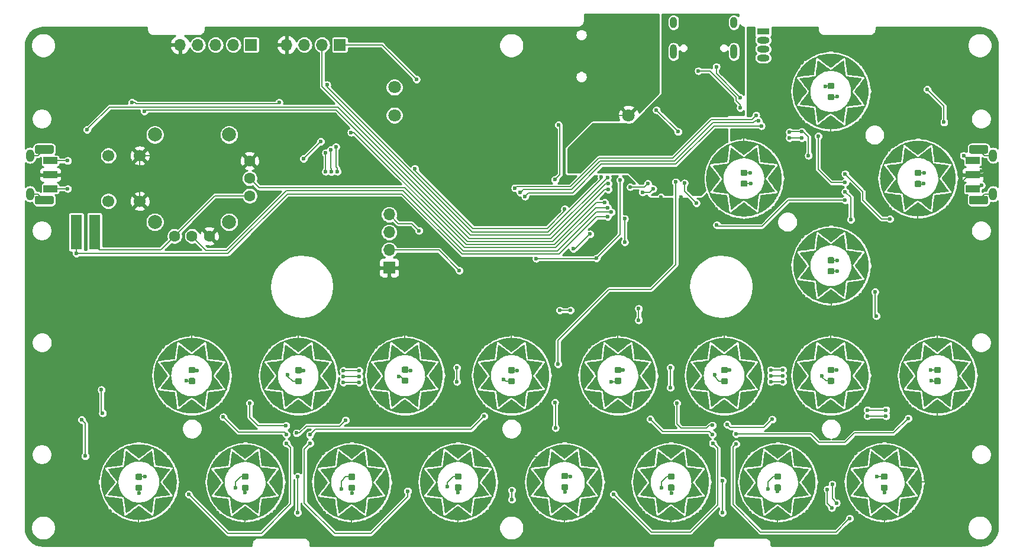
<source format=gtl>
G04 #@! TF.GenerationSoftware,KiCad,Pcbnew,(5.1.2)-1*
G04 #@! TF.CreationDate,2019-08-20T17:30:21+08:00*
G04 #@! TF.ProjectId,joyMIDI,6a6f794d-4944-4492-9e6b-696361645f70,rev?*
G04 #@! TF.SameCoordinates,Original*
G04 #@! TF.FileFunction,Copper,L1,Top*
G04 #@! TF.FilePolarity,Positive*
%FSLAX46Y46*%
G04 Gerber Fmt 4.6, Leading zero omitted, Abs format (unit mm)*
G04 Created by KiCad (PCBNEW (5.1.2)-1) date 2019-08-20 17:30:21*
%MOMM*%
%LPD*%
G04 APERTURE LIST*
%ADD10C,0.100000*%
%ADD11C,0.500000*%
%ADD12C,1.800000*%
%ADD13R,1.600000X5.000000*%
%ADD14R,1.700000X1.700000*%
%ADD15O,1.700000X1.700000*%
%ADD16C,2.000000*%
%ADD17C,1.700000*%
%ADD18C,1.600000*%
%ADD19R,1.800000X0.950000*%
%ADD20O,1.800000X0.950000*%
%ADD21O,1.200000X1.800000*%
%ADD22C,1.250000*%
%ADD23R,2.000000X1.000000*%
%ADD24C,0.875000*%
%ADD25O,1.000000X2.100000*%
%ADD26O,1.000000X1.600000*%
%ADD27C,0.600000*%
%ADD28C,0.200000*%
%ADD29C,0.250000*%
G04 APERTURE END LIST*
D10*
G36*
X97047833Y-128532809D02*
G01*
X97299160Y-130934770D01*
X97119808Y-130764363D01*
X96925377Y-130608633D01*
X96716533Y-130468472D01*
X96493944Y-130344774D01*
X96291214Y-130251459D01*
X96087238Y-130177643D01*
X95857680Y-130115709D01*
X95578209Y-130058037D01*
X95397240Y-130049942D01*
X95104146Y-130056022D01*
X94806303Y-130072225D01*
X94611092Y-130094500D01*
X94365245Y-130159381D01*
X94129421Y-130242282D01*
X93904297Y-130342520D01*
X93690550Y-130459413D01*
X93488857Y-130592281D01*
X93299895Y-130740440D01*
X93124341Y-130903210D01*
X92962872Y-131079909D01*
X92816165Y-131269854D01*
X92684897Y-131472365D01*
X92569746Y-131686759D01*
X92471387Y-131912355D01*
X92390498Y-132148471D01*
X92327757Y-132394425D01*
X92303320Y-132580196D01*
X92291102Y-132824821D01*
X92291102Y-133089061D01*
X92303320Y-133333679D01*
X92327757Y-133519438D01*
X92393136Y-133774101D01*
X92478368Y-134019352D01*
X92582785Y-134254190D01*
X92705723Y-134477619D01*
X92846514Y-134688640D01*
X93004493Y-134886255D01*
X93178994Y-135069467D01*
X93369350Y-135237277D01*
X93574896Y-135388686D01*
X93781143Y-135513970D01*
X93999496Y-135621831D01*
X94227551Y-135711647D01*
X94462902Y-135782794D01*
X94703144Y-135834651D01*
X94945871Y-135866595D01*
X95188677Y-135878004D01*
X95429159Y-135868255D01*
X95676700Y-135836622D01*
X95917267Y-135785433D01*
X96150009Y-135715464D01*
X96374076Y-135627493D01*
X96588616Y-135522295D01*
X96792780Y-135400649D01*
X96985717Y-135263330D01*
X97166575Y-135111115D01*
X97334506Y-134944781D01*
X97488658Y-134765105D01*
X97628180Y-134572864D01*
X97752223Y-134368834D01*
X97859935Y-134153792D01*
X97950466Y-133928515D01*
X98022965Y-133693780D01*
X98076582Y-133450363D01*
X98103147Y-133221055D01*
X98111955Y-132956513D01*
X98103015Y-132692180D01*
X98076336Y-132463500D01*
X98021227Y-132215377D01*
X97946366Y-131975675D01*
X97852423Y-131745290D01*
X97740063Y-131525113D01*
X97609954Y-131316038D01*
X97462764Y-131118959D01*
X97299160Y-130934770D01*
X97047833Y-128532809D01*
X97066512Y-128567020D01*
X97088224Y-128662222D01*
X97117713Y-128848380D01*
X97159728Y-129155457D01*
X97219015Y-129613418D01*
X97261528Y-129946798D01*
X97298573Y-130239223D01*
X97327879Y-130472608D01*
X97347175Y-130628866D01*
X97354190Y-130689910D01*
X97389085Y-130753833D01*
X97435083Y-130779566D01*
X97570118Y-130807704D01*
X97860117Y-130849028D01*
X98371005Y-130914318D01*
X98930296Y-130984690D01*
X99296243Y-131032510D01*
X99509717Y-131065308D01*
X99611593Y-131090618D01*
X99642745Y-131115970D01*
X99644046Y-131148897D01*
X99609688Y-131203476D01*
X99514129Y-131335782D01*
X99368643Y-131530698D01*
X99184504Y-131773104D01*
X98972986Y-132047881D01*
X98741560Y-132348602D01*
X98554933Y-132595161D01*
X98416912Y-132782393D01*
X98331306Y-132905130D01*
X98301925Y-132958206D01*
X98331281Y-133011235D01*
X98416828Y-133133826D01*
X98554784Y-133320852D01*
X98741369Y-133567187D01*
X98972802Y-133867708D01*
X99184272Y-134142179D01*
X99368387Y-134384265D01*
X99513873Y-134578883D01*
X99609456Y-134710952D01*
X99643863Y-134765391D01*
X99616086Y-134820736D01*
X99587547Y-134836200D01*
X99506364Y-134853730D01*
X99317212Y-134881423D01*
X98964765Y-134927373D01*
X98393699Y-134999678D01*
X98024144Y-135047491D01*
X97716078Y-135089547D01*
X97501677Y-135121306D01*
X97413116Y-135138226D01*
X97366306Y-135192137D01*
X97356320Y-135255622D01*
X97334961Y-135411258D01*
X97304583Y-135641241D01*
X97267539Y-135927762D01*
X97226183Y-136253014D01*
X97184888Y-136578764D01*
X97148012Y-136866633D01*
X97117888Y-137098644D01*
X97096851Y-137256820D01*
X97087235Y-137323186D01*
X96943678Y-137376088D01*
X96865494Y-137318147D01*
X96691762Y-137185736D01*
X96448182Y-136998547D01*
X96160452Y-136776269D01*
X95869385Y-136550977D01*
X95616714Y-136355571D01*
X95429529Y-136210986D01*
X95334918Y-136138155D01*
X95194498Y-136065521D01*
X95142249Y-136093679D01*
X95022308Y-136176837D01*
X94837359Y-136313021D01*
X94590085Y-136500255D01*
X94283171Y-136736566D01*
X94009083Y-136948076D01*
X93768430Y-137132211D01*
X93576113Y-137277699D01*
X93447035Y-137373266D01*
X93396100Y-137407638D01*
X93355421Y-137396496D01*
X93322723Y-137328815D01*
X93287806Y-137153310D01*
X93240468Y-136818692D01*
X93170508Y-136273676D01*
X93111897Y-135817844D01*
X93069186Y-135503027D01*
X93038526Y-135304271D01*
X93016068Y-135196619D01*
X92997962Y-135155117D01*
X92955158Y-135137536D01*
X92846107Y-135115336D01*
X92649372Y-135085235D01*
X92343519Y-135043952D01*
X91907113Y-134988205D01*
X91572009Y-134945479D01*
X91275937Y-134906706D01*
X91037383Y-134874392D01*
X90874832Y-134851044D01*
X90806771Y-134839167D01*
X90765640Y-134751870D01*
X90886965Y-134555643D01*
X91135751Y-134238121D01*
X91364515Y-133943487D01*
X91569205Y-133677124D01*
X91745768Y-133444417D01*
X91890150Y-133250750D01*
X91998298Y-133101508D01*
X92066159Y-133002075D01*
X92089681Y-132957834D01*
X92062554Y-132906476D01*
X91981760Y-132789432D01*
X91848178Y-132607895D01*
X91662689Y-132363058D01*
X91426171Y-132056114D01*
X91100224Y-131633363D01*
X90895774Y-131359212D01*
X90789919Y-131198999D01*
X90759757Y-131118060D01*
X90782387Y-131081734D01*
X90843357Y-131070825D01*
X91000870Y-131048037D01*
X91236656Y-131015854D01*
X91532443Y-130976756D01*
X91869959Y-130933226D01*
X92208274Y-130889741D01*
X92506281Y-130850774D01*
X92745447Y-130818806D01*
X92907239Y-130796315D01*
X92973124Y-130785781D01*
X93021830Y-130740687D01*
X93034148Y-130660821D01*
X93061813Y-130460322D01*
X93100339Y-130173412D01*
X93145241Y-129834309D01*
X93192036Y-129477234D01*
X93236238Y-129136406D01*
X93273363Y-128846045D01*
X93298927Y-128640371D01*
X93308445Y-128553603D01*
X93347919Y-128525957D01*
X93427312Y-128526196D01*
X93482888Y-128566205D01*
X93613420Y-128664680D01*
X93804129Y-128810326D01*
X94040237Y-128991851D01*
X94306966Y-129197958D01*
X94623109Y-129441421D01*
X94865324Y-129624694D01*
X95038390Y-129751274D01*
X95147087Y-129824658D01*
X95196195Y-129848342D01*
X95263056Y-129813914D01*
X95416983Y-129706646D01*
X95666184Y-129520564D01*
X96018863Y-129249691D01*
X96484439Y-128889338D01*
X96769303Y-128669579D01*
X96919195Y-128555650D01*
X96979853Y-128512787D01*
X96997018Y-128506225D01*
X97047833Y-128532809D01*
X97047833Y-128532809D01*
G37*
G36*
X95726237Y-127572822D02*
G01*
X96167072Y-128853512D01*
X95848874Y-129098552D01*
X95585821Y-129298031D01*
X95384811Y-129446839D01*
X95252745Y-129539870D01*
X95196523Y-129572015D01*
X95115316Y-129526720D01*
X94938737Y-129401676D01*
X94689772Y-129213149D01*
X94519088Y-129081021D01*
X94323547Y-128929662D01*
X94119001Y-128771340D01*
X93921299Y-128618324D01*
X93746292Y-128482881D01*
X93500972Y-128295802D01*
X93319172Y-128162374D01*
X93240249Y-128111480D01*
X93172099Y-128146031D01*
X93150577Y-128180370D01*
X93127709Y-128274124D01*
X93096682Y-128470377D01*
X93050687Y-128812214D01*
X92982912Y-129342721D01*
X92935931Y-129710926D01*
X92893888Y-130035067D01*
X92859451Y-130295004D01*
X92835290Y-130470594D01*
X92824073Y-130541695D01*
X92769294Y-130588967D01*
X92696596Y-130599795D01*
X92520357Y-130623523D01*
X92260699Y-130657529D01*
X91937742Y-130699193D01*
X91571608Y-130745893D01*
X91039443Y-130813982D01*
X90699214Y-130859851D01*
X90506107Y-130890647D01*
X90415305Y-130913519D01*
X90381992Y-130935617D01*
X90359825Y-131019378D01*
X90399960Y-131078701D01*
X90503840Y-131219266D01*
X90659411Y-131425126D01*
X90854618Y-131680329D01*
X91077405Y-131968927D01*
X91300690Y-132257631D01*
X91497282Y-132513100D01*
X91654962Y-132719353D01*
X91761511Y-132860407D01*
X91804710Y-132920283D01*
X91815763Y-132944952D01*
X91803702Y-132986070D01*
X91744844Y-133077006D01*
X91615505Y-133251125D01*
X91392004Y-133541795D01*
X91050656Y-133982381D01*
X90835812Y-134260725D01*
X90647603Y-134506745D01*
X90497649Y-134705072D01*
X90397569Y-134840336D01*
X90358983Y-134897167D01*
X90383174Y-134979733D01*
X90415767Y-135002524D01*
X90504003Y-135025430D01*
X90694905Y-135055975D01*
X91035493Y-135101680D01*
X91572790Y-135170068D01*
X91938551Y-135216473D01*
X92261183Y-135257832D01*
X92520584Y-135291531D01*
X92696655Y-135314960D01*
X92769292Y-135325507D01*
X92823931Y-135371716D01*
X92835109Y-135442674D01*
X92859243Y-135618210D01*
X92893667Y-135878166D01*
X92935712Y-136202387D01*
X92982711Y-136570717D01*
X93050557Y-137101696D01*
X93096579Y-137443694D01*
X93127611Y-137639916D01*
X93150486Y-137733569D01*
X93172037Y-137767858D01*
X93197360Y-137793293D01*
X93225429Y-137802614D01*
X93283879Y-137776953D01*
X93400349Y-137697443D01*
X93602475Y-137545216D01*
X93917895Y-137301403D01*
X94374245Y-136947137D01*
X94686783Y-136707114D01*
X94942551Y-136515352D01*
X95119329Y-136388233D01*
X95194896Y-136342140D01*
X95253294Y-136376789D01*
X95392087Y-136475420D01*
X95600077Y-136629723D01*
X95866066Y-136831391D01*
X96178857Y-137072115D01*
X96477912Y-137302296D01*
X96741780Y-137502682D01*
X96954016Y-137661004D01*
X97098173Y-137764993D01*
X97157805Y-137802383D01*
X97265218Y-137697376D01*
X97278195Y-137606517D01*
X97306215Y-137393649D01*
X97344854Y-137093786D01*
X97389688Y-136741941D01*
X97436291Y-136373130D01*
X97480239Y-136022366D01*
X97517109Y-135724662D01*
X97542475Y-135515034D01*
X97551914Y-135428496D01*
X97586454Y-135359235D01*
X97623048Y-135338930D01*
X97721263Y-135316465D01*
X97919110Y-135285982D01*
X98254600Y-135241623D01*
X98765744Y-135177531D01*
X99129361Y-135131710D01*
X99451246Y-135089825D01*
X99711249Y-135054609D01*
X99889224Y-135028792D01*
X99965023Y-135015108D01*
X100013415Y-134855393D01*
X99968072Y-134794660D01*
X99859859Y-134653080D01*
X99701082Y-134446649D01*
X99504043Y-134191362D01*
X99281047Y-133903214D01*
X99056723Y-133611706D01*
X98863610Y-133356873D01*
X98712432Y-133153166D01*
X98613912Y-133015035D01*
X98578772Y-132956931D01*
X98615768Y-132896968D01*
X98718440Y-132754038D01*
X98874681Y-132544378D01*
X99072383Y-132284228D01*
X99299440Y-131989828D01*
X99527097Y-131695065D01*
X99726472Y-131433939D01*
X99885259Y-131222811D01*
X99991153Y-131078037D01*
X100031851Y-131015978D01*
X100005353Y-130931155D01*
X99964237Y-130911203D01*
X99857683Y-130887950D01*
X99650539Y-130855971D01*
X99307651Y-130809842D01*
X98793866Y-130744140D01*
X98266842Y-130676815D01*
X97922805Y-130630564D01*
X97721539Y-130599098D01*
X97622828Y-130576131D01*
X97586455Y-130555372D01*
X97551012Y-130472806D01*
X97543356Y-130402032D01*
X97522609Y-130230501D01*
X97491203Y-129977812D01*
X97451572Y-129663561D01*
X97406150Y-129307347D01*
X97338347Y-128782528D01*
X97293093Y-128450570D01*
X97262806Y-128265020D01*
X97239903Y-128179425D01*
X97216800Y-128147332D01*
X97132915Y-128122900D01*
X97073301Y-128163508D01*
X96930683Y-128269172D01*
X96721288Y-128427604D01*
X96461342Y-128626516D01*
X96167070Y-128853619D01*
X96167072Y-128853512D01*
X95726237Y-127572822D01*
X95945426Y-127600896D01*
X96195270Y-127645389D01*
X96454929Y-127701775D01*
X96703563Y-127765529D01*
X96920330Y-127832126D01*
X97143173Y-127914053D01*
X97363775Y-128006025D01*
X97581028Y-128107438D01*
X97793823Y-128217689D01*
X98001051Y-128336173D01*
X98201603Y-128462286D01*
X98394370Y-128595426D01*
X98578244Y-128734988D01*
X98702029Y-128841678D01*
X98865280Y-128992989D01*
X99032654Y-129156157D01*
X99208716Y-129341194D01*
X99374656Y-129532680D01*
X99530407Y-129730259D01*
X99675904Y-129933576D01*
X99811080Y-130142275D01*
X99935869Y-130355999D01*
X100050204Y-130574393D01*
X100154018Y-130797101D01*
X100247247Y-131023768D01*
X100329823Y-131254037D01*
X100401679Y-131487552D01*
X100462751Y-131723958D01*
X100512970Y-131962899D01*
X100552271Y-132204018D01*
X100580588Y-132446961D01*
X100597854Y-132691371D01*
X100604002Y-132936893D01*
X100598967Y-133183170D01*
X100582682Y-133429846D01*
X100555081Y-133676567D01*
X100516097Y-133922975D01*
X100465664Y-134168715D01*
X100403715Y-134413432D01*
X100330185Y-134656769D01*
X100245006Y-134898371D01*
X100148114Y-135137881D01*
X100045693Y-135359294D01*
X99930932Y-135577530D01*
X99804413Y-135791892D01*
X99666720Y-136001682D01*
X99518435Y-136206200D01*
X99360141Y-136404748D01*
X99192422Y-136596629D01*
X99015860Y-136781143D01*
X98831038Y-136957592D01*
X98638540Y-137125278D01*
X98438948Y-137283502D01*
X98232845Y-137431566D01*
X98023564Y-137567306D01*
X97808760Y-137692736D01*
X97588831Y-137807765D01*
X97364171Y-137912300D01*
X97135176Y-138006250D01*
X96902242Y-138089521D01*
X96665765Y-138162022D01*
X96426140Y-138223661D01*
X96183764Y-138274346D01*
X95939032Y-138313983D01*
X95692340Y-138342482D01*
X95444083Y-138359750D01*
X95194658Y-138365695D01*
X94944459Y-138360225D01*
X94693884Y-138343247D01*
X94443327Y-138314669D01*
X94211105Y-138276888D01*
X93978267Y-138227455D01*
X93745689Y-138166750D01*
X93514251Y-138095152D01*
X93284829Y-138013041D01*
X93058301Y-137920797D01*
X92835545Y-137818800D01*
X92617438Y-137707428D01*
X92404859Y-137587062D01*
X92198686Y-137458081D01*
X91999795Y-137320865D01*
X91809065Y-137175794D01*
X91652011Y-137041358D01*
X91472496Y-136873553D01*
X91289758Y-136691546D01*
X91123038Y-136514500D01*
X90991575Y-136361580D01*
X90837011Y-136158040D01*
X90690779Y-135945189D01*
X90553625Y-135724508D01*
X90426293Y-135497477D01*
X90309531Y-135265578D01*
X90204083Y-135030291D01*
X90110696Y-134793098D01*
X90030114Y-134555478D01*
X89963084Y-134318913D01*
X89907820Y-134086029D01*
X89864870Y-133866668D01*
X89833202Y-133652449D01*
X89811786Y-133434990D01*
X89799591Y-133205909D01*
X89795588Y-132956825D01*
X89800485Y-132702785D01*
X89815805Y-132454940D01*
X89841754Y-132212401D01*
X89878534Y-131974278D01*
X89926349Y-131739683D01*
X89985403Y-131507725D01*
X90055899Y-131277516D01*
X90138042Y-131048167D01*
X90232035Y-130818787D01*
X90338082Y-130588489D01*
X90454117Y-130362580D01*
X90578961Y-130145091D01*
X90713162Y-129935251D01*
X90857267Y-129732290D01*
X91011823Y-129535438D01*
X91177376Y-129343925D01*
X91354475Y-129156981D01*
X91544976Y-128973431D01*
X91742672Y-128800304D01*
X91947269Y-128637744D01*
X92158473Y-128485893D01*
X92375990Y-128344894D01*
X92599525Y-128214893D01*
X92828786Y-128096031D01*
X93063477Y-127988452D01*
X93303305Y-127892300D01*
X93547976Y-127807718D01*
X93797196Y-127734850D01*
X94050671Y-127673838D01*
X94308107Y-127624827D01*
X94569210Y-127587960D01*
X94755498Y-127574179D01*
X95010655Y-127565170D01*
X95288370Y-127561538D01*
X95542334Y-127563888D01*
X95726237Y-127572822D01*
X95726237Y-127572822D01*
G37*
G36*
X186187191Y-91417833D02*
G01*
X183785230Y-91669160D01*
X183955637Y-91489808D01*
X184111367Y-91295377D01*
X184251528Y-91086533D01*
X184375226Y-90863944D01*
X184468541Y-90661214D01*
X184542357Y-90457238D01*
X184604291Y-90227680D01*
X184661963Y-89948209D01*
X184670058Y-89767240D01*
X184663978Y-89474146D01*
X184647775Y-89176303D01*
X184625500Y-88981092D01*
X184560619Y-88735245D01*
X184477718Y-88499421D01*
X184377480Y-88274297D01*
X184260587Y-88060550D01*
X184127719Y-87858857D01*
X183979560Y-87669895D01*
X183816790Y-87494341D01*
X183640091Y-87332872D01*
X183450146Y-87186165D01*
X183247635Y-87054897D01*
X183033241Y-86939746D01*
X182807645Y-86841387D01*
X182571529Y-86760498D01*
X182325575Y-86697757D01*
X182139804Y-86673320D01*
X181895179Y-86661102D01*
X181630939Y-86661102D01*
X181386321Y-86673320D01*
X181200562Y-86697757D01*
X180945899Y-86763136D01*
X180700648Y-86848368D01*
X180465810Y-86952785D01*
X180242381Y-87075723D01*
X180031360Y-87216514D01*
X179833745Y-87374493D01*
X179650533Y-87548994D01*
X179482723Y-87739350D01*
X179331314Y-87944896D01*
X179206030Y-88151143D01*
X179098169Y-88369496D01*
X179008353Y-88597551D01*
X178937206Y-88832902D01*
X178885349Y-89073144D01*
X178853405Y-89315871D01*
X178841996Y-89558677D01*
X178851745Y-89799159D01*
X178883378Y-90046700D01*
X178934567Y-90287267D01*
X179004536Y-90520009D01*
X179092507Y-90744076D01*
X179197705Y-90958616D01*
X179319351Y-91162780D01*
X179456670Y-91355717D01*
X179608885Y-91536575D01*
X179775219Y-91704506D01*
X179954895Y-91858658D01*
X180147136Y-91998180D01*
X180351166Y-92122223D01*
X180566208Y-92229935D01*
X180791485Y-92320466D01*
X181026220Y-92392965D01*
X181269637Y-92446582D01*
X181498945Y-92473147D01*
X181763487Y-92481955D01*
X182027820Y-92473015D01*
X182256500Y-92446336D01*
X182504623Y-92391227D01*
X182744325Y-92316366D01*
X182974710Y-92222423D01*
X183194887Y-92110063D01*
X183403962Y-91979954D01*
X183601041Y-91832764D01*
X183785230Y-91669160D01*
X186187191Y-91417833D01*
X186152980Y-91436512D01*
X186057778Y-91458224D01*
X185871620Y-91487713D01*
X185564543Y-91529728D01*
X185106582Y-91589015D01*
X184773202Y-91631528D01*
X184480777Y-91668573D01*
X184247392Y-91697879D01*
X184091134Y-91717175D01*
X184030090Y-91724190D01*
X183966167Y-91759085D01*
X183940434Y-91805083D01*
X183912296Y-91940118D01*
X183870972Y-92230117D01*
X183805682Y-92741005D01*
X183735310Y-93300296D01*
X183687490Y-93666243D01*
X183654692Y-93879717D01*
X183629382Y-93981593D01*
X183604030Y-94012745D01*
X183571103Y-94014046D01*
X183516524Y-93979688D01*
X183384218Y-93884129D01*
X183189302Y-93738643D01*
X182946896Y-93554504D01*
X182672119Y-93342986D01*
X182371398Y-93111560D01*
X182124839Y-92924933D01*
X181937607Y-92786912D01*
X181814870Y-92701306D01*
X181761794Y-92671925D01*
X181708765Y-92701281D01*
X181586174Y-92786828D01*
X181399148Y-92924784D01*
X181152813Y-93111369D01*
X180852292Y-93342802D01*
X180577821Y-93554272D01*
X180335735Y-93738387D01*
X180141117Y-93883873D01*
X180009048Y-93979456D01*
X179954609Y-94013863D01*
X179899264Y-93986086D01*
X179883800Y-93957547D01*
X179866270Y-93876364D01*
X179838577Y-93687212D01*
X179792627Y-93334765D01*
X179720322Y-92763699D01*
X179672509Y-92394144D01*
X179630453Y-92086078D01*
X179598694Y-91871677D01*
X179581774Y-91783116D01*
X179527863Y-91736306D01*
X179464378Y-91726320D01*
X179308742Y-91704961D01*
X179078759Y-91674583D01*
X178792238Y-91637539D01*
X178466986Y-91596183D01*
X178141236Y-91554888D01*
X177853367Y-91518012D01*
X177621356Y-91487888D01*
X177463180Y-91466851D01*
X177396814Y-91457235D01*
X177343912Y-91313678D01*
X177401853Y-91235494D01*
X177534264Y-91061762D01*
X177721453Y-90818182D01*
X177943731Y-90530452D01*
X178169023Y-90239385D01*
X178364429Y-89986714D01*
X178509014Y-89799529D01*
X178581845Y-89704918D01*
X178654479Y-89564498D01*
X178626321Y-89512249D01*
X178543163Y-89392308D01*
X178406979Y-89207359D01*
X178219745Y-88960085D01*
X177983434Y-88653171D01*
X177771924Y-88379083D01*
X177587789Y-88138430D01*
X177442301Y-87946113D01*
X177346734Y-87817035D01*
X177312362Y-87766100D01*
X177323504Y-87725421D01*
X177391185Y-87692723D01*
X177566690Y-87657806D01*
X177901308Y-87610468D01*
X178446324Y-87540508D01*
X178902156Y-87481897D01*
X179216973Y-87439186D01*
X179415729Y-87408526D01*
X179523381Y-87386068D01*
X179564883Y-87367962D01*
X179582464Y-87325158D01*
X179604664Y-87216107D01*
X179634765Y-87019372D01*
X179676048Y-86713519D01*
X179731795Y-86277113D01*
X179774521Y-85942009D01*
X179813294Y-85645937D01*
X179845608Y-85407383D01*
X179868956Y-85244832D01*
X179880833Y-85176771D01*
X179968130Y-85135640D01*
X180164357Y-85256965D01*
X180481879Y-85505751D01*
X180776513Y-85734515D01*
X181042876Y-85939205D01*
X181275583Y-86115768D01*
X181469250Y-86260150D01*
X181618492Y-86368298D01*
X181717925Y-86436159D01*
X181762166Y-86459681D01*
X181813524Y-86432554D01*
X181930568Y-86351760D01*
X182112105Y-86218178D01*
X182356942Y-86032689D01*
X182663886Y-85796171D01*
X183086637Y-85470224D01*
X183360788Y-85265774D01*
X183521001Y-85159919D01*
X183601940Y-85129757D01*
X183638266Y-85152387D01*
X183649175Y-85213357D01*
X183671963Y-85370870D01*
X183704146Y-85606656D01*
X183743244Y-85902443D01*
X183786774Y-86239959D01*
X183830259Y-86578274D01*
X183869226Y-86876281D01*
X183901194Y-87115447D01*
X183923685Y-87277239D01*
X183934219Y-87343124D01*
X183979313Y-87391830D01*
X184059179Y-87404148D01*
X184259678Y-87431813D01*
X184546588Y-87470339D01*
X184885691Y-87515241D01*
X185242766Y-87562036D01*
X185583594Y-87606238D01*
X185873955Y-87643363D01*
X186079629Y-87668927D01*
X186166397Y-87678445D01*
X186194043Y-87717919D01*
X186193804Y-87797312D01*
X186153795Y-87852888D01*
X186055320Y-87983420D01*
X185909674Y-88174129D01*
X185728149Y-88410237D01*
X185522042Y-88676966D01*
X185278579Y-88993109D01*
X185095306Y-89235324D01*
X184968726Y-89408390D01*
X184895342Y-89517087D01*
X184871658Y-89566195D01*
X184906086Y-89633056D01*
X185013354Y-89786983D01*
X185199436Y-90036184D01*
X185470309Y-90388863D01*
X185830662Y-90854439D01*
X186050421Y-91139303D01*
X186164350Y-91289195D01*
X186207213Y-91349853D01*
X186213775Y-91367018D01*
X186187191Y-91417833D01*
X186187191Y-91417833D01*
G37*
G36*
X187147178Y-90096237D02*
G01*
X185866488Y-90537072D01*
X185621448Y-90218874D01*
X185421969Y-89955821D01*
X185273161Y-89754811D01*
X185180130Y-89622745D01*
X185147985Y-89566523D01*
X185193280Y-89485316D01*
X185318324Y-89308737D01*
X185506851Y-89059772D01*
X185638979Y-88889088D01*
X185790338Y-88693547D01*
X185948660Y-88489001D01*
X186101676Y-88291299D01*
X186237119Y-88116292D01*
X186424198Y-87870972D01*
X186557626Y-87689172D01*
X186608520Y-87610249D01*
X186573969Y-87542099D01*
X186539630Y-87520577D01*
X186445876Y-87497709D01*
X186249623Y-87466682D01*
X185907786Y-87420687D01*
X185377279Y-87352912D01*
X185009074Y-87305931D01*
X184684933Y-87263888D01*
X184424996Y-87229451D01*
X184249406Y-87205290D01*
X184178305Y-87194073D01*
X184131033Y-87139294D01*
X184120205Y-87066596D01*
X184096477Y-86890357D01*
X184062471Y-86630699D01*
X184020807Y-86307742D01*
X183974107Y-85941608D01*
X183906018Y-85409443D01*
X183860149Y-85069214D01*
X183829353Y-84876107D01*
X183806481Y-84785305D01*
X183784383Y-84751992D01*
X183700622Y-84729825D01*
X183641299Y-84769960D01*
X183500734Y-84873840D01*
X183294874Y-85029411D01*
X183039671Y-85224618D01*
X182751073Y-85447405D01*
X182462369Y-85670690D01*
X182206900Y-85867282D01*
X182000647Y-86024962D01*
X181859593Y-86131511D01*
X181799717Y-86174710D01*
X181775048Y-86185763D01*
X181733930Y-86173702D01*
X181642994Y-86114844D01*
X181468875Y-85985505D01*
X181178205Y-85762004D01*
X180737619Y-85420656D01*
X180459275Y-85205812D01*
X180213255Y-85017603D01*
X180014928Y-84867649D01*
X179879664Y-84767569D01*
X179822833Y-84728983D01*
X179740267Y-84753174D01*
X179717476Y-84785767D01*
X179694570Y-84874003D01*
X179664025Y-85064905D01*
X179618320Y-85405493D01*
X179549932Y-85942790D01*
X179503527Y-86308551D01*
X179462168Y-86631183D01*
X179428469Y-86890584D01*
X179405040Y-87066655D01*
X179394493Y-87139292D01*
X179348284Y-87193931D01*
X179277326Y-87205109D01*
X179101790Y-87229243D01*
X178841834Y-87263667D01*
X178517613Y-87305712D01*
X178149283Y-87352711D01*
X177618304Y-87420557D01*
X177276306Y-87466579D01*
X177080084Y-87497611D01*
X176986431Y-87520486D01*
X176952142Y-87542037D01*
X176926707Y-87567360D01*
X176917386Y-87595429D01*
X176943047Y-87653879D01*
X177022557Y-87770349D01*
X177174784Y-87972475D01*
X177418597Y-88287895D01*
X177772863Y-88744245D01*
X178012886Y-89056783D01*
X178204648Y-89312551D01*
X178331767Y-89489329D01*
X178377860Y-89564896D01*
X178343211Y-89623294D01*
X178244580Y-89762087D01*
X178090277Y-89970077D01*
X177888609Y-90236066D01*
X177647885Y-90548857D01*
X177417704Y-90847912D01*
X177217318Y-91111780D01*
X177058996Y-91324016D01*
X176955007Y-91468173D01*
X176917617Y-91527805D01*
X177022624Y-91635218D01*
X177113483Y-91648195D01*
X177326351Y-91676215D01*
X177626214Y-91714854D01*
X177978059Y-91759688D01*
X178346870Y-91806291D01*
X178697634Y-91850239D01*
X178995338Y-91887109D01*
X179204966Y-91912475D01*
X179291504Y-91921914D01*
X179360765Y-91956454D01*
X179381070Y-91993048D01*
X179403535Y-92091263D01*
X179434018Y-92289110D01*
X179478377Y-92624600D01*
X179542469Y-93135744D01*
X179588290Y-93499361D01*
X179630175Y-93821246D01*
X179665391Y-94081249D01*
X179691208Y-94259224D01*
X179704892Y-94335023D01*
X179864607Y-94383415D01*
X179925340Y-94338072D01*
X180066920Y-94229859D01*
X180273351Y-94071082D01*
X180528638Y-93874043D01*
X180816786Y-93651047D01*
X181108294Y-93426723D01*
X181363127Y-93233610D01*
X181566834Y-93082432D01*
X181704965Y-92983912D01*
X181763069Y-92948772D01*
X181823032Y-92985768D01*
X181965962Y-93088440D01*
X182175622Y-93244681D01*
X182435772Y-93442383D01*
X182730172Y-93669440D01*
X183024935Y-93897097D01*
X183286061Y-94096472D01*
X183497189Y-94255259D01*
X183641963Y-94361153D01*
X183704022Y-94401851D01*
X183788845Y-94375353D01*
X183808797Y-94334237D01*
X183832050Y-94227683D01*
X183864029Y-94020539D01*
X183910158Y-93677651D01*
X183975860Y-93163866D01*
X184043185Y-92636842D01*
X184089436Y-92292805D01*
X184120902Y-92091539D01*
X184143869Y-91992828D01*
X184164628Y-91956455D01*
X184247194Y-91921012D01*
X184317968Y-91913356D01*
X184489499Y-91892609D01*
X184742188Y-91861203D01*
X185056439Y-91821572D01*
X185412653Y-91776150D01*
X185937472Y-91708347D01*
X186269430Y-91663093D01*
X186454980Y-91632806D01*
X186540575Y-91609903D01*
X186572668Y-91586800D01*
X186597100Y-91502915D01*
X186556492Y-91443301D01*
X186450828Y-91300683D01*
X186292396Y-91091288D01*
X186093484Y-90831342D01*
X185866381Y-90537070D01*
X185866488Y-90537072D01*
X187147178Y-90096237D01*
X187119104Y-90315426D01*
X187074611Y-90565270D01*
X187018225Y-90824929D01*
X186954471Y-91073563D01*
X186887874Y-91290330D01*
X186805947Y-91513173D01*
X186713975Y-91733775D01*
X186612562Y-91951028D01*
X186502311Y-92163823D01*
X186383827Y-92371051D01*
X186257714Y-92571603D01*
X186124574Y-92764370D01*
X185985012Y-92948244D01*
X185878322Y-93072029D01*
X185727011Y-93235280D01*
X185563843Y-93402654D01*
X185378806Y-93578716D01*
X185187320Y-93744656D01*
X184989741Y-93900407D01*
X184786424Y-94045904D01*
X184577725Y-94181080D01*
X184364001Y-94305869D01*
X184145607Y-94420204D01*
X183922899Y-94524018D01*
X183696232Y-94617247D01*
X183465963Y-94699823D01*
X183232448Y-94771679D01*
X182996042Y-94832751D01*
X182757101Y-94882970D01*
X182515982Y-94922271D01*
X182273039Y-94950588D01*
X182028629Y-94967854D01*
X181783107Y-94974002D01*
X181536830Y-94968967D01*
X181290154Y-94952682D01*
X181043433Y-94925081D01*
X180797025Y-94886097D01*
X180551285Y-94835664D01*
X180306568Y-94773715D01*
X180063231Y-94700185D01*
X179821629Y-94615006D01*
X179582119Y-94518114D01*
X179360706Y-94415693D01*
X179142470Y-94300932D01*
X178928108Y-94174413D01*
X178718318Y-94036720D01*
X178513800Y-93888435D01*
X178315252Y-93730141D01*
X178123371Y-93562422D01*
X177938857Y-93385860D01*
X177762408Y-93201038D01*
X177594722Y-93008540D01*
X177436498Y-92808948D01*
X177288434Y-92602845D01*
X177152694Y-92393564D01*
X177027264Y-92178760D01*
X176912235Y-91958831D01*
X176807700Y-91734171D01*
X176713750Y-91505176D01*
X176630479Y-91272242D01*
X176557978Y-91035765D01*
X176496339Y-90796140D01*
X176445654Y-90553764D01*
X176406017Y-90309032D01*
X176377518Y-90062340D01*
X176360250Y-89814083D01*
X176354305Y-89564658D01*
X176359775Y-89314459D01*
X176376753Y-89063884D01*
X176405331Y-88813327D01*
X176443112Y-88581105D01*
X176492545Y-88348267D01*
X176553250Y-88115689D01*
X176624848Y-87884251D01*
X176706959Y-87654829D01*
X176799203Y-87428301D01*
X176901200Y-87205545D01*
X177012572Y-86987438D01*
X177132938Y-86774859D01*
X177261919Y-86568686D01*
X177399135Y-86369795D01*
X177544206Y-86179065D01*
X177678642Y-86022011D01*
X177846447Y-85842496D01*
X178028454Y-85659758D01*
X178205500Y-85493038D01*
X178358420Y-85361575D01*
X178561960Y-85207011D01*
X178774811Y-85060779D01*
X178995492Y-84923625D01*
X179222523Y-84796293D01*
X179454422Y-84679531D01*
X179689709Y-84574083D01*
X179926902Y-84480696D01*
X180164522Y-84400114D01*
X180401087Y-84333084D01*
X180633971Y-84277820D01*
X180853332Y-84234870D01*
X181067551Y-84203202D01*
X181285010Y-84181786D01*
X181514091Y-84169591D01*
X181763175Y-84165588D01*
X182017215Y-84170485D01*
X182265060Y-84185805D01*
X182507599Y-84211754D01*
X182745722Y-84248534D01*
X182980317Y-84296349D01*
X183212275Y-84355403D01*
X183442484Y-84425899D01*
X183671833Y-84508042D01*
X183901213Y-84602035D01*
X184131511Y-84708082D01*
X184357420Y-84824117D01*
X184574909Y-84948961D01*
X184784749Y-85083162D01*
X184987710Y-85227267D01*
X185184562Y-85381823D01*
X185376075Y-85547376D01*
X185563019Y-85724475D01*
X185746569Y-85914976D01*
X185919696Y-86112672D01*
X186082256Y-86317269D01*
X186234107Y-86528473D01*
X186375106Y-86745990D01*
X186505107Y-86969525D01*
X186623969Y-87198786D01*
X186731548Y-87433477D01*
X186827700Y-87673305D01*
X186912282Y-87917976D01*
X186985150Y-88167196D01*
X187046162Y-88420671D01*
X187095173Y-88678107D01*
X187132040Y-88939210D01*
X187145821Y-89125498D01*
X187154830Y-89380655D01*
X187158462Y-89658370D01*
X187156112Y-89912334D01*
X187147178Y-90096237D01*
X187147178Y-90096237D01*
G37*
G36*
X198647191Y-103857833D02*
G01*
X196245230Y-104109160D01*
X196415637Y-103929808D01*
X196571367Y-103735377D01*
X196711528Y-103526533D01*
X196835226Y-103303944D01*
X196928541Y-103101214D01*
X197002357Y-102897238D01*
X197064291Y-102667680D01*
X197121963Y-102388209D01*
X197130058Y-102207240D01*
X197123978Y-101914146D01*
X197107775Y-101616303D01*
X197085500Y-101421092D01*
X197020619Y-101175245D01*
X196937718Y-100939421D01*
X196837480Y-100714297D01*
X196720587Y-100500550D01*
X196587719Y-100298857D01*
X196439560Y-100109895D01*
X196276790Y-99934341D01*
X196100091Y-99772872D01*
X195910146Y-99626165D01*
X195707635Y-99494897D01*
X195493241Y-99379746D01*
X195267645Y-99281387D01*
X195031529Y-99200498D01*
X194785575Y-99137757D01*
X194599804Y-99113320D01*
X194355179Y-99101102D01*
X194090939Y-99101102D01*
X193846321Y-99113320D01*
X193660562Y-99137757D01*
X193405899Y-99203136D01*
X193160648Y-99288368D01*
X192925810Y-99392785D01*
X192702381Y-99515723D01*
X192491360Y-99656514D01*
X192293745Y-99814493D01*
X192110533Y-99988994D01*
X191942723Y-100179350D01*
X191791314Y-100384896D01*
X191666030Y-100591143D01*
X191558169Y-100809496D01*
X191468353Y-101037551D01*
X191397206Y-101272902D01*
X191345349Y-101513144D01*
X191313405Y-101755871D01*
X191301996Y-101998677D01*
X191311745Y-102239159D01*
X191343378Y-102486700D01*
X191394567Y-102727267D01*
X191464536Y-102960009D01*
X191552507Y-103184076D01*
X191657705Y-103398616D01*
X191779351Y-103602780D01*
X191916670Y-103795717D01*
X192068885Y-103976575D01*
X192235219Y-104144506D01*
X192414895Y-104298658D01*
X192607136Y-104438180D01*
X192811166Y-104562223D01*
X193026208Y-104669935D01*
X193251485Y-104760466D01*
X193486220Y-104832965D01*
X193729637Y-104886582D01*
X193958945Y-104913147D01*
X194223487Y-104921955D01*
X194487820Y-104913015D01*
X194716500Y-104886336D01*
X194964623Y-104831227D01*
X195204325Y-104756366D01*
X195434710Y-104662423D01*
X195654887Y-104550063D01*
X195863962Y-104419954D01*
X196061041Y-104272764D01*
X196245230Y-104109160D01*
X198647191Y-103857833D01*
X198612980Y-103876512D01*
X198517778Y-103898224D01*
X198331620Y-103927713D01*
X198024543Y-103969728D01*
X197566582Y-104029015D01*
X197233202Y-104071528D01*
X196940777Y-104108573D01*
X196707392Y-104137879D01*
X196551134Y-104157175D01*
X196490090Y-104164190D01*
X196426167Y-104199085D01*
X196400434Y-104245083D01*
X196372296Y-104380118D01*
X196330972Y-104670117D01*
X196265682Y-105181005D01*
X196195310Y-105740296D01*
X196147490Y-106106243D01*
X196114692Y-106319717D01*
X196089382Y-106421593D01*
X196064030Y-106452745D01*
X196031103Y-106454046D01*
X195976524Y-106419688D01*
X195844218Y-106324129D01*
X195649302Y-106178643D01*
X195406896Y-105994504D01*
X195132119Y-105782986D01*
X194831398Y-105551560D01*
X194584839Y-105364933D01*
X194397607Y-105226912D01*
X194274870Y-105141306D01*
X194221794Y-105111925D01*
X194168765Y-105141281D01*
X194046174Y-105226828D01*
X193859148Y-105364784D01*
X193612813Y-105551369D01*
X193312292Y-105782802D01*
X193037821Y-105994272D01*
X192795735Y-106178387D01*
X192601117Y-106323873D01*
X192469048Y-106419456D01*
X192414609Y-106453863D01*
X192359264Y-106426086D01*
X192343800Y-106397547D01*
X192326270Y-106316364D01*
X192298577Y-106127212D01*
X192252627Y-105774765D01*
X192180322Y-105203699D01*
X192132509Y-104834144D01*
X192090453Y-104526078D01*
X192058694Y-104311677D01*
X192041774Y-104223116D01*
X191987863Y-104176306D01*
X191924378Y-104166320D01*
X191768742Y-104144961D01*
X191538759Y-104114583D01*
X191252238Y-104077539D01*
X190926986Y-104036183D01*
X190601236Y-103994888D01*
X190313367Y-103958012D01*
X190081356Y-103927888D01*
X189923180Y-103906851D01*
X189856814Y-103897235D01*
X189803912Y-103753678D01*
X189861853Y-103675494D01*
X189994264Y-103501762D01*
X190181453Y-103258182D01*
X190403731Y-102970452D01*
X190629023Y-102679385D01*
X190824429Y-102426714D01*
X190969014Y-102239529D01*
X191041845Y-102144918D01*
X191114479Y-102004498D01*
X191086321Y-101952249D01*
X191003163Y-101832308D01*
X190866979Y-101647359D01*
X190679745Y-101400085D01*
X190443434Y-101093171D01*
X190231924Y-100819083D01*
X190047789Y-100578430D01*
X189902301Y-100386113D01*
X189806734Y-100257035D01*
X189772362Y-100206100D01*
X189783504Y-100165421D01*
X189851185Y-100132723D01*
X190026690Y-100097806D01*
X190361308Y-100050468D01*
X190906324Y-99980508D01*
X191362156Y-99921897D01*
X191676973Y-99879186D01*
X191875729Y-99848526D01*
X191983381Y-99826068D01*
X192024883Y-99807962D01*
X192042464Y-99765158D01*
X192064664Y-99656107D01*
X192094765Y-99459372D01*
X192136048Y-99153519D01*
X192191795Y-98717113D01*
X192234521Y-98382009D01*
X192273294Y-98085937D01*
X192305608Y-97847383D01*
X192328956Y-97684832D01*
X192340833Y-97616771D01*
X192428130Y-97575640D01*
X192624357Y-97696965D01*
X192941879Y-97945751D01*
X193236513Y-98174515D01*
X193502876Y-98379205D01*
X193735583Y-98555768D01*
X193929250Y-98700150D01*
X194078492Y-98808298D01*
X194177925Y-98876159D01*
X194222166Y-98899681D01*
X194273524Y-98872554D01*
X194390568Y-98791760D01*
X194572105Y-98658178D01*
X194816942Y-98472689D01*
X195123886Y-98236171D01*
X195546637Y-97910224D01*
X195820788Y-97705774D01*
X195981001Y-97599919D01*
X196061940Y-97569757D01*
X196098266Y-97592387D01*
X196109175Y-97653357D01*
X196131963Y-97810870D01*
X196164146Y-98046656D01*
X196203244Y-98342443D01*
X196246774Y-98679959D01*
X196290259Y-99018274D01*
X196329226Y-99316281D01*
X196361194Y-99555447D01*
X196383685Y-99717239D01*
X196394219Y-99783124D01*
X196439313Y-99831830D01*
X196519179Y-99844148D01*
X196719678Y-99871813D01*
X197006588Y-99910339D01*
X197345691Y-99955241D01*
X197702766Y-100002036D01*
X198043594Y-100046238D01*
X198333955Y-100083363D01*
X198539629Y-100108927D01*
X198626397Y-100118445D01*
X198654043Y-100157919D01*
X198653804Y-100237312D01*
X198613795Y-100292888D01*
X198515320Y-100423420D01*
X198369674Y-100614129D01*
X198188149Y-100850237D01*
X197982042Y-101116966D01*
X197738579Y-101433109D01*
X197555306Y-101675324D01*
X197428726Y-101848390D01*
X197355342Y-101957087D01*
X197331658Y-102006195D01*
X197366086Y-102073056D01*
X197473354Y-102226983D01*
X197659436Y-102476184D01*
X197930309Y-102828863D01*
X198290662Y-103294439D01*
X198510421Y-103579303D01*
X198624350Y-103729195D01*
X198667213Y-103789853D01*
X198673775Y-103807018D01*
X198647191Y-103857833D01*
X198647191Y-103857833D01*
G37*
G36*
X199607178Y-102536237D02*
G01*
X198326488Y-102977072D01*
X198081448Y-102658874D01*
X197881969Y-102395821D01*
X197733161Y-102194811D01*
X197640130Y-102062745D01*
X197607985Y-102006523D01*
X197653280Y-101925316D01*
X197778324Y-101748737D01*
X197966851Y-101499772D01*
X198098979Y-101329088D01*
X198250338Y-101133547D01*
X198408660Y-100929001D01*
X198561676Y-100731299D01*
X198697119Y-100556292D01*
X198884198Y-100310972D01*
X199017626Y-100129172D01*
X199068520Y-100050249D01*
X199033969Y-99982099D01*
X198999630Y-99960577D01*
X198905876Y-99937709D01*
X198709623Y-99906682D01*
X198367786Y-99860687D01*
X197837279Y-99792912D01*
X197469074Y-99745931D01*
X197144933Y-99703888D01*
X196884996Y-99669451D01*
X196709406Y-99645290D01*
X196638305Y-99634073D01*
X196591033Y-99579294D01*
X196580205Y-99506596D01*
X196556477Y-99330357D01*
X196522471Y-99070699D01*
X196480807Y-98747742D01*
X196434107Y-98381608D01*
X196366018Y-97849443D01*
X196320149Y-97509214D01*
X196289353Y-97316107D01*
X196266481Y-97225305D01*
X196244383Y-97191992D01*
X196160622Y-97169825D01*
X196101299Y-97209960D01*
X195960734Y-97313840D01*
X195754874Y-97469411D01*
X195499671Y-97664618D01*
X195211073Y-97887405D01*
X194922369Y-98110690D01*
X194666900Y-98307282D01*
X194460647Y-98464962D01*
X194319593Y-98571511D01*
X194259717Y-98614710D01*
X194235048Y-98625763D01*
X194193930Y-98613702D01*
X194102994Y-98554844D01*
X193928875Y-98425505D01*
X193638205Y-98202004D01*
X193197619Y-97860656D01*
X192919275Y-97645812D01*
X192673255Y-97457603D01*
X192474928Y-97307649D01*
X192339664Y-97207569D01*
X192282833Y-97168983D01*
X192200267Y-97193174D01*
X192177476Y-97225767D01*
X192154570Y-97314003D01*
X192124025Y-97504905D01*
X192078320Y-97845493D01*
X192009932Y-98382790D01*
X191963527Y-98748551D01*
X191922168Y-99071183D01*
X191888469Y-99330584D01*
X191865040Y-99506655D01*
X191854493Y-99579292D01*
X191808284Y-99633931D01*
X191737326Y-99645109D01*
X191561790Y-99669243D01*
X191301834Y-99703667D01*
X190977613Y-99745712D01*
X190609283Y-99792711D01*
X190078304Y-99860557D01*
X189736306Y-99906579D01*
X189540084Y-99937611D01*
X189446431Y-99960486D01*
X189412142Y-99982037D01*
X189386707Y-100007360D01*
X189377386Y-100035429D01*
X189403047Y-100093879D01*
X189482557Y-100210349D01*
X189634784Y-100412475D01*
X189878597Y-100727895D01*
X190232863Y-101184245D01*
X190472886Y-101496783D01*
X190664648Y-101752551D01*
X190791767Y-101929329D01*
X190837860Y-102004896D01*
X190803211Y-102063294D01*
X190704580Y-102202087D01*
X190550277Y-102410077D01*
X190348609Y-102676066D01*
X190107885Y-102988857D01*
X189877704Y-103287912D01*
X189677318Y-103551780D01*
X189518996Y-103764016D01*
X189415007Y-103908173D01*
X189377617Y-103967805D01*
X189482624Y-104075218D01*
X189573483Y-104088195D01*
X189786351Y-104116215D01*
X190086214Y-104154854D01*
X190438059Y-104199688D01*
X190806870Y-104246291D01*
X191157634Y-104290239D01*
X191455338Y-104327109D01*
X191664966Y-104352475D01*
X191751504Y-104361914D01*
X191820765Y-104396454D01*
X191841070Y-104433048D01*
X191863535Y-104531263D01*
X191894018Y-104729110D01*
X191938377Y-105064600D01*
X192002469Y-105575744D01*
X192048290Y-105939361D01*
X192090175Y-106261246D01*
X192125391Y-106521249D01*
X192151208Y-106699224D01*
X192164892Y-106775023D01*
X192324607Y-106823415D01*
X192385340Y-106778072D01*
X192526920Y-106669859D01*
X192733351Y-106511082D01*
X192988638Y-106314043D01*
X193276786Y-106091047D01*
X193568294Y-105866723D01*
X193823127Y-105673610D01*
X194026834Y-105522432D01*
X194164965Y-105423912D01*
X194223069Y-105388772D01*
X194283032Y-105425768D01*
X194425962Y-105528440D01*
X194635622Y-105684681D01*
X194895772Y-105882383D01*
X195190172Y-106109440D01*
X195484935Y-106337097D01*
X195746061Y-106536472D01*
X195957189Y-106695259D01*
X196101963Y-106801153D01*
X196164022Y-106841851D01*
X196248845Y-106815353D01*
X196268797Y-106774237D01*
X196292050Y-106667683D01*
X196324029Y-106460539D01*
X196370158Y-106117651D01*
X196435860Y-105603866D01*
X196503185Y-105076842D01*
X196549436Y-104732805D01*
X196580902Y-104531539D01*
X196603869Y-104432828D01*
X196624628Y-104396455D01*
X196707194Y-104361012D01*
X196777968Y-104353356D01*
X196949499Y-104332609D01*
X197202188Y-104301203D01*
X197516439Y-104261572D01*
X197872653Y-104216150D01*
X198397472Y-104148347D01*
X198729430Y-104103093D01*
X198914980Y-104072806D01*
X199000575Y-104049903D01*
X199032668Y-104026800D01*
X199057100Y-103942915D01*
X199016492Y-103883301D01*
X198910828Y-103740683D01*
X198752396Y-103531288D01*
X198553484Y-103271342D01*
X198326381Y-102977070D01*
X198326488Y-102977072D01*
X199607178Y-102536237D01*
X199579104Y-102755426D01*
X199534611Y-103005270D01*
X199478225Y-103264929D01*
X199414471Y-103513563D01*
X199347874Y-103730330D01*
X199265947Y-103953173D01*
X199173975Y-104173775D01*
X199072562Y-104391028D01*
X198962311Y-104603823D01*
X198843827Y-104811051D01*
X198717714Y-105011603D01*
X198584574Y-105204370D01*
X198445012Y-105388244D01*
X198338322Y-105512029D01*
X198187011Y-105675280D01*
X198023843Y-105842654D01*
X197838806Y-106018716D01*
X197647320Y-106184656D01*
X197449741Y-106340407D01*
X197246424Y-106485904D01*
X197037725Y-106621080D01*
X196824001Y-106745869D01*
X196605607Y-106860204D01*
X196382899Y-106964018D01*
X196156232Y-107057247D01*
X195925963Y-107139823D01*
X195692448Y-107211679D01*
X195456042Y-107272751D01*
X195217101Y-107322970D01*
X194975982Y-107362271D01*
X194733039Y-107390588D01*
X194488629Y-107407854D01*
X194243107Y-107414002D01*
X193996830Y-107408967D01*
X193750154Y-107392682D01*
X193503433Y-107365081D01*
X193257025Y-107326097D01*
X193011285Y-107275664D01*
X192766568Y-107213715D01*
X192523231Y-107140185D01*
X192281629Y-107055006D01*
X192042119Y-106958114D01*
X191820706Y-106855693D01*
X191602470Y-106740932D01*
X191388108Y-106614413D01*
X191178318Y-106476720D01*
X190973800Y-106328435D01*
X190775252Y-106170141D01*
X190583371Y-106002422D01*
X190398857Y-105825860D01*
X190222408Y-105641038D01*
X190054722Y-105448540D01*
X189896498Y-105248948D01*
X189748434Y-105042845D01*
X189612694Y-104833564D01*
X189487264Y-104618760D01*
X189372235Y-104398831D01*
X189267700Y-104174171D01*
X189173750Y-103945176D01*
X189090479Y-103712242D01*
X189017978Y-103475765D01*
X188956339Y-103236140D01*
X188905654Y-102993764D01*
X188866017Y-102749032D01*
X188837518Y-102502340D01*
X188820250Y-102254083D01*
X188814305Y-102004658D01*
X188819775Y-101754459D01*
X188836753Y-101503884D01*
X188865331Y-101253327D01*
X188903112Y-101021105D01*
X188952545Y-100788267D01*
X189013250Y-100555689D01*
X189084848Y-100324251D01*
X189166959Y-100094829D01*
X189259203Y-99868301D01*
X189361200Y-99645545D01*
X189472572Y-99427438D01*
X189592938Y-99214859D01*
X189721919Y-99008686D01*
X189859135Y-98809795D01*
X190004206Y-98619065D01*
X190138642Y-98462011D01*
X190306447Y-98282496D01*
X190488454Y-98099758D01*
X190665500Y-97933038D01*
X190818420Y-97801575D01*
X191021960Y-97647011D01*
X191234811Y-97500779D01*
X191455492Y-97363625D01*
X191682523Y-97236293D01*
X191914422Y-97119531D01*
X192149709Y-97014083D01*
X192386902Y-96920696D01*
X192624522Y-96840114D01*
X192861087Y-96773084D01*
X193093971Y-96717820D01*
X193313332Y-96674870D01*
X193527551Y-96643202D01*
X193745010Y-96621786D01*
X193974091Y-96609591D01*
X194223175Y-96605588D01*
X194477215Y-96610485D01*
X194725060Y-96625805D01*
X194967599Y-96651754D01*
X195205722Y-96688534D01*
X195440317Y-96736349D01*
X195672275Y-96795403D01*
X195902484Y-96865899D01*
X196131833Y-96948042D01*
X196361213Y-97042035D01*
X196591511Y-97148082D01*
X196817420Y-97264117D01*
X197034909Y-97388961D01*
X197244749Y-97523162D01*
X197447710Y-97667267D01*
X197644562Y-97821823D01*
X197836075Y-97987376D01*
X198023019Y-98164475D01*
X198206569Y-98354976D01*
X198379696Y-98552672D01*
X198542256Y-98757269D01*
X198694107Y-98968473D01*
X198835106Y-99185990D01*
X198965107Y-99409525D01*
X199083969Y-99638786D01*
X199191548Y-99873477D01*
X199287700Y-100113305D01*
X199372282Y-100357976D01*
X199445150Y-100607196D01*
X199506162Y-100860671D01*
X199555173Y-101118107D01*
X199592040Y-101379210D01*
X199605821Y-101565498D01*
X199614830Y-101820655D01*
X199618462Y-102098370D01*
X199616112Y-102352334D01*
X199607178Y-102536237D01*
X199607178Y-102536237D01*
G37*
G36*
X198617191Y-78947833D02*
G01*
X196215230Y-79199160D01*
X196385637Y-79019808D01*
X196541367Y-78825377D01*
X196681528Y-78616533D01*
X196805226Y-78393944D01*
X196898541Y-78191214D01*
X196972357Y-77987238D01*
X197034291Y-77757680D01*
X197091963Y-77478209D01*
X197100058Y-77297240D01*
X197093978Y-77004146D01*
X197077775Y-76706303D01*
X197055500Y-76511092D01*
X196990619Y-76265245D01*
X196907718Y-76029421D01*
X196807480Y-75804297D01*
X196690587Y-75590550D01*
X196557719Y-75388857D01*
X196409560Y-75199895D01*
X196246790Y-75024341D01*
X196070091Y-74862872D01*
X195880146Y-74716165D01*
X195677635Y-74584897D01*
X195463241Y-74469746D01*
X195237645Y-74371387D01*
X195001529Y-74290498D01*
X194755575Y-74227757D01*
X194569804Y-74203320D01*
X194325179Y-74191102D01*
X194060939Y-74191102D01*
X193816321Y-74203320D01*
X193630562Y-74227757D01*
X193375899Y-74293136D01*
X193130648Y-74378368D01*
X192895810Y-74482785D01*
X192672381Y-74605723D01*
X192461360Y-74746514D01*
X192263745Y-74904493D01*
X192080533Y-75078994D01*
X191912723Y-75269350D01*
X191761314Y-75474896D01*
X191636030Y-75681143D01*
X191528169Y-75899496D01*
X191438353Y-76127551D01*
X191367206Y-76362902D01*
X191315349Y-76603144D01*
X191283405Y-76845871D01*
X191271996Y-77088677D01*
X191281745Y-77329159D01*
X191313378Y-77576700D01*
X191364567Y-77817267D01*
X191434536Y-78050009D01*
X191522507Y-78274076D01*
X191627705Y-78488616D01*
X191749351Y-78692780D01*
X191886670Y-78885717D01*
X192038885Y-79066575D01*
X192205219Y-79234506D01*
X192384895Y-79388658D01*
X192577136Y-79528180D01*
X192781166Y-79652223D01*
X192996208Y-79759935D01*
X193221485Y-79850466D01*
X193456220Y-79922965D01*
X193699637Y-79976582D01*
X193928945Y-80003147D01*
X194193487Y-80011955D01*
X194457820Y-80003015D01*
X194686500Y-79976336D01*
X194934623Y-79921227D01*
X195174325Y-79846366D01*
X195404710Y-79752423D01*
X195624887Y-79640063D01*
X195833962Y-79509954D01*
X196031041Y-79362764D01*
X196215230Y-79199160D01*
X198617191Y-78947833D01*
X198582980Y-78966512D01*
X198487778Y-78988224D01*
X198301620Y-79017713D01*
X197994543Y-79059728D01*
X197536582Y-79119015D01*
X197203202Y-79161528D01*
X196910777Y-79198573D01*
X196677392Y-79227879D01*
X196521134Y-79247175D01*
X196460090Y-79254190D01*
X196396167Y-79289085D01*
X196370434Y-79335083D01*
X196342296Y-79470118D01*
X196300972Y-79760117D01*
X196235682Y-80271005D01*
X196165310Y-80830296D01*
X196117490Y-81196243D01*
X196084692Y-81409717D01*
X196059382Y-81511593D01*
X196034030Y-81542745D01*
X196001103Y-81544046D01*
X195946524Y-81509688D01*
X195814218Y-81414129D01*
X195619302Y-81268643D01*
X195376896Y-81084504D01*
X195102119Y-80872986D01*
X194801398Y-80641560D01*
X194554839Y-80454933D01*
X194367607Y-80316912D01*
X194244870Y-80231306D01*
X194191794Y-80201925D01*
X194138765Y-80231281D01*
X194016174Y-80316828D01*
X193829148Y-80454784D01*
X193582813Y-80641369D01*
X193282292Y-80872802D01*
X193007821Y-81084272D01*
X192765735Y-81268387D01*
X192571117Y-81413873D01*
X192439048Y-81509456D01*
X192384609Y-81543863D01*
X192329264Y-81516086D01*
X192313800Y-81487547D01*
X192296270Y-81406364D01*
X192268577Y-81217212D01*
X192222627Y-80864765D01*
X192150322Y-80293699D01*
X192102509Y-79924144D01*
X192060453Y-79616078D01*
X192028694Y-79401677D01*
X192011774Y-79313116D01*
X191957863Y-79266306D01*
X191894378Y-79256320D01*
X191738742Y-79234961D01*
X191508759Y-79204583D01*
X191222238Y-79167539D01*
X190896986Y-79126183D01*
X190571236Y-79084888D01*
X190283367Y-79048012D01*
X190051356Y-79017888D01*
X189893180Y-78996851D01*
X189826814Y-78987235D01*
X189773912Y-78843678D01*
X189831853Y-78765494D01*
X189964264Y-78591762D01*
X190151453Y-78348182D01*
X190373731Y-78060452D01*
X190599023Y-77769385D01*
X190794429Y-77516714D01*
X190939014Y-77329529D01*
X191011845Y-77234918D01*
X191084479Y-77094498D01*
X191056321Y-77042249D01*
X190973163Y-76922308D01*
X190836979Y-76737359D01*
X190649745Y-76490085D01*
X190413434Y-76183171D01*
X190201924Y-75909083D01*
X190017789Y-75668430D01*
X189872301Y-75476113D01*
X189776734Y-75347035D01*
X189742362Y-75296100D01*
X189753504Y-75255421D01*
X189821185Y-75222723D01*
X189996690Y-75187806D01*
X190331308Y-75140468D01*
X190876324Y-75070508D01*
X191332156Y-75011897D01*
X191646973Y-74969186D01*
X191845729Y-74938526D01*
X191953381Y-74916068D01*
X191994883Y-74897962D01*
X192012464Y-74855158D01*
X192034664Y-74746107D01*
X192064765Y-74549372D01*
X192106048Y-74243519D01*
X192161795Y-73807113D01*
X192204521Y-73472009D01*
X192243294Y-73175937D01*
X192275608Y-72937383D01*
X192298956Y-72774832D01*
X192310833Y-72706771D01*
X192398130Y-72665640D01*
X192594357Y-72786965D01*
X192911879Y-73035751D01*
X193206513Y-73264515D01*
X193472876Y-73469205D01*
X193705583Y-73645768D01*
X193899250Y-73790150D01*
X194048492Y-73898298D01*
X194147925Y-73966159D01*
X194192166Y-73989681D01*
X194243524Y-73962554D01*
X194360568Y-73881760D01*
X194542105Y-73748178D01*
X194786942Y-73562689D01*
X195093886Y-73326171D01*
X195516637Y-73000224D01*
X195790788Y-72795774D01*
X195951001Y-72689919D01*
X196031940Y-72659757D01*
X196068266Y-72682387D01*
X196079175Y-72743357D01*
X196101963Y-72900870D01*
X196134146Y-73136656D01*
X196173244Y-73432443D01*
X196216774Y-73769959D01*
X196260259Y-74108274D01*
X196299226Y-74406281D01*
X196331194Y-74645447D01*
X196353685Y-74807239D01*
X196364219Y-74873124D01*
X196409313Y-74921830D01*
X196489179Y-74934148D01*
X196689678Y-74961813D01*
X196976588Y-75000339D01*
X197315691Y-75045241D01*
X197672766Y-75092036D01*
X198013594Y-75136238D01*
X198303955Y-75173363D01*
X198509629Y-75198927D01*
X198596397Y-75208445D01*
X198624043Y-75247919D01*
X198623804Y-75327312D01*
X198583795Y-75382888D01*
X198485320Y-75513420D01*
X198339674Y-75704129D01*
X198158149Y-75940237D01*
X197952042Y-76206966D01*
X197708579Y-76523109D01*
X197525306Y-76765324D01*
X197398726Y-76938390D01*
X197325342Y-77047087D01*
X197301658Y-77096195D01*
X197336086Y-77163056D01*
X197443354Y-77316983D01*
X197629436Y-77566184D01*
X197900309Y-77918863D01*
X198260662Y-78384439D01*
X198480421Y-78669303D01*
X198594350Y-78819195D01*
X198637213Y-78879853D01*
X198643775Y-78897018D01*
X198617191Y-78947833D01*
X198617191Y-78947833D01*
G37*
G36*
X199577178Y-77626237D02*
G01*
X198296488Y-78067072D01*
X198051448Y-77748874D01*
X197851969Y-77485821D01*
X197703161Y-77284811D01*
X197610130Y-77152745D01*
X197577985Y-77096523D01*
X197623280Y-77015316D01*
X197748324Y-76838737D01*
X197936851Y-76589772D01*
X198068979Y-76419088D01*
X198220338Y-76223547D01*
X198378660Y-76019001D01*
X198531676Y-75821299D01*
X198667119Y-75646292D01*
X198854198Y-75400972D01*
X198987626Y-75219172D01*
X199038520Y-75140249D01*
X199003969Y-75072099D01*
X198969630Y-75050577D01*
X198875876Y-75027709D01*
X198679623Y-74996682D01*
X198337786Y-74950687D01*
X197807279Y-74882912D01*
X197439074Y-74835931D01*
X197114933Y-74793888D01*
X196854996Y-74759451D01*
X196679406Y-74735290D01*
X196608305Y-74724073D01*
X196561033Y-74669294D01*
X196550205Y-74596596D01*
X196526477Y-74420357D01*
X196492471Y-74160699D01*
X196450807Y-73837742D01*
X196404107Y-73471608D01*
X196336018Y-72939443D01*
X196290149Y-72599214D01*
X196259353Y-72406107D01*
X196236481Y-72315305D01*
X196214383Y-72281992D01*
X196130622Y-72259825D01*
X196071299Y-72299960D01*
X195930734Y-72403840D01*
X195724874Y-72559411D01*
X195469671Y-72754618D01*
X195181073Y-72977405D01*
X194892369Y-73200690D01*
X194636900Y-73397282D01*
X194430647Y-73554962D01*
X194289593Y-73661511D01*
X194229717Y-73704710D01*
X194205048Y-73715763D01*
X194163930Y-73703702D01*
X194072994Y-73644844D01*
X193898875Y-73515505D01*
X193608205Y-73292004D01*
X193167619Y-72950656D01*
X192889275Y-72735812D01*
X192643255Y-72547603D01*
X192444928Y-72397649D01*
X192309664Y-72297569D01*
X192252833Y-72258983D01*
X192170267Y-72283174D01*
X192147476Y-72315767D01*
X192124570Y-72404003D01*
X192094025Y-72594905D01*
X192048320Y-72935493D01*
X191979932Y-73472790D01*
X191933527Y-73838551D01*
X191892168Y-74161183D01*
X191858469Y-74420584D01*
X191835040Y-74596655D01*
X191824493Y-74669292D01*
X191778284Y-74723931D01*
X191707326Y-74735109D01*
X191531790Y-74759243D01*
X191271834Y-74793667D01*
X190947613Y-74835712D01*
X190579283Y-74882711D01*
X190048304Y-74950557D01*
X189706306Y-74996579D01*
X189510084Y-75027611D01*
X189416431Y-75050486D01*
X189382142Y-75072037D01*
X189356707Y-75097360D01*
X189347386Y-75125429D01*
X189373047Y-75183879D01*
X189452557Y-75300349D01*
X189604784Y-75502475D01*
X189848597Y-75817895D01*
X190202863Y-76274245D01*
X190442886Y-76586783D01*
X190634648Y-76842551D01*
X190761767Y-77019329D01*
X190807860Y-77094896D01*
X190773211Y-77153294D01*
X190674580Y-77292087D01*
X190520277Y-77500077D01*
X190318609Y-77766066D01*
X190077885Y-78078857D01*
X189847704Y-78377912D01*
X189647318Y-78641780D01*
X189488996Y-78854016D01*
X189385007Y-78998173D01*
X189347617Y-79057805D01*
X189452624Y-79165218D01*
X189543483Y-79178195D01*
X189756351Y-79206215D01*
X190056214Y-79244854D01*
X190408059Y-79289688D01*
X190776870Y-79336291D01*
X191127634Y-79380239D01*
X191425338Y-79417109D01*
X191634966Y-79442475D01*
X191721504Y-79451914D01*
X191790765Y-79486454D01*
X191811070Y-79523048D01*
X191833535Y-79621263D01*
X191864018Y-79819110D01*
X191908377Y-80154600D01*
X191972469Y-80665744D01*
X192018290Y-81029361D01*
X192060175Y-81351246D01*
X192095391Y-81611249D01*
X192121208Y-81789224D01*
X192134892Y-81865023D01*
X192294607Y-81913415D01*
X192355340Y-81868072D01*
X192496920Y-81759859D01*
X192703351Y-81601082D01*
X192958638Y-81404043D01*
X193246786Y-81181047D01*
X193538294Y-80956723D01*
X193793127Y-80763610D01*
X193996834Y-80612432D01*
X194134965Y-80513912D01*
X194193069Y-80478772D01*
X194253032Y-80515768D01*
X194395962Y-80618440D01*
X194605622Y-80774681D01*
X194865772Y-80972383D01*
X195160172Y-81199440D01*
X195454935Y-81427097D01*
X195716061Y-81626472D01*
X195927189Y-81785259D01*
X196071963Y-81891153D01*
X196134022Y-81931851D01*
X196218845Y-81905353D01*
X196238797Y-81864237D01*
X196262050Y-81757683D01*
X196294029Y-81550539D01*
X196340158Y-81207651D01*
X196405860Y-80693866D01*
X196473185Y-80166842D01*
X196519436Y-79822805D01*
X196550902Y-79621539D01*
X196573869Y-79522828D01*
X196594628Y-79486455D01*
X196677194Y-79451012D01*
X196747968Y-79443356D01*
X196919499Y-79422609D01*
X197172188Y-79391203D01*
X197486439Y-79351572D01*
X197842653Y-79306150D01*
X198367472Y-79238347D01*
X198699430Y-79193093D01*
X198884980Y-79162806D01*
X198970575Y-79139903D01*
X199002668Y-79116800D01*
X199027100Y-79032915D01*
X198986492Y-78973301D01*
X198880828Y-78830683D01*
X198722396Y-78621288D01*
X198523484Y-78361342D01*
X198296381Y-78067070D01*
X198296488Y-78067072D01*
X199577178Y-77626237D01*
X199549104Y-77845426D01*
X199504611Y-78095270D01*
X199448225Y-78354929D01*
X199384471Y-78603563D01*
X199317874Y-78820330D01*
X199235947Y-79043173D01*
X199143975Y-79263775D01*
X199042562Y-79481028D01*
X198932311Y-79693823D01*
X198813827Y-79901051D01*
X198687714Y-80101603D01*
X198554574Y-80294370D01*
X198415012Y-80478244D01*
X198308322Y-80602029D01*
X198157011Y-80765280D01*
X197993843Y-80932654D01*
X197808806Y-81108716D01*
X197617320Y-81274656D01*
X197419741Y-81430407D01*
X197216424Y-81575904D01*
X197007725Y-81711080D01*
X196794001Y-81835869D01*
X196575607Y-81950204D01*
X196352899Y-82054018D01*
X196126232Y-82147247D01*
X195895963Y-82229823D01*
X195662448Y-82301679D01*
X195426042Y-82362751D01*
X195187101Y-82412970D01*
X194945982Y-82452271D01*
X194703039Y-82480588D01*
X194458629Y-82497854D01*
X194213107Y-82504002D01*
X193966830Y-82498967D01*
X193720154Y-82482682D01*
X193473433Y-82455081D01*
X193227025Y-82416097D01*
X192981285Y-82365664D01*
X192736568Y-82303715D01*
X192493231Y-82230185D01*
X192251629Y-82145006D01*
X192012119Y-82048114D01*
X191790706Y-81945693D01*
X191572470Y-81830932D01*
X191358108Y-81704413D01*
X191148318Y-81566720D01*
X190943800Y-81418435D01*
X190745252Y-81260141D01*
X190553371Y-81092422D01*
X190368857Y-80915860D01*
X190192408Y-80731038D01*
X190024722Y-80538540D01*
X189866498Y-80338948D01*
X189718434Y-80132845D01*
X189582694Y-79923564D01*
X189457264Y-79708760D01*
X189342235Y-79488831D01*
X189237700Y-79264171D01*
X189143750Y-79035176D01*
X189060479Y-78802242D01*
X188987978Y-78565765D01*
X188926339Y-78326140D01*
X188875654Y-78083764D01*
X188836017Y-77839032D01*
X188807518Y-77592340D01*
X188790250Y-77344083D01*
X188784305Y-77094658D01*
X188789775Y-76844459D01*
X188806753Y-76593884D01*
X188835331Y-76343327D01*
X188873112Y-76111105D01*
X188922545Y-75878267D01*
X188983250Y-75645689D01*
X189054848Y-75414251D01*
X189136959Y-75184829D01*
X189229203Y-74958301D01*
X189331200Y-74735545D01*
X189442572Y-74517438D01*
X189562938Y-74304859D01*
X189691919Y-74098686D01*
X189829135Y-73899795D01*
X189974206Y-73709065D01*
X190108642Y-73552011D01*
X190276447Y-73372496D01*
X190458454Y-73189758D01*
X190635500Y-73023038D01*
X190788420Y-72891575D01*
X190991960Y-72737011D01*
X191204811Y-72590779D01*
X191425492Y-72453625D01*
X191652523Y-72326293D01*
X191884422Y-72209531D01*
X192119709Y-72104083D01*
X192356902Y-72010696D01*
X192594522Y-71930114D01*
X192831087Y-71863084D01*
X193063971Y-71807820D01*
X193283332Y-71764870D01*
X193497551Y-71733202D01*
X193715010Y-71711786D01*
X193944091Y-71699591D01*
X194193175Y-71695588D01*
X194447215Y-71700485D01*
X194695060Y-71715805D01*
X194937599Y-71741754D01*
X195175722Y-71778534D01*
X195410317Y-71826349D01*
X195642275Y-71885403D01*
X195872484Y-71955899D01*
X196101833Y-72038042D01*
X196331213Y-72132035D01*
X196561511Y-72238082D01*
X196787420Y-72354117D01*
X197004909Y-72478961D01*
X197214749Y-72613162D01*
X197417710Y-72757267D01*
X197614562Y-72911823D01*
X197806075Y-73077376D01*
X197993019Y-73254475D01*
X198176569Y-73444976D01*
X198349696Y-73642672D01*
X198512256Y-73847269D01*
X198664107Y-74058473D01*
X198805106Y-74275990D01*
X198935107Y-74499525D01*
X199053969Y-74728786D01*
X199161548Y-74963477D01*
X199257700Y-75203305D01*
X199342282Y-75447976D01*
X199415150Y-75697196D01*
X199476162Y-75950671D01*
X199525173Y-76208107D01*
X199562040Y-76469210D01*
X199575821Y-76655498D01*
X199584830Y-76910655D01*
X199588462Y-77188370D01*
X199586112Y-77442334D01*
X199577178Y-77626237D01*
X199577178Y-77626237D01*
G37*
G36*
X211087191Y-91397833D02*
G01*
X208685230Y-91649160D01*
X208855637Y-91469808D01*
X209011367Y-91275377D01*
X209151528Y-91066533D01*
X209275226Y-90843944D01*
X209368541Y-90641214D01*
X209442357Y-90437238D01*
X209504291Y-90207680D01*
X209561963Y-89928209D01*
X209570058Y-89747240D01*
X209563978Y-89454146D01*
X209547775Y-89156303D01*
X209525500Y-88961092D01*
X209460619Y-88715245D01*
X209377718Y-88479421D01*
X209277480Y-88254297D01*
X209160587Y-88040550D01*
X209027719Y-87838857D01*
X208879560Y-87649895D01*
X208716790Y-87474341D01*
X208540091Y-87312872D01*
X208350146Y-87166165D01*
X208147635Y-87034897D01*
X207933241Y-86919746D01*
X207707645Y-86821387D01*
X207471529Y-86740498D01*
X207225575Y-86677757D01*
X207039804Y-86653320D01*
X206795179Y-86641102D01*
X206530939Y-86641102D01*
X206286321Y-86653320D01*
X206100562Y-86677757D01*
X205845899Y-86743136D01*
X205600648Y-86828368D01*
X205365810Y-86932785D01*
X205142381Y-87055723D01*
X204931360Y-87196514D01*
X204733745Y-87354493D01*
X204550533Y-87528994D01*
X204382723Y-87719350D01*
X204231314Y-87924896D01*
X204106030Y-88131143D01*
X203998169Y-88349496D01*
X203908353Y-88577551D01*
X203837206Y-88812902D01*
X203785349Y-89053144D01*
X203753405Y-89295871D01*
X203741996Y-89538677D01*
X203751745Y-89779159D01*
X203783378Y-90026700D01*
X203834567Y-90267267D01*
X203904536Y-90500009D01*
X203992507Y-90724076D01*
X204097705Y-90938616D01*
X204219351Y-91142780D01*
X204356670Y-91335717D01*
X204508885Y-91516575D01*
X204675219Y-91684506D01*
X204854895Y-91838658D01*
X205047136Y-91978180D01*
X205251166Y-92102223D01*
X205466208Y-92209935D01*
X205691485Y-92300466D01*
X205926220Y-92372965D01*
X206169637Y-92426582D01*
X206398945Y-92453147D01*
X206663487Y-92461955D01*
X206927820Y-92453015D01*
X207156500Y-92426336D01*
X207404623Y-92371227D01*
X207644325Y-92296366D01*
X207874710Y-92202423D01*
X208094887Y-92090063D01*
X208303962Y-91959954D01*
X208501041Y-91812764D01*
X208685230Y-91649160D01*
X211087191Y-91397833D01*
X211052980Y-91416512D01*
X210957778Y-91438224D01*
X210771620Y-91467713D01*
X210464543Y-91509728D01*
X210006582Y-91569015D01*
X209673202Y-91611528D01*
X209380777Y-91648573D01*
X209147392Y-91677879D01*
X208991134Y-91697175D01*
X208930090Y-91704190D01*
X208866167Y-91739085D01*
X208840434Y-91785083D01*
X208812296Y-91920118D01*
X208770972Y-92210117D01*
X208705682Y-92721005D01*
X208635310Y-93280296D01*
X208587490Y-93646243D01*
X208554692Y-93859717D01*
X208529382Y-93961593D01*
X208504030Y-93992745D01*
X208471103Y-93994046D01*
X208416524Y-93959688D01*
X208284218Y-93864129D01*
X208089302Y-93718643D01*
X207846896Y-93534504D01*
X207572119Y-93322986D01*
X207271398Y-93091560D01*
X207024839Y-92904933D01*
X206837607Y-92766912D01*
X206714870Y-92681306D01*
X206661794Y-92651925D01*
X206608765Y-92681281D01*
X206486174Y-92766828D01*
X206299148Y-92904784D01*
X206052813Y-93091369D01*
X205752292Y-93322802D01*
X205477821Y-93534272D01*
X205235735Y-93718387D01*
X205041117Y-93863873D01*
X204909048Y-93959456D01*
X204854609Y-93993863D01*
X204799264Y-93966086D01*
X204783800Y-93937547D01*
X204766270Y-93856364D01*
X204738577Y-93667212D01*
X204692627Y-93314765D01*
X204620322Y-92743699D01*
X204572509Y-92374144D01*
X204530453Y-92066078D01*
X204498694Y-91851677D01*
X204481774Y-91763116D01*
X204427863Y-91716306D01*
X204364378Y-91706320D01*
X204208742Y-91684961D01*
X203978759Y-91654583D01*
X203692238Y-91617539D01*
X203366986Y-91576183D01*
X203041236Y-91534888D01*
X202753367Y-91498012D01*
X202521356Y-91467888D01*
X202363180Y-91446851D01*
X202296814Y-91437235D01*
X202243912Y-91293678D01*
X202301853Y-91215494D01*
X202434264Y-91041762D01*
X202621453Y-90798182D01*
X202843731Y-90510452D01*
X203069023Y-90219385D01*
X203264429Y-89966714D01*
X203409014Y-89779529D01*
X203481845Y-89684918D01*
X203554479Y-89544498D01*
X203526321Y-89492249D01*
X203443163Y-89372308D01*
X203306979Y-89187359D01*
X203119745Y-88940085D01*
X202883434Y-88633171D01*
X202671924Y-88359083D01*
X202487789Y-88118430D01*
X202342301Y-87926113D01*
X202246734Y-87797035D01*
X202212362Y-87746100D01*
X202223504Y-87705421D01*
X202291185Y-87672723D01*
X202466690Y-87637806D01*
X202801308Y-87590468D01*
X203346324Y-87520508D01*
X203802156Y-87461897D01*
X204116973Y-87419186D01*
X204315729Y-87388526D01*
X204423381Y-87366068D01*
X204464883Y-87347962D01*
X204482464Y-87305158D01*
X204504664Y-87196107D01*
X204534765Y-86999372D01*
X204576048Y-86693519D01*
X204631795Y-86257113D01*
X204674521Y-85922009D01*
X204713294Y-85625937D01*
X204745608Y-85387383D01*
X204768956Y-85224832D01*
X204780833Y-85156771D01*
X204868130Y-85115640D01*
X205064357Y-85236965D01*
X205381879Y-85485751D01*
X205676513Y-85714515D01*
X205942876Y-85919205D01*
X206175583Y-86095768D01*
X206369250Y-86240150D01*
X206518492Y-86348298D01*
X206617925Y-86416159D01*
X206662166Y-86439681D01*
X206713524Y-86412554D01*
X206830568Y-86331760D01*
X207012105Y-86198178D01*
X207256942Y-86012689D01*
X207563886Y-85776171D01*
X207986637Y-85450224D01*
X208260788Y-85245774D01*
X208421001Y-85139919D01*
X208501940Y-85109757D01*
X208538266Y-85132387D01*
X208549175Y-85193357D01*
X208571963Y-85350870D01*
X208604146Y-85586656D01*
X208643244Y-85882443D01*
X208686774Y-86219959D01*
X208730259Y-86558274D01*
X208769226Y-86856281D01*
X208801194Y-87095447D01*
X208823685Y-87257239D01*
X208834219Y-87323124D01*
X208879313Y-87371830D01*
X208959179Y-87384148D01*
X209159678Y-87411813D01*
X209446588Y-87450339D01*
X209785691Y-87495241D01*
X210142766Y-87542036D01*
X210483594Y-87586238D01*
X210773955Y-87623363D01*
X210979629Y-87648927D01*
X211066397Y-87658445D01*
X211094043Y-87697919D01*
X211093804Y-87777312D01*
X211053795Y-87832888D01*
X210955320Y-87963420D01*
X210809674Y-88154129D01*
X210628149Y-88390237D01*
X210422042Y-88656966D01*
X210178579Y-88973109D01*
X209995306Y-89215324D01*
X209868726Y-89388390D01*
X209795342Y-89497087D01*
X209771658Y-89546195D01*
X209806086Y-89613056D01*
X209913354Y-89766983D01*
X210099436Y-90016184D01*
X210370309Y-90368863D01*
X210730662Y-90834439D01*
X210950421Y-91119303D01*
X211064350Y-91269195D01*
X211107213Y-91329853D01*
X211113775Y-91347018D01*
X211087191Y-91397833D01*
X211087191Y-91397833D01*
G37*
G36*
X212047178Y-90076237D02*
G01*
X210766488Y-90517072D01*
X210521448Y-90198874D01*
X210321969Y-89935821D01*
X210173161Y-89734811D01*
X210080130Y-89602745D01*
X210047985Y-89546523D01*
X210093280Y-89465316D01*
X210218324Y-89288737D01*
X210406851Y-89039772D01*
X210538979Y-88869088D01*
X210690338Y-88673547D01*
X210848660Y-88469001D01*
X211001676Y-88271299D01*
X211137119Y-88096292D01*
X211324198Y-87850972D01*
X211457626Y-87669172D01*
X211508520Y-87590249D01*
X211473969Y-87522099D01*
X211439630Y-87500577D01*
X211345876Y-87477709D01*
X211149623Y-87446682D01*
X210807786Y-87400687D01*
X210277279Y-87332912D01*
X209909074Y-87285931D01*
X209584933Y-87243888D01*
X209324996Y-87209451D01*
X209149406Y-87185290D01*
X209078305Y-87174073D01*
X209031033Y-87119294D01*
X209020205Y-87046596D01*
X208996477Y-86870357D01*
X208962471Y-86610699D01*
X208920807Y-86287742D01*
X208874107Y-85921608D01*
X208806018Y-85389443D01*
X208760149Y-85049214D01*
X208729353Y-84856107D01*
X208706481Y-84765305D01*
X208684383Y-84731992D01*
X208600622Y-84709825D01*
X208541299Y-84749960D01*
X208400734Y-84853840D01*
X208194874Y-85009411D01*
X207939671Y-85204618D01*
X207651073Y-85427405D01*
X207362369Y-85650690D01*
X207106900Y-85847282D01*
X206900647Y-86004962D01*
X206759593Y-86111511D01*
X206699717Y-86154710D01*
X206675048Y-86165763D01*
X206633930Y-86153702D01*
X206542994Y-86094844D01*
X206368875Y-85965505D01*
X206078205Y-85742004D01*
X205637619Y-85400656D01*
X205359275Y-85185812D01*
X205113255Y-84997603D01*
X204914928Y-84847649D01*
X204779664Y-84747569D01*
X204722833Y-84708983D01*
X204640267Y-84733174D01*
X204617476Y-84765767D01*
X204594570Y-84854003D01*
X204564025Y-85044905D01*
X204518320Y-85385493D01*
X204449932Y-85922790D01*
X204403527Y-86288551D01*
X204362168Y-86611183D01*
X204328469Y-86870584D01*
X204305040Y-87046655D01*
X204294493Y-87119292D01*
X204248284Y-87173931D01*
X204177326Y-87185109D01*
X204001790Y-87209243D01*
X203741834Y-87243667D01*
X203417613Y-87285712D01*
X203049283Y-87332711D01*
X202518304Y-87400557D01*
X202176306Y-87446579D01*
X201980084Y-87477611D01*
X201886431Y-87500486D01*
X201852142Y-87522037D01*
X201826707Y-87547360D01*
X201817386Y-87575429D01*
X201843047Y-87633879D01*
X201922557Y-87750349D01*
X202074784Y-87952475D01*
X202318597Y-88267895D01*
X202672863Y-88724245D01*
X202912886Y-89036783D01*
X203104648Y-89292551D01*
X203231767Y-89469329D01*
X203277860Y-89544896D01*
X203243211Y-89603294D01*
X203144580Y-89742087D01*
X202990277Y-89950077D01*
X202788609Y-90216066D01*
X202547885Y-90528857D01*
X202317704Y-90827912D01*
X202117318Y-91091780D01*
X201958996Y-91304016D01*
X201855007Y-91448173D01*
X201817617Y-91507805D01*
X201922624Y-91615218D01*
X202013483Y-91628195D01*
X202226351Y-91656215D01*
X202526214Y-91694854D01*
X202878059Y-91739688D01*
X203246870Y-91786291D01*
X203597634Y-91830239D01*
X203895338Y-91867109D01*
X204104966Y-91892475D01*
X204191504Y-91901914D01*
X204260765Y-91936454D01*
X204281070Y-91973048D01*
X204303535Y-92071263D01*
X204334018Y-92269110D01*
X204378377Y-92604600D01*
X204442469Y-93115744D01*
X204488290Y-93479361D01*
X204530175Y-93801246D01*
X204565391Y-94061249D01*
X204591208Y-94239224D01*
X204604892Y-94315023D01*
X204764607Y-94363415D01*
X204825340Y-94318072D01*
X204966920Y-94209859D01*
X205173351Y-94051082D01*
X205428638Y-93854043D01*
X205716786Y-93631047D01*
X206008294Y-93406723D01*
X206263127Y-93213610D01*
X206466834Y-93062432D01*
X206604965Y-92963912D01*
X206663069Y-92928772D01*
X206723032Y-92965768D01*
X206865962Y-93068440D01*
X207075622Y-93224681D01*
X207335772Y-93422383D01*
X207630172Y-93649440D01*
X207924935Y-93877097D01*
X208186061Y-94076472D01*
X208397189Y-94235259D01*
X208541963Y-94341153D01*
X208604022Y-94381851D01*
X208688845Y-94355353D01*
X208708797Y-94314237D01*
X208732050Y-94207683D01*
X208764029Y-94000539D01*
X208810158Y-93657651D01*
X208875860Y-93143866D01*
X208943185Y-92616842D01*
X208989436Y-92272805D01*
X209020902Y-92071539D01*
X209043869Y-91972828D01*
X209064628Y-91936455D01*
X209147194Y-91901012D01*
X209217968Y-91893356D01*
X209389499Y-91872609D01*
X209642188Y-91841203D01*
X209956439Y-91801572D01*
X210312653Y-91756150D01*
X210837472Y-91688347D01*
X211169430Y-91643093D01*
X211354980Y-91612806D01*
X211440575Y-91589903D01*
X211472668Y-91566800D01*
X211497100Y-91482915D01*
X211456492Y-91423301D01*
X211350828Y-91280683D01*
X211192396Y-91071288D01*
X210993484Y-90811342D01*
X210766381Y-90517070D01*
X210766488Y-90517072D01*
X212047178Y-90076237D01*
X212019104Y-90295426D01*
X211974611Y-90545270D01*
X211918225Y-90804929D01*
X211854471Y-91053563D01*
X211787874Y-91270330D01*
X211705947Y-91493173D01*
X211613975Y-91713775D01*
X211512562Y-91931028D01*
X211402311Y-92143823D01*
X211283827Y-92351051D01*
X211157714Y-92551603D01*
X211024574Y-92744370D01*
X210885012Y-92928244D01*
X210778322Y-93052029D01*
X210627011Y-93215280D01*
X210463843Y-93382654D01*
X210278806Y-93558716D01*
X210087320Y-93724656D01*
X209889741Y-93880407D01*
X209686424Y-94025904D01*
X209477725Y-94161080D01*
X209264001Y-94285869D01*
X209045607Y-94400204D01*
X208822899Y-94504018D01*
X208596232Y-94597247D01*
X208365963Y-94679823D01*
X208132448Y-94751679D01*
X207896042Y-94812751D01*
X207657101Y-94862970D01*
X207415982Y-94902271D01*
X207173039Y-94930588D01*
X206928629Y-94947854D01*
X206683107Y-94954002D01*
X206436830Y-94948967D01*
X206190154Y-94932682D01*
X205943433Y-94905081D01*
X205697025Y-94866097D01*
X205451285Y-94815664D01*
X205206568Y-94753715D01*
X204963231Y-94680185D01*
X204721629Y-94595006D01*
X204482119Y-94498114D01*
X204260706Y-94395693D01*
X204042470Y-94280932D01*
X203828108Y-94154413D01*
X203618318Y-94016720D01*
X203413800Y-93868435D01*
X203215252Y-93710141D01*
X203023371Y-93542422D01*
X202838857Y-93365860D01*
X202662408Y-93181038D01*
X202494722Y-92988540D01*
X202336498Y-92788948D01*
X202188434Y-92582845D01*
X202052694Y-92373564D01*
X201927264Y-92158760D01*
X201812235Y-91938831D01*
X201707700Y-91714171D01*
X201613750Y-91485176D01*
X201530479Y-91252242D01*
X201457978Y-91015765D01*
X201396339Y-90776140D01*
X201345654Y-90533764D01*
X201306017Y-90289032D01*
X201277518Y-90042340D01*
X201260250Y-89794083D01*
X201254305Y-89544658D01*
X201259775Y-89294459D01*
X201276753Y-89043884D01*
X201305331Y-88793327D01*
X201343112Y-88561105D01*
X201392545Y-88328267D01*
X201453250Y-88095689D01*
X201524848Y-87864251D01*
X201606959Y-87634829D01*
X201699203Y-87408301D01*
X201801200Y-87185545D01*
X201912572Y-86967438D01*
X202032938Y-86754859D01*
X202161919Y-86548686D01*
X202299135Y-86349795D01*
X202444206Y-86159065D01*
X202578642Y-86002011D01*
X202746447Y-85822496D01*
X202928454Y-85639758D01*
X203105500Y-85473038D01*
X203258420Y-85341575D01*
X203461960Y-85187011D01*
X203674811Y-85040779D01*
X203895492Y-84903625D01*
X204122523Y-84776293D01*
X204354422Y-84659531D01*
X204589709Y-84554083D01*
X204826902Y-84460696D01*
X205064522Y-84380114D01*
X205301087Y-84313084D01*
X205533971Y-84257820D01*
X205753332Y-84214870D01*
X205967551Y-84183202D01*
X206185010Y-84161786D01*
X206414091Y-84149591D01*
X206663175Y-84145588D01*
X206917215Y-84150485D01*
X207165060Y-84165805D01*
X207407599Y-84191754D01*
X207645722Y-84228534D01*
X207880317Y-84276349D01*
X208112275Y-84335403D01*
X208342484Y-84405899D01*
X208571833Y-84488042D01*
X208801213Y-84582035D01*
X209031511Y-84688082D01*
X209257420Y-84804117D01*
X209474909Y-84928961D01*
X209684749Y-85063162D01*
X209887710Y-85207267D01*
X210084562Y-85361823D01*
X210276075Y-85527376D01*
X210463019Y-85704475D01*
X210646569Y-85894976D01*
X210819696Y-86092672D01*
X210982256Y-86297269D01*
X211134107Y-86508473D01*
X211275106Y-86725990D01*
X211405107Y-86949525D01*
X211523969Y-87178786D01*
X211631548Y-87413477D01*
X211727700Y-87653305D01*
X211812282Y-87897976D01*
X211885150Y-88147196D01*
X211946162Y-88400671D01*
X211995173Y-88658107D01*
X212032040Y-88919210D01*
X212045821Y-89105498D01*
X212054830Y-89360655D01*
X212058462Y-89638370D01*
X212056112Y-89892334D01*
X212047178Y-90076237D01*
X212047178Y-90076237D01*
G37*
G36*
X175767191Y-134847833D02*
G01*
X173365230Y-135099160D01*
X173535637Y-134919808D01*
X173691367Y-134725377D01*
X173831528Y-134516533D01*
X173955226Y-134293944D01*
X174048541Y-134091214D01*
X174122357Y-133887238D01*
X174184291Y-133657680D01*
X174241963Y-133378209D01*
X174250058Y-133197240D01*
X174243978Y-132904146D01*
X174227775Y-132606303D01*
X174205500Y-132411092D01*
X174140619Y-132165245D01*
X174057718Y-131929421D01*
X173957480Y-131704297D01*
X173840587Y-131490550D01*
X173707719Y-131288857D01*
X173559560Y-131099895D01*
X173396790Y-130924341D01*
X173220091Y-130762872D01*
X173030146Y-130616165D01*
X172827635Y-130484897D01*
X172613241Y-130369746D01*
X172387645Y-130271387D01*
X172151529Y-130190498D01*
X171905575Y-130127757D01*
X171719804Y-130103320D01*
X171475179Y-130091102D01*
X171210939Y-130091102D01*
X170966321Y-130103320D01*
X170780562Y-130127757D01*
X170525899Y-130193136D01*
X170280648Y-130278368D01*
X170045810Y-130382785D01*
X169822381Y-130505723D01*
X169611360Y-130646514D01*
X169413745Y-130804493D01*
X169230533Y-130978994D01*
X169062723Y-131169350D01*
X168911314Y-131374896D01*
X168786030Y-131581143D01*
X168678169Y-131799496D01*
X168588353Y-132027551D01*
X168517206Y-132262902D01*
X168465349Y-132503144D01*
X168433405Y-132745871D01*
X168421996Y-132988677D01*
X168431745Y-133229159D01*
X168463378Y-133476700D01*
X168514567Y-133717267D01*
X168584536Y-133950009D01*
X168672507Y-134174076D01*
X168777705Y-134388616D01*
X168899351Y-134592780D01*
X169036670Y-134785717D01*
X169188885Y-134966575D01*
X169355219Y-135134506D01*
X169534895Y-135288658D01*
X169727136Y-135428180D01*
X169931166Y-135552223D01*
X170146208Y-135659935D01*
X170371485Y-135750466D01*
X170606220Y-135822965D01*
X170849637Y-135876582D01*
X171078945Y-135903147D01*
X171343487Y-135911955D01*
X171607820Y-135903015D01*
X171836500Y-135876336D01*
X172084623Y-135821227D01*
X172324325Y-135746366D01*
X172554710Y-135652423D01*
X172774887Y-135540063D01*
X172983962Y-135409954D01*
X173181041Y-135262764D01*
X173365230Y-135099160D01*
X175767191Y-134847833D01*
X175732980Y-134866512D01*
X175637778Y-134888224D01*
X175451620Y-134917713D01*
X175144543Y-134959728D01*
X174686582Y-135019015D01*
X174353202Y-135061528D01*
X174060777Y-135098573D01*
X173827392Y-135127879D01*
X173671134Y-135147175D01*
X173610090Y-135154190D01*
X173546167Y-135189085D01*
X173520434Y-135235083D01*
X173492296Y-135370118D01*
X173450972Y-135660117D01*
X173385682Y-136171005D01*
X173315310Y-136730296D01*
X173267490Y-137096243D01*
X173234692Y-137309717D01*
X173209382Y-137411593D01*
X173184030Y-137442745D01*
X173151103Y-137444046D01*
X173096524Y-137409688D01*
X172964218Y-137314129D01*
X172769302Y-137168643D01*
X172526896Y-136984504D01*
X172252119Y-136772986D01*
X171951398Y-136541560D01*
X171704839Y-136354933D01*
X171517607Y-136216912D01*
X171394870Y-136131306D01*
X171341794Y-136101925D01*
X171288765Y-136131281D01*
X171166174Y-136216828D01*
X170979148Y-136354784D01*
X170732813Y-136541369D01*
X170432292Y-136772802D01*
X170157821Y-136984272D01*
X169915735Y-137168387D01*
X169721117Y-137313873D01*
X169589048Y-137409456D01*
X169534609Y-137443863D01*
X169479264Y-137416086D01*
X169463800Y-137387547D01*
X169446270Y-137306364D01*
X169418577Y-137117212D01*
X169372627Y-136764765D01*
X169300322Y-136193699D01*
X169252509Y-135824144D01*
X169210453Y-135516078D01*
X169178694Y-135301677D01*
X169161774Y-135213116D01*
X169107863Y-135166306D01*
X169044378Y-135156320D01*
X168888742Y-135134961D01*
X168658759Y-135104583D01*
X168372238Y-135067539D01*
X168046986Y-135026183D01*
X167721236Y-134984888D01*
X167433367Y-134948012D01*
X167201356Y-134917888D01*
X167043180Y-134896851D01*
X166976814Y-134887235D01*
X166923912Y-134743678D01*
X166981853Y-134665494D01*
X167114264Y-134491762D01*
X167301453Y-134248182D01*
X167523731Y-133960452D01*
X167749023Y-133669385D01*
X167944429Y-133416714D01*
X168089014Y-133229529D01*
X168161845Y-133134918D01*
X168234479Y-132994498D01*
X168206321Y-132942249D01*
X168123163Y-132822308D01*
X167986979Y-132637359D01*
X167799745Y-132390085D01*
X167563434Y-132083171D01*
X167351924Y-131809083D01*
X167167789Y-131568430D01*
X167022301Y-131376113D01*
X166926734Y-131247035D01*
X166892362Y-131196100D01*
X166903504Y-131155421D01*
X166971185Y-131122723D01*
X167146690Y-131087806D01*
X167481308Y-131040468D01*
X168026324Y-130970508D01*
X168482156Y-130911897D01*
X168796973Y-130869186D01*
X168995729Y-130838526D01*
X169103381Y-130816068D01*
X169144883Y-130797962D01*
X169162464Y-130755158D01*
X169184664Y-130646107D01*
X169214765Y-130449372D01*
X169256048Y-130143519D01*
X169311795Y-129707113D01*
X169354521Y-129372009D01*
X169393294Y-129075937D01*
X169425608Y-128837383D01*
X169448956Y-128674832D01*
X169460833Y-128606771D01*
X169548130Y-128565640D01*
X169744357Y-128686965D01*
X170061879Y-128935751D01*
X170356513Y-129164515D01*
X170622876Y-129369205D01*
X170855583Y-129545768D01*
X171049250Y-129690150D01*
X171198492Y-129798298D01*
X171297925Y-129866159D01*
X171342166Y-129889681D01*
X171393524Y-129862554D01*
X171510568Y-129781760D01*
X171692105Y-129648178D01*
X171936942Y-129462689D01*
X172243886Y-129226171D01*
X172666637Y-128900224D01*
X172940788Y-128695774D01*
X173101001Y-128589919D01*
X173181940Y-128559757D01*
X173218266Y-128582387D01*
X173229175Y-128643357D01*
X173251963Y-128800870D01*
X173284146Y-129036656D01*
X173323244Y-129332443D01*
X173366774Y-129669959D01*
X173410259Y-130008274D01*
X173449226Y-130306281D01*
X173481194Y-130545447D01*
X173503685Y-130707239D01*
X173514219Y-130773124D01*
X173559313Y-130821830D01*
X173639179Y-130834148D01*
X173839678Y-130861813D01*
X174126588Y-130900339D01*
X174465691Y-130945241D01*
X174822766Y-130992036D01*
X175163594Y-131036238D01*
X175453955Y-131073363D01*
X175659629Y-131098927D01*
X175746397Y-131108445D01*
X175774043Y-131147919D01*
X175773804Y-131227312D01*
X175733795Y-131282888D01*
X175635320Y-131413420D01*
X175489674Y-131604129D01*
X175308149Y-131840237D01*
X175102042Y-132106966D01*
X174858579Y-132423109D01*
X174675306Y-132665324D01*
X174548726Y-132838390D01*
X174475342Y-132947087D01*
X174451658Y-132996195D01*
X174486086Y-133063056D01*
X174593354Y-133216983D01*
X174779436Y-133466184D01*
X175050309Y-133818863D01*
X175410662Y-134284439D01*
X175630421Y-134569303D01*
X175744350Y-134719195D01*
X175787213Y-134779853D01*
X175793775Y-134797018D01*
X175767191Y-134847833D01*
X175767191Y-134847833D01*
G37*
G36*
X176727178Y-133526237D02*
G01*
X175446488Y-133967072D01*
X175201448Y-133648874D01*
X175001969Y-133385821D01*
X174853161Y-133184811D01*
X174760130Y-133052745D01*
X174727985Y-132996523D01*
X174773280Y-132915316D01*
X174898324Y-132738737D01*
X175086851Y-132489772D01*
X175218979Y-132319088D01*
X175370338Y-132123547D01*
X175528660Y-131919001D01*
X175681676Y-131721299D01*
X175817119Y-131546292D01*
X176004198Y-131300972D01*
X176137626Y-131119172D01*
X176188520Y-131040249D01*
X176153969Y-130972099D01*
X176119630Y-130950577D01*
X176025876Y-130927709D01*
X175829623Y-130896682D01*
X175487786Y-130850687D01*
X174957279Y-130782912D01*
X174589074Y-130735931D01*
X174264933Y-130693888D01*
X174004996Y-130659451D01*
X173829406Y-130635290D01*
X173758305Y-130624073D01*
X173711033Y-130569294D01*
X173700205Y-130496596D01*
X173676477Y-130320357D01*
X173642471Y-130060699D01*
X173600807Y-129737742D01*
X173554107Y-129371608D01*
X173486018Y-128839443D01*
X173440149Y-128499214D01*
X173409353Y-128306107D01*
X173386481Y-128215305D01*
X173364383Y-128181992D01*
X173280622Y-128159825D01*
X173221299Y-128199960D01*
X173080734Y-128303840D01*
X172874874Y-128459411D01*
X172619671Y-128654618D01*
X172331073Y-128877405D01*
X172042369Y-129100690D01*
X171786900Y-129297282D01*
X171580647Y-129454962D01*
X171439593Y-129561511D01*
X171379717Y-129604710D01*
X171355048Y-129615763D01*
X171313930Y-129603702D01*
X171222994Y-129544844D01*
X171048875Y-129415505D01*
X170758205Y-129192004D01*
X170317619Y-128850656D01*
X170039275Y-128635812D01*
X169793255Y-128447603D01*
X169594928Y-128297649D01*
X169459664Y-128197569D01*
X169402833Y-128158983D01*
X169320267Y-128183174D01*
X169297476Y-128215767D01*
X169274570Y-128304003D01*
X169244025Y-128494905D01*
X169198320Y-128835493D01*
X169129932Y-129372790D01*
X169083527Y-129738551D01*
X169042168Y-130061183D01*
X169008469Y-130320584D01*
X168985040Y-130496655D01*
X168974493Y-130569292D01*
X168928284Y-130623931D01*
X168857326Y-130635109D01*
X168681790Y-130659243D01*
X168421834Y-130693667D01*
X168097613Y-130735712D01*
X167729283Y-130782711D01*
X167198304Y-130850557D01*
X166856306Y-130896579D01*
X166660084Y-130927611D01*
X166566431Y-130950486D01*
X166532142Y-130972037D01*
X166506707Y-130997360D01*
X166497386Y-131025429D01*
X166523047Y-131083879D01*
X166602557Y-131200349D01*
X166754784Y-131402475D01*
X166998597Y-131717895D01*
X167352863Y-132174245D01*
X167592886Y-132486783D01*
X167784648Y-132742551D01*
X167911767Y-132919329D01*
X167957860Y-132994896D01*
X167923211Y-133053294D01*
X167824580Y-133192087D01*
X167670277Y-133400077D01*
X167468609Y-133666066D01*
X167227885Y-133978857D01*
X166997704Y-134277912D01*
X166797318Y-134541780D01*
X166638996Y-134754016D01*
X166535007Y-134898173D01*
X166497617Y-134957805D01*
X166602624Y-135065218D01*
X166693483Y-135078195D01*
X166906351Y-135106215D01*
X167206214Y-135144854D01*
X167558059Y-135189688D01*
X167926870Y-135236291D01*
X168277634Y-135280239D01*
X168575338Y-135317109D01*
X168784966Y-135342475D01*
X168871504Y-135351914D01*
X168940765Y-135386454D01*
X168961070Y-135423048D01*
X168983535Y-135521263D01*
X169014018Y-135719110D01*
X169058377Y-136054600D01*
X169122469Y-136565744D01*
X169168290Y-136929361D01*
X169210175Y-137251246D01*
X169245391Y-137511249D01*
X169271208Y-137689224D01*
X169284892Y-137765023D01*
X169444607Y-137813415D01*
X169505340Y-137768072D01*
X169646920Y-137659859D01*
X169853351Y-137501082D01*
X170108638Y-137304043D01*
X170396786Y-137081047D01*
X170688294Y-136856723D01*
X170943127Y-136663610D01*
X171146834Y-136512432D01*
X171284965Y-136413912D01*
X171343069Y-136378772D01*
X171403032Y-136415768D01*
X171545962Y-136518440D01*
X171755622Y-136674681D01*
X172015772Y-136872383D01*
X172310172Y-137099440D01*
X172604935Y-137327097D01*
X172866061Y-137526472D01*
X173077189Y-137685259D01*
X173221963Y-137791153D01*
X173284022Y-137831851D01*
X173368845Y-137805353D01*
X173388797Y-137764237D01*
X173412050Y-137657683D01*
X173444029Y-137450539D01*
X173490158Y-137107651D01*
X173555860Y-136593866D01*
X173623185Y-136066842D01*
X173669436Y-135722805D01*
X173700902Y-135521539D01*
X173723869Y-135422828D01*
X173744628Y-135386455D01*
X173827194Y-135351012D01*
X173897968Y-135343356D01*
X174069499Y-135322609D01*
X174322188Y-135291203D01*
X174636439Y-135251572D01*
X174992653Y-135206150D01*
X175517472Y-135138347D01*
X175849430Y-135093093D01*
X176034980Y-135062806D01*
X176120575Y-135039903D01*
X176152668Y-135016800D01*
X176177100Y-134932915D01*
X176136492Y-134873301D01*
X176030828Y-134730683D01*
X175872396Y-134521288D01*
X175673484Y-134261342D01*
X175446381Y-133967070D01*
X175446488Y-133967072D01*
X176727178Y-133526237D01*
X176699104Y-133745426D01*
X176654611Y-133995270D01*
X176598225Y-134254929D01*
X176534471Y-134503563D01*
X176467874Y-134720330D01*
X176385947Y-134943173D01*
X176293975Y-135163775D01*
X176192562Y-135381028D01*
X176082311Y-135593823D01*
X175963827Y-135801051D01*
X175837714Y-136001603D01*
X175704574Y-136194370D01*
X175565012Y-136378244D01*
X175458322Y-136502029D01*
X175307011Y-136665280D01*
X175143843Y-136832654D01*
X174958806Y-137008716D01*
X174767320Y-137174656D01*
X174569741Y-137330407D01*
X174366424Y-137475904D01*
X174157725Y-137611080D01*
X173944001Y-137735869D01*
X173725607Y-137850204D01*
X173502899Y-137954018D01*
X173276232Y-138047247D01*
X173045963Y-138129823D01*
X172812448Y-138201679D01*
X172576042Y-138262751D01*
X172337101Y-138312970D01*
X172095982Y-138352271D01*
X171853039Y-138380588D01*
X171608629Y-138397854D01*
X171363107Y-138404002D01*
X171116830Y-138398967D01*
X170870154Y-138382682D01*
X170623433Y-138355081D01*
X170377025Y-138316097D01*
X170131285Y-138265664D01*
X169886568Y-138203715D01*
X169643231Y-138130185D01*
X169401629Y-138045006D01*
X169162119Y-137948114D01*
X168940706Y-137845693D01*
X168722470Y-137730932D01*
X168508108Y-137604413D01*
X168298318Y-137466720D01*
X168093800Y-137318435D01*
X167895252Y-137160141D01*
X167703371Y-136992422D01*
X167518857Y-136815860D01*
X167342408Y-136631038D01*
X167174722Y-136438540D01*
X167016498Y-136238948D01*
X166868434Y-136032845D01*
X166732694Y-135823564D01*
X166607264Y-135608760D01*
X166492235Y-135388831D01*
X166387700Y-135164171D01*
X166293750Y-134935176D01*
X166210479Y-134702242D01*
X166137978Y-134465765D01*
X166076339Y-134226140D01*
X166025654Y-133983764D01*
X165986017Y-133739032D01*
X165957518Y-133492340D01*
X165940250Y-133244083D01*
X165934305Y-132994658D01*
X165939775Y-132744459D01*
X165956753Y-132493884D01*
X165985331Y-132243327D01*
X166023112Y-132011105D01*
X166072545Y-131778267D01*
X166133250Y-131545689D01*
X166204848Y-131314251D01*
X166286959Y-131084829D01*
X166379203Y-130858301D01*
X166481200Y-130635545D01*
X166592572Y-130417438D01*
X166712938Y-130204859D01*
X166841919Y-129998686D01*
X166979135Y-129799795D01*
X167124206Y-129609065D01*
X167258642Y-129452011D01*
X167426447Y-129272496D01*
X167608454Y-129089758D01*
X167785500Y-128923038D01*
X167938420Y-128791575D01*
X168141960Y-128637011D01*
X168354811Y-128490779D01*
X168575492Y-128353625D01*
X168802523Y-128226293D01*
X169034422Y-128109531D01*
X169269709Y-128004083D01*
X169506902Y-127910696D01*
X169744522Y-127830114D01*
X169981087Y-127763084D01*
X170213971Y-127707820D01*
X170433332Y-127664870D01*
X170647551Y-127633202D01*
X170865010Y-127611786D01*
X171094091Y-127599591D01*
X171343175Y-127595588D01*
X171597215Y-127600485D01*
X171845060Y-127615805D01*
X172087599Y-127641754D01*
X172325722Y-127678534D01*
X172560317Y-127726349D01*
X172792275Y-127785403D01*
X173022484Y-127855899D01*
X173251833Y-127938042D01*
X173481213Y-128032035D01*
X173711511Y-128138082D01*
X173937420Y-128254117D01*
X174154909Y-128378961D01*
X174364749Y-128513162D01*
X174567710Y-128657267D01*
X174764562Y-128811823D01*
X174956075Y-128977376D01*
X175143019Y-129154475D01*
X175326569Y-129344976D01*
X175499696Y-129542672D01*
X175662256Y-129747269D01*
X175814107Y-129958473D01*
X175955106Y-130175990D01*
X176085107Y-130399525D01*
X176203969Y-130628786D01*
X176311548Y-130863477D01*
X176407700Y-131103305D01*
X176492282Y-131347976D01*
X176565150Y-131597196D01*
X176626162Y-131850671D01*
X176675173Y-132108107D01*
X176712040Y-132369210D01*
X176725821Y-132555498D01*
X176734830Y-132810655D01*
X176738462Y-133088370D01*
X176736112Y-133342334D01*
X176727178Y-133526237D01*
X176727178Y-133526237D01*
G37*
G36*
X160517191Y-134847833D02*
G01*
X158115230Y-135099160D01*
X158285637Y-134919808D01*
X158441367Y-134725377D01*
X158581528Y-134516533D01*
X158705226Y-134293944D01*
X158798541Y-134091214D01*
X158872357Y-133887238D01*
X158934291Y-133657680D01*
X158991963Y-133378209D01*
X159000058Y-133197240D01*
X158993978Y-132904146D01*
X158977775Y-132606303D01*
X158955500Y-132411092D01*
X158890619Y-132165245D01*
X158807718Y-131929421D01*
X158707480Y-131704297D01*
X158590587Y-131490550D01*
X158457719Y-131288857D01*
X158309560Y-131099895D01*
X158146790Y-130924341D01*
X157970091Y-130762872D01*
X157780146Y-130616165D01*
X157577635Y-130484897D01*
X157363241Y-130369746D01*
X157137645Y-130271387D01*
X156901529Y-130190498D01*
X156655575Y-130127757D01*
X156469804Y-130103320D01*
X156225179Y-130091102D01*
X155960939Y-130091102D01*
X155716321Y-130103320D01*
X155530562Y-130127757D01*
X155275899Y-130193136D01*
X155030648Y-130278368D01*
X154795810Y-130382785D01*
X154572381Y-130505723D01*
X154361360Y-130646514D01*
X154163745Y-130804493D01*
X153980533Y-130978994D01*
X153812723Y-131169350D01*
X153661314Y-131374896D01*
X153536030Y-131581143D01*
X153428169Y-131799496D01*
X153338353Y-132027551D01*
X153267206Y-132262902D01*
X153215349Y-132503144D01*
X153183405Y-132745871D01*
X153171996Y-132988677D01*
X153181745Y-133229159D01*
X153213378Y-133476700D01*
X153264567Y-133717267D01*
X153334536Y-133950009D01*
X153422507Y-134174076D01*
X153527705Y-134388616D01*
X153649351Y-134592780D01*
X153786670Y-134785717D01*
X153938885Y-134966575D01*
X154105219Y-135134506D01*
X154284895Y-135288658D01*
X154477136Y-135428180D01*
X154681166Y-135552223D01*
X154896208Y-135659935D01*
X155121485Y-135750466D01*
X155356220Y-135822965D01*
X155599637Y-135876582D01*
X155828945Y-135903147D01*
X156093487Y-135911955D01*
X156357820Y-135903015D01*
X156586500Y-135876336D01*
X156834623Y-135821227D01*
X157074325Y-135746366D01*
X157304710Y-135652423D01*
X157524887Y-135540063D01*
X157733962Y-135409954D01*
X157931041Y-135262764D01*
X158115230Y-135099160D01*
X160517191Y-134847833D01*
X160482980Y-134866512D01*
X160387778Y-134888224D01*
X160201620Y-134917713D01*
X159894543Y-134959728D01*
X159436582Y-135019015D01*
X159103202Y-135061528D01*
X158810777Y-135098573D01*
X158577392Y-135127879D01*
X158421134Y-135147175D01*
X158360090Y-135154190D01*
X158296167Y-135189085D01*
X158270434Y-135235083D01*
X158242296Y-135370118D01*
X158200972Y-135660117D01*
X158135682Y-136171005D01*
X158065310Y-136730296D01*
X158017490Y-137096243D01*
X157984692Y-137309717D01*
X157959382Y-137411593D01*
X157934030Y-137442745D01*
X157901103Y-137444046D01*
X157846524Y-137409688D01*
X157714218Y-137314129D01*
X157519302Y-137168643D01*
X157276896Y-136984504D01*
X157002119Y-136772986D01*
X156701398Y-136541560D01*
X156454839Y-136354933D01*
X156267607Y-136216912D01*
X156144870Y-136131306D01*
X156091794Y-136101925D01*
X156038765Y-136131281D01*
X155916174Y-136216828D01*
X155729148Y-136354784D01*
X155482813Y-136541369D01*
X155182292Y-136772802D01*
X154907821Y-136984272D01*
X154665735Y-137168387D01*
X154471117Y-137313873D01*
X154339048Y-137409456D01*
X154284609Y-137443863D01*
X154229264Y-137416086D01*
X154213800Y-137387547D01*
X154196270Y-137306364D01*
X154168577Y-137117212D01*
X154122627Y-136764765D01*
X154050322Y-136193699D01*
X154002509Y-135824144D01*
X153960453Y-135516078D01*
X153928694Y-135301677D01*
X153911774Y-135213116D01*
X153857863Y-135166306D01*
X153794378Y-135156320D01*
X153638742Y-135134961D01*
X153408759Y-135104583D01*
X153122238Y-135067539D01*
X152796986Y-135026183D01*
X152471236Y-134984888D01*
X152183367Y-134948012D01*
X151951356Y-134917888D01*
X151793180Y-134896851D01*
X151726814Y-134887235D01*
X151673912Y-134743678D01*
X151731853Y-134665494D01*
X151864264Y-134491762D01*
X152051453Y-134248182D01*
X152273731Y-133960452D01*
X152499023Y-133669385D01*
X152694429Y-133416714D01*
X152839014Y-133229529D01*
X152911845Y-133134918D01*
X152984479Y-132994498D01*
X152956321Y-132942249D01*
X152873163Y-132822308D01*
X152736979Y-132637359D01*
X152549745Y-132390085D01*
X152313434Y-132083171D01*
X152101924Y-131809083D01*
X151917789Y-131568430D01*
X151772301Y-131376113D01*
X151676734Y-131247035D01*
X151642362Y-131196100D01*
X151653504Y-131155421D01*
X151721185Y-131122723D01*
X151896690Y-131087806D01*
X152231308Y-131040468D01*
X152776324Y-130970508D01*
X153232156Y-130911897D01*
X153546973Y-130869186D01*
X153745729Y-130838526D01*
X153853381Y-130816068D01*
X153894883Y-130797962D01*
X153912464Y-130755158D01*
X153934664Y-130646107D01*
X153964765Y-130449372D01*
X154006048Y-130143519D01*
X154061795Y-129707113D01*
X154104521Y-129372009D01*
X154143294Y-129075937D01*
X154175608Y-128837383D01*
X154198956Y-128674832D01*
X154210833Y-128606771D01*
X154298130Y-128565640D01*
X154494357Y-128686965D01*
X154811879Y-128935751D01*
X155106513Y-129164515D01*
X155372876Y-129369205D01*
X155605583Y-129545768D01*
X155799250Y-129690150D01*
X155948492Y-129798298D01*
X156047925Y-129866159D01*
X156092166Y-129889681D01*
X156143524Y-129862554D01*
X156260568Y-129781760D01*
X156442105Y-129648178D01*
X156686942Y-129462689D01*
X156993886Y-129226171D01*
X157416637Y-128900224D01*
X157690788Y-128695774D01*
X157851001Y-128589919D01*
X157931940Y-128559757D01*
X157968266Y-128582387D01*
X157979175Y-128643357D01*
X158001963Y-128800870D01*
X158034146Y-129036656D01*
X158073244Y-129332443D01*
X158116774Y-129669959D01*
X158160259Y-130008274D01*
X158199226Y-130306281D01*
X158231194Y-130545447D01*
X158253685Y-130707239D01*
X158264219Y-130773124D01*
X158309313Y-130821830D01*
X158389179Y-130834148D01*
X158589678Y-130861813D01*
X158876588Y-130900339D01*
X159215691Y-130945241D01*
X159572766Y-130992036D01*
X159913594Y-131036238D01*
X160203955Y-131073363D01*
X160409629Y-131098927D01*
X160496397Y-131108445D01*
X160524043Y-131147919D01*
X160523804Y-131227312D01*
X160483795Y-131282888D01*
X160385320Y-131413420D01*
X160239674Y-131604129D01*
X160058149Y-131840237D01*
X159852042Y-132106966D01*
X159608579Y-132423109D01*
X159425306Y-132665324D01*
X159298726Y-132838390D01*
X159225342Y-132947087D01*
X159201658Y-132996195D01*
X159236086Y-133063056D01*
X159343354Y-133216983D01*
X159529436Y-133466184D01*
X159800309Y-133818863D01*
X160160662Y-134284439D01*
X160380421Y-134569303D01*
X160494350Y-134719195D01*
X160537213Y-134779853D01*
X160543775Y-134797018D01*
X160517191Y-134847833D01*
X160517191Y-134847833D01*
G37*
G36*
X161477178Y-133526237D02*
G01*
X160196488Y-133967072D01*
X159951448Y-133648874D01*
X159751969Y-133385821D01*
X159603161Y-133184811D01*
X159510130Y-133052745D01*
X159477985Y-132996523D01*
X159523280Y-132915316D01*
X159648324Y-132738737D01*
X159836851Y-132489772D01*
X159968979Y-132319088D01*
X160120338Y-132123547D01*
X160278660Y-131919001D01*
X160431676Y-131721299D01*
X160567119Y-131546292D01*
X160754198Y-131300972D01*
X160887626Y-131119172D01*
X160938520Y-131040249D01*
X160903969Y-130972099D01*
X160869630Y-130950577D01*
X160775876Y-130927709D01*
X160579623Y-130896682D01*
X160237786Y-130850687D01*
X159707279Y-130782912D01*
X159339074Y-130735931D01*
X159014933Y-130693888D01*
X158754996Y-130659451D01*
X158579406Y-130635290D01*
X158508305Y-130624073D01*
X158461033Y-130569294D01*
X158450205Y-130496596D01*
X158426477Y-130320357D01*
X158392471Y-130060699D01*
X158350807Y-129737742D01*
X158304107Y-129371608D01*
X158236018Y-128839443D01*
X158190149Y-128499214D01*
X158159353Y-128306107D01*
X158136481Y-128215305D01*
X158114383Y-128181992D01*
X158030622Y-128159825D01*
X157971299Y-128199960D01*
X157830734Y-128303840D01*
X157624874Y-128459411D01*
X157369671Y-128654618D01*
X157081073Y-128877405D01*
X156792369Y-129100690D01*
X156536900Y-129297282D01*
X156330647Y-129454962D01*
X156189593Y-129561511D01*
X156129717Y-129604710D01*
X156105048Y-129615763D01*
X156063930Y-129603702D01*
X155972994Y-129544844D01*
X155798875Y-129415505D01*
X155508205Y-129192004D01*
X155067619Y-128850656D01*
X154789275Y-128635812D01*
X154543255Y-128447603D01*
X154344928Y-128297649D01*
X154209664Y-128197569D01*
X154152833Y-128158983D01*
X154070267Y-128183174D01*
X154047476Y-128215767D01*
X154024570Y-128304003D01*
X153994025Y-128494905D01*
X153948320Y-128835493D01*
X153879932Y-129372790D01*
X153833527Y-129738551D01*
X153792168Y-130061183D01*
X153758469Y-130320584D01*
X153735040Y-130496655D01*
X153724493Y-130569292D01*
X153678284Y-130623931D01*
X153607326Y-130635109D01*
X153431790Y-130659243D01*
X153171834Y-130693667D01*
X152847613Y-130735712D01*
X152479283Y-130782711D01*
X151948304Y-130850557D01*
X151606306Y-130896579D01*
X151410084Y-130927611D01*
X151316431Y-130950486D01*
X151282142Y-130972037D01*
X151256707Y-130997360D01*
X151247386Y-131025429D01*
X151273047Y-131083879D01*
X151352557Y-131200349D01*
X151504784Y-131402475D01*
X151748597Y-131717895D01*
X152102863Y-132174245D01*
X152342886Y-132486783D01*
X152534648Y-132742551D01*
X152661767Y-132919329D01*
X152707860Y-132994896D01*
X152673211Y-133053294D01*
X152574580Y-133192087D01*
X152420277Y-133400077D01*
X152218609Y-133666066D01*
X151977885Y-133978857D01*
X151747704Y-134277912D01*
X151547318Y-134541780D01*
X151388996Y-134754016D01*
X151285007Y-134898173D01*
X151247617Y-134957805D01*
X151352624Y-135065218D01*
X151443483Y-135078195D01*
X151656351Y-135106215D01*
X151956214Y-135144854D01*
X152308059Y-135189688D01*
X152676870Y-135236291D01*
X153027634Y-135280239D01*
X153325338Y-135317109D01*
X153534966Y-135342475D01*
X153621504Y-135351914D01*
X153690765Y-135386454D01*
X153711070Y-135423048D01*
X153733535Y-135521263D01*
X153764018Y-135719110D01*
X153808377Y-136054600D01*
X153872469Y-136565744D01*
X153918290Y-136929361D01*
X153960175Y-137251246D01*
X153995391Y-137511249D01*
X154021208Y-137689224D01*
X154034892Y-137765023D01*
X154194607Y-137813415D01*
X154255340Y-137768072D01*
X154396920Y-137659859D01*
X154603351Y-137501082D01*
X154858638Y-137304043D01*
X155146786Y-137081047D01*
X155438294Y-136856723D01*
X155693127Y-136663610D01*
X155896834Y-136512432D01*
X156034965Y-136413912D01*
X156093069Y-136378772D01*
X156153032Y-136415768D01*
X156295962Y-136518440D01*
X156505622Y-136674681D01*
X156765772Y-136872383D01*
X157060172Y-137099440D01*
X157354935Y-137327097D01*
X157616061Y-137526472D01*
X157827189Y-137685259D01*
X157971963Y-137791153D01*
X158034022Y-137831851D01*
X158118845Y-137805353D01*
X158138797Y-137764237D01*
X158162050Y-137657683D01*
X158194029Y-137450539D01*
X158240158Y-137107651D01*
X158305860Y-136593866D01*
X158373185Y-136066842D01*
X158419436Y-135722805D01*
X158450902Y-135521539D01*
X158473869Y-135422828D01*
X158494628Y-135386455D01*
X158577194Y-135351012D01*
X158647968Y-135343356D01*
X158819499Y-135322609D01*
X159072188Y-135291203D01*
X159386439Y-135251572D01*
X159742653Y-135206150D01*
X160267472Y-135138347D01*
X160599430Y-135093093D01*
X160784980Y-135062806D01*
X160870575Y-135039903D01*
X160902668Y-135016800D01*
X160927100Y-134932915D01*
X160886492Y-134873301D01*
X160780828Y-134730683D01*
X160622396Y-134521288D01*
X160423484Y-134261342D01*
X160196381Y-133967070D01*
X160196488Y-133967072D01*
X161477178Y-133526237D01*
X161449104Y-133745426D01*
X161404611Y-133995270D01*
X161348225Y-134254929D01*
X161284471Y-134503563D01*
X161217874Y-134720330D01*
X161135947Y-134943173D01*
X161043975Y-135163775D01*
X160942562Y-135381028D01*
X160832311Y-135593823D01*
X160713827Y-135801051D01*
X160587714Y-136001603D01*
X160454574Y-136194370D01*
X160315012Y-136378244D01*
X160208322Y-136502029D01*
X160057011Y-136665280D01*
X159893843Y-136832654D01*
X159708806Y-137008716D01*
X159517320Y-137174656D01*
X159319741Y-137330407D01*
X159116424Y-137475904D01*
X158907725Y-137611080D01*
X158694001Y-137735869D01*
X158475607Y-137850204D01*
X158252899Y-137954018D01*
X158026232Y-138047247D01*
X157795963Y-138129823D01*
X157562448Y-138201679D01*
X157326042Y-138262751D01*
X157087101Y-138312970D01*
X156845982Y-138352271D01*
X156603039Y-138380588D01*
X156358629Y-138397854D01*
X156113107Y-138404002D01*
X155866830Y-138398967D01*
X155620154Y-138382682D01*
X155373433Y-138355081D01*
X155127025Y-138316097D01*
X154881285Y-138265664D01*
X154636568Y-138203715D01*
X154393231Y-138130185D01*
X154151629Y-138045006D01*
X153912119Y-137948114D01*
X153690706Y-137845693D01*
X153472470Y-137730932D01*
X153258108Y-137604413D01*
X153048318Y-137466720D01*
X152843800Y-137318435D01*
X152645252Y-137160141D01*
X152453371Y-136992422D01*
X152268857Y-136815860D01*
X152092408Y-136631038D01*
X151924722Y-136438540D01*
X151766498Y-136238948D01*
X151618434Y-136032845D01*
X151482694Y-135823564D01*
X151357264Y-135608760D01*
X151242235Y-135388831D01*
X151137700Y-135164171D01*
X151043750Y-134935176D01*
X150960479Y-134702242D01*
X150887978Y-134465765D01*
X150826339Y-134226140D01*
X150775654Y-133983764D01*
X150736017Y-133739032D01*
X150707518Y-133492340D01*
X150690250Y-133244083D01*
X150684305Y-132994658D01*
X150689775Y-132744459D01*
X150706753Y-132493884D01*
X150735331Y-132243327D01*
X150773112Y-132011105D01*
X150822545Y-131778267D01*
X150883250Y-131545689D01*
X150954848Y-131314251D01*
X151036959Y-131084829D01*
X151129203Y-130858301D01*
X151231200Y-130635545D01*
X151342572Y-130417438D01*
X151462938Y-130204859D01*
X151591919Y-129998686D01*
X151729135Y-129799795D01*
X151874206Y-129609065D01*
X152008642Y-129452011D01*
X152176447Y-129272496D01*
X152358454Y-129089758D01*
X152535500Y-128923038D01*
X152688420Y-128791575D01*
X152891960Y-128637011D01*
X153104811Y-128490779D01*
X153325492Y-128353625D01*
X153552523Y-128226293D01*
X153784422Y-128109531D01*
X154019709Y-128004083D01*
X154256902Y-127910696D01*
X154494522Y-127830114D01*
X154731087Y-127763084D01*
X154963971Y-127707820D01*
X155183332Y-127664870D01*
X155397551Y-127633202D01*
X155615010Y-127611786D01*
X155844091Y-127599591D01*
X156093175Y-127595588D01*
X156347215Y-127600485D01*
X156595060Y-127615805D01*
X156837599Y-127641754D01*
X157075722Y-127678534D01*
X157310317Y-127726349D01*
X157542275Y-127785403D01*
X157772484Y-127855899D01*
X158001833Y-127938042D01*
X158231213Y-128032035D01*
X158461511Y-128138082D01*
X158687420Y-128254117D01*
X158904909Y-128378961D01*
X159114749Y-128513162D01*
X159317710Y-128657267D01*
X159514562Y-128811823D01*
X159706075Y-128977376D01*
X159893019Y-129154475D01*
X160076569Y-129344976D01*
X160249696Y-129542672D01*
X160412256Y-129747269D01*
X160564107Y-129958473D01*
X160705106Y-130175990D01*
X160835107Y-130399525D01*
X160953969Y-130628786D01*
X161061548Y-130863477D01*
X161157700Y-131103305D01*
X161242282Y-131347976D01*
X161315150Y-131597196D01*
X161376162Y-131850671D01*
X161425173Y-132108107D01*
X161462040Y-132369210D01*
X161475821Y-132555498D01*
X161484830Y-132810655D01*
X161488462Y-133088370D01*
X161486112Y-133342334D01*
X161477178Y-133526237D01*
X161477178Y-133526237D01*
G37*
G36*
X168167191Y-119597833D02*
G01*
X165765230Y-119849160D01*
X165935637Y-119669808D01*
X166091367Y-119475377D01*
X166231528Y-119266533D01*
X166355226Y-119043944D01*
X166448541Y-118841214D01*
X166522357Y-118637238D01*
X166584291Y-118407680D01*
X166641963Y-118128209D01*
X166650058Y-117947240D01*
X166643978Y-117654146D01*
X166627775Y-117356303D01*
X166605500Y-117161092D01*
X166540619Y-116915245D01*
X166457718Y-116679421D01*
X166357480Y-116454297D01*
X166240587Y-116240550D01*
X166107719Y-116038857D01*
X165959560Y-115849895D01*
X165796790Y-115674341D01*
X165620091Y-115512872D01*
X165430146Y-115366165D01*
X165227635Y-115234897D01*
X165013241Y-115119746D01*
X164787645Y-115021387D01*
X164551529Y-114940498D01*
X164305575Y-114877757D01*
X164119804Y-114853320D01*
X163875179Y-114841102D01*
X163610939Y-114841102D01*
X163366321Y-114853320D01*
X163180562Y-114877757D01*
X162925899Y-114943136D01*
X162680648Y-115028368D01*
X162445810Y-115132785D01*
X162222381Y-115255723D01*
X162011360Y-115396514D01*
X161813745Y-115554493D01*
X161630533Y-115728994D01*
X161462723Y-115919350D01*
X161311314Y-116124896D01*
X161186030Y-116331143D01*
X161078169Y-116549496D01*
X160988353Y-116777551D01*
X160917206Y-117012902D01*
X160865349Y-117253144D01*
X160833405Y-117495871D01*
X160821996Y-117738677D01*
X160831745Y-117979159D01*
X160863378Y-118226700D01*
X160914567Y-118467267D01*
X160984536Y-118700009D01*
X161072507Y-118924076D01*
X161177705Y-119138616D01*
X161299351Y-119342780D01*
X161436670Y-119535717D01*
X161588885Y-119716575D01*
X161755219Y-119884506D01*
X161934895Y-120038658D01*
X162127136Y-120178180D01*
X162331166Y-120302223D01*
X162546208Y-120409935D01*
X162771485Y-120500466D01*
X163006220Y-120572965D01*
X163249637Y-120626582D01*
X163478945Y-120653147D01*
X163743487Y-120661955D01*
X164007820Y-120653015D01*
X164236500Y-120626336D01*
X164484623Y-120571227D01*
X164724325Y-120496366D01*
X164954710Y-120402423D01*
X165174887Y-120290063D01*
X165383962Y-120159954D01*
X165581041Y-120012764D01*
X165765230Y-119849160D01*
X168167191Y-119597833D01*
X168132980Y-119616512D01*
X168037778Y-119638224D01*
X167851620Y-119667713D01*
X167544543Y-119709728D01*
X167086582Y-119769015D01*
X166753202Y-119811528D01*
X166460777Y-119848573D01*
X166227392Y-119877879D01*
X166071134Y-119897175D01*
X166010090Y-119904190D01*
X165946167Y-119939085D01*
X165920434Y-119985083D01*
X165892296Y-120120118D01*
X165850972Y-120410117D01*
X165785682Y-120921005D01*
X165715310Y-121480296D01*
X165667490Y-121846243D01*
X165634692Y-122059717D01*
X165609382Y-122161593D01*
X165584030Y-122192745D01*
X165551103Y-122194046D01*
X165496524Y-122159688D01*
X165364218Y-122064129D01*
X165169302Y-121918643D01*
X164926896Y-121734504D01*
X164652119Y-121522986D01*
X164351398Y-121291560D01*
X164104839Y-121104933D01*
X163917607Y-120966912D01*
X163794870Y-120881306D01*
X163741794Y-120851925D01*
X163688765Y-120881281D01*
X163566174Y-120966828D01*
X163379148Y-121104784D01*
X163132813Y-121291369D01*
X162832292Y-121522802D01*
X162557821Y-121734272D01*
X162315735Y-121918387D01*
X162121117Y-122063873D01*
X161989048Y-122159456D01*
X161934609Y-122193863D01*
X161879264Y-122166086D01*
X161863800Y-122137547D01*
X161846270Y-122056364D01*
X161818577Y-121867212D01*
X161772627Y-121514765D01*
X161700322Y-120943699D01*
X161652509Y-120574144D01*
X161610453Y-120266078D01*
X161578694Y-120051677D01*
X161561774Y-119963116D01*
X161507863Y-119916306D01*
X161444378Y-119906320D01*
X161288742Y-119884961D01*
X161058759Y-119854583D01*
X160772238Y-119817539D01*
X160446986Y-119776183D01*
X160121236Y-119734888D01*
X159833367Y-119698012D01*
X159601356Y-119667888D01*
X159443180Y-119646851D01*
X159376814Y-119637235D01*
X159323912Y-119493678D01*
X159381853Y-119415494D01*
X159514264Y-119241762D01*
X159701453Y-118998182D01*
X159923731Y-118710452D01*
X160149023Y-118419385D01*
X160344429Y-118166714D01*
X160489014Y-117979529D01*
X160561845Y-117884918D01*
X160634479Y-117744498D01*
X160606321Y-117692249D01*
X160523163Y-117572308D01*
X160386979Y-117387359D01*
X160199745Y-117140085D01*
X159963434Y-116833171D01*
X159751924Y-116559083D01*
X159567789Y-116318430D01*
X159422301Y-116126113D01*
X159326734Y-115997035D01*
X159292362Y-115946100D01*
X159303504Y-115905421D01*
X159371185Y-115872723D01*
X159546690Y-115837806D01*
X159881308Y-115790468D01*
X160426324Y-115720508D01*
X160882156Y-115661897D01*
X161196973Y-115619186D01*
X161395729Y-115588526D01*
X161503381Y-115566068D01*
X161544883Y-115547962D01*
X161562464Y-115505158D01*
X161584664Y-115396107D01*
X161614765Y-115199372D01*
X161656048Y-114893519D01*
X161711795Y-114457113D01*
X161754521Y-114122009D01*
X161793294Y-113825937D01*
X161825608Y-113587383D01*
X161848956Y-113424832D01*
X161860833Y-113356771D01*
X161948130Y-113315640D01*
X162144357Y-113436965D01*
X162461879Y-113685751D01*
X162756513Y-113914515D01*
X163022876Y-114119205D01*
X163255583Y-114295768D01*
X163449250Y-114440150D01*
X163598492Y-114548298D01*
X163697925Y-114616159D01*
X163742166Y-114639681D01*
X163793524Y-114612554D01*
X163910568Y-114531760D01*
X164092105Y-114398178D01*
X164336942Y-114212689D01*
X164643886Y-113976171D01*
X165066637Y-113650224D01*
X165340788Y-113445774D01*
X165501001Y-113339919D01*
X165581940Y-113309757D01*
X165618266Y-113332387D01*
X165629175Y-113393357D01*
X165651963Y-113550870D01*
X165684146Y-113786656D01*
X165723244Y-114082443D01*
X165766774Y-114419959D01*
X165810259Y-114758274D01*
X165849226Y-115056281D01*
X165881194Y-115295447D01*
X165903685Y-115457239D01*
X165914219Y-115523124D01*
X165959313Y-115571830D01*
X166039179Y-115584148D01*
X166239678Y-115611813D01*
X166526588Y-115650339D01*
X166865691Y-115695241D01*
X167222766Y-115742036D01*
X167563594Y-115786238D01*
X167853955Y-115823363D01*
X168059629Y-115848927D01*
X168146397Y-115858445D01*
X168174043Y-115897919D01*
X168173804Y-115977312D01*
X168133795Y-116032888D01*
X168035320Y-116163420D01*
X167889674Y-116354129D01*
X167708149Y-116590237D01*
X167502042Y-116856966D01*
X167258579Y-117173109D01*
X167075306Y-117415324D01*
X166948726Y-117588390D01*
X166875342Y-117697087D01*
X166851658Y-117746195D01*
X166886086Y-117813056D01*
X166993354Y-117966983D01*
X167179436Y-118216184D01*
X167450309Y-118568863D01*
X167810662Y-119034439D01*
X168030421Y-119319303D01*
X168144350Y-119469195D01*
X168187213Y-119529853D01*
X168193775Y-119547018D01*
X168167191Y-119597833D01*
X168167191Y-119597833D01*
G37*
G36*
X169127178Y-118276237D02*
G01*
X167846488Y-118717072D01*
X167601448Y-118398874D01*
X167401969Y-118135821D01*
X167253161Y-117934811D01*
X167160130Y-117802745D01*
X167127985Y-117746523D01*
X167173280Y-117665316D01*
X167298324Y-117488737D01*
X167486851Y-117239772D01*
X167618979Y-117069088D01*
X167770338Y-116873547D01*
X167928660Y-116669001D01*
X168081676Y-116471299D01*
X168217119Y-116296292D01*
X168404198Y-116050972D01*
X168537626Y-115869172D01*
X168588520Y-115790249D01*
X168553969Y-115722099D01*
X168519630Y-115700577D01*
X168425876Y-115677709D01*
X168229623Y-115646682D01*
X167887786Y-115600687D01*
X167357279Y-115532912D01*
X166989074Y-115485931D01*
X166664933Y-115443888D01*
X166404996Y-115409451D01*
X166229406Y-115385290D01*
X166158305Y-115374073D01*
X166111033Y-115319294D01*
X166100205Y-115246596D01*
X166076477Y-115070357D01*
X166042471Y-114810699D01*
X166000807Y-114487742D01*
X165954107Y-114121608D01*
X165886018Y-113589443D01*
X165840149Y-113249214D01*
X165809353Y-113056107D01*
X165786481Y-112965305D01*
X165764383Y-112931992D01*
X165680622Y-112909825D01*
X165621299Y-112949960D01*
X165480734Y-113053840D01*
X165274874Y-113209411D01*
X165019671Y-113404618D01*
X164731073Y-113627405D01*
X164442369Y-113850690D01*
X164186900Y-114047282D01*
X163980647Y-114204962D01*
X163839593Y-114311511D01*
X163779717Y-114354710D01*
X163755048Y-114365763D01*
X163713930Y-114353702D01*
X163622994Y-114294844D01*
X163448875Y-114165505D01*
X163158205Y-113942004D01*
X162717619Y-113600656D01*
X162439275Y-113385812D01*
X162193255Y-113197603D01*
X161994928Y-113047649D01*
X161859664Y-112947569D01*
X161802833Y-112908983D01*
X161720267Y-112933174D01*
X161697476Y-112965767D01*
X161674570Y-113054003D01*
X161644025Y-113244905D01*
X161598320Y-113585493D01*
X161529932Y-114122790D01*
X161483527Y-114488551D01*
X161442168Y-114811183D01*
X161408469Y-115070584D01*
X161385040Y-115246655D01*
X161374493Y-115319292D01*
X161328284Y-115373931D01*
X161257326Y-115385109D01*
X161081790Y-115409243D01*
X160821834Y-115443667D01*
X160497613Y-115485712D01*
X160129283Y-115532711D01*
X159598304Y-115600557D01*
X159256306Y-115646579D01*
X159060084Y-115677611D01*
X158966431Y-115700486D01*
X158932142Y-115722037D01*
X158906707Y-115747360D01*
X158897386Y-115775429D01*
X158923047Y-115833879D01*
X159002557Y-115950349D01*
X159154784Y-116152475D01*
X159398597Y-116467895D01*
X159752863Y-116924245D01*
X159992886Y-117236783D01*
X160184648Y-117492551D01*
X160311767Y-117669329D01*
X160357860Y-117744896D01*
X160323211Y-117803294D01*
X160224580Y-117942087D01*
X160070277Y-118150077D01*
X159868609Y-118416066D01*
X159627885Y-118728857D01*
X159397704Y-119027912D01*
X159197318Y-119291780D01*
X159038996Y-119504016D01*
X158935007Y-119648173D01*
X158897617Y-119707805D01*
X159002624Y-119815218D01*
X159093483Y-119828195D01*
X159306351Y-119856215D01*
X159606214Y-119894854D01*
X159958059Y-119939688D01*
X160326870Y-119986291D01*
X160677634Y-120030239D01*
X160975338Y-120067109D01*
X161184966Y-120092475D01*
X161271504Y-120101914D01*
X161340765Y-120136454D01*
X161361070Y-120173048D01*
X161383535Y-120271263D01*
X161414018Y-120469110D01*
X161458377Y-120804600D01*
X161522469Y-121315744D01*
X161568290Y-121679361D01*
X161610175Y-122001246D01*
X161645391Y-122261249D01*
X161671208Y-122439224D01*
X161684892Y-122515023D01*
X161844607Y-122563415D01*
X161905340Y-122518072D01*
X162046920Y-122409859D01*
X162253351Y-122251082D01*
X162508638Y-122054043D01*
X162796786Y-121831047D01*
X163088294Y-121606723D01*
X163343127Y-121413610D01*
X163546834Y-121262432D01*
X163684965Y-121163912D01*
X163743069Y-121128772D01*
X163803032Y-121165768D01*
X163945962Y-121268440D01*
X164155622Y-121424681D01*
X164415772Y-121622383D01*
X164710172Y-121849440D01*
X165004935Y-122077097D01*
X165266061Y-122276472D01*
X165477189Y-122435259D01*
X165621963Y-122541153D01*
X165684022Y-122581851D01*
X165768845Y-122555353D01*
X165788797Y-122514237D01*
X165812050Y-122407683D01*
X165844029Y-122200539D01*
X165890158Y-121857651D01*
X165955860Y-121343866D01*
X166023185Y-120816842D01*
X166069436Y-120472805D01*
X166100902Y-120271539D01*
X166123869Y-120172828D01*
X166144628Y-120136455D01*
X166227194Y-120101012D01*
X166297968Y-120093356D01*
X166469499Y-120072609D01*
X166722188Y-120041203D01*
X167036439Y-120001572D01*
X167392653Y-119956150D01*
X167917472Y-119888347D01*
X168249430Y-119843093D01*
X168434980Y-119812806D01*
X168520575Y-119789903D01*
X168552668Y-119766800D01*
X168577100Y-119682915D01*
X168536492Y-119623301D01*
X168430828Y-119480683D01*
X168272396Y-119271288D01*
X168073484Y-119011342D01*
X167846381Y-118717070D01*
X167846488Y-118717072D01*
X169127178Y-118276237D01*
X169099104Y-118495426D01*
X169054611Y-118745270D01*
X168998225Y-119004929D01*
X168934471Y-119253563D01*
X168867874Y-119470330D01*
X168785947Y-119693173D01*
X168693975Y-119913775D01*
X168592562Y-120131028D01*
X168482311Y-120343823D01*
X168363827Y-120551051D01*
X168237714Y-120751603D01*
X168104574Y-120944370D01*
X167965012Y-121128244D01*
X167858322Y-121252029D01*
X167707011Y-121415280D01*
X167543843Y-121582654D01*
X167358806Y-121758716D01*
X167167320Y-121924656D01*
X166969741Y-122080407D01*
X166766424Y-122225904D01*
X166557725Y-122361080D01*
X166344001Y-122485869D01*
X166125607Y-122600204D01*
X165902899Y-122704018D01*
X165676232Y-122797247D01*
X165445963Y-122879823D01*
X165212448Y-122951679D01*
X164976042Y-123012751D01*
X164737101Y-123062970D01*
X164495982Y-123102271D01*
X164253039Y-123130588D01*
X164008629Y-123147854D01*
X163763107Y-123154002D01*
X163516830Y-123148967D01*
X163270154Y-123132682D01*
X163023433Y-123105081D01*
X162777025Y-123066097D01*
X162531285Y-123015664D01*
X162286568Y-122953715D01*
X162043231Y-122880185D01*
X161801629Y-122795006D01*
X161562119Y-122698114D01*
X161340706Y-122595693D01*
X161122470Y-122480932D01*
X160908108Y-122354413D01*
X160698318Y-122216720D01*
X160493800Y-122068435D01*
X160295252Y-121910141D01*
X160103371Y-121742422D01*
X159918857Y-121565860D01*
X159742408Y-121381038D01*
X159574722Y-121188540D01*
X159416498Y-120988948D01*
X159268434Y-120782845D01*
X159132694Y-120573564D01*
X159007264Y-120358760D01*
X158892235Y-120138831D01*
X158787700Y-119914171D01*
X158693750Y-119685176D01*
X158610479Y-119452242D01*
X158537978Y-119215765D01*
X158476339Y-118976140D01*
X158425654Y-118733764D01*
X158386017Y-118489032D01*
X158357518Y-118242340D01*
X158340250Y-117994083D01*
X158334305Y-117744658D01*
X158339775Y-117494459D01*
X158356753Y-117243884D01*
X158385331Y-116993327D01*
X158423112Y-116761105D01*
X158472545Y-116528267D01*
X158533250Y-116295689D01*
X158604848Y-116064251D01*
X158686959Y-115834829D01*
X158779203Y-115608301D01*
X158881200Y-115385545D01*
X158992572Y-115167438D01*
X159112938Y-114954859D01*
X159241919Y-114748686D01*
X159379135Y-114549795D01*
X159524206Y-114359065D01*
X159658642Y-114202011D01*
X159826447Y-114022496D01*
X160008454Y-113839758D01*
X160185500Y-113673038D01*
X160338420Y-113541575D01*
X160541960Y-113387011D01*
X160754811Y-113240779D01*
X160975492Y-113103625D01*
X161202523Y-112976293D01*
X161434422Y-112859531D01*
X161669709Y-112754083D01*
X161906902Y-112660696D01*
X162144522Y-112580114D01*
X162381087Y-112513084D01*
X162613971Y-112457820D01*
X162833332Y-112414870D01*
X163047551Y-112383202D01*
X163265010Y-112361786D01*
X163494091Y-112349591D01*
X163743175Y-112345588D01*
X163997215Y-112350485D01*
X164245060Y-112365805D01*
X164487599Y-112391754D01*
X164725722Y-112428534D01*
X164960317Y-112476349D01*
X165192275Y-112535403D01*
X165422484Y-112605899D01*
X165651833Y-112688042D01*
X165881213Y-112782035D01*
X166111511Y-112888082D01*
X166337420Y-113004117D01*
X166554909Y-113128961D01*
X166764749Y-113263162D01*
X166967710Y-113407267D01*
X167164562Y-113561823D01*
X167356075Y-113727376D01*
X167543019Y-113904475D01*
X167726569Y-114094976D01*
X167899696Y-114292672D01*
X168062256Y-114497269D01*
X168214107Y-114708473D01*
X168355106Y-114925990D01*
X168485107Y-115149525D01*
X168603969Y-115378786D01*
X168711548Y-115613477D01*
X168807700Y-115853305D01*
X168892282Y-116097976D01*
X168965150Y-116347196D01*
X169026162Y-116600671D01*
X169075173Y-116858107D01*
X169112040Y-117119210D01*
X169125821Y-117305498D01*
X169134830Y-117560655D01*
X169138462Y-117838370D01*
X169136112Y-118092334D01*
X169127178Y-118276237D01*
X169127178Y-118276237D01*
G37*
G36*
X183367191Y-119597833D02*
G01*
X180965230Y-119849160D01*
X181135637Y-119669808D01*
X181291367Y-119475377D01*
X181431528Y-119266533D01*
X181555226Y-119043944D01*
X181648541Y-118841214D01*
X181722357Y-118637238D01*
X181784291Y-118407680D01*
X181841963Y-118128209D01*
X181850058Y-117947240D01*
X181843978Y-117654146D01*
X181827775Y-117356303D01*
X181805500Y-117161092D01*
X181740619Y-116915245D01*
X181657718Y-116679421D01*
X181557480Y-116454297D01*
X181440587Y-116240550D01*
X181307719Y-116038857D01*
X181159560Y-115849895D01*
X180996790Y-115674341D01*
X180820091Y-115512872D01*
X180630146Y-115366165D01*
X180427635Y-115234897D01*
X180213241Y-115119746D01*
X179987645Y-115021387D01*
X179751529Y-114940498D01*
X179505575Y-114877757D01*
X179319804Y-114853320D01*
X179075179Y-114841102D01*
X178810939Y-114841102D01*
X178566321Y-114853320D01*
X178380562Y-114877757D01*
X178125899Y-114943136D01*
X177880648Y-115028368D01*
X177645810Y-115132785D01*
X177422381Y-115255723D01*
X177211360Y-115396514D01*
X177013745Y-115554493D01*
X176830533Y-115728994D01*
X176662723Y-115919350D01*
X176511314Y-116124896D01*
X176386030Y-116331143D01*
X176278169Y-116549496D01*
X176188353Y-116777551D01*
X176117206Y-117012902D01*
X176065349Y-117253144D01*
X176033405Y-117495871D01*
X176021996Y-117738677D01*
X176031745Y-117979159D01*
X176063378Y-118226700D01*
X176114567Y-118467267D01*
X176184536Y-118700009D01*
X176272507Y-118924076D01*
X176377705Y-119138616D01*
X176499351Y-119342780D01*
X176636670Y-119535717D01*
X176788885Y-119716575D01*
X176955219Y-119884506D01*
X177134895Y-120038658D01*
X177327136Y-120178180D01*
X177531166Y-120302223D01*
X177746208Y-120409935D01*
X177971485Y-120500466D01*
X178206220Y-120572965D01*
X178449637Y-120626582D01*
X178678945Y-120653147D01*
X178943487Y-120661955D01*
X179207820Y-120653015D01*
X179436500Y-120626336D01*
X179684623Y-120571227D01*
X179924325Y-120496366D01*
X180154710Y-120402423D01*
X180374887Y-120290063D01*
X180583962Y-120159954D01*
X180781041Y-120012764D01*
X180965230Y-119849160D01*
X183367191Y-119597833D01*
X183332980Y-119616512D01*
X183237778Y-119638224D01*
X183051620Y-119667713D01*
X182744543Y-119709728D01*
X182286582Y-119769015D01*
X181953202Y-119811528D01*
X181660777Y-119848573D01*
X181427392Y-119877879D01*
X181271134Y-119897175D01*
X181210090Y-119904190D01*
X181146167Y-119939085D01*
X181120434Y-119985083D01*
X181092296Y-120120118D01*
X181050972Y-120410117D01*
X180985682Y-120921005D01*
X180915310Y-121480296D01*
X180867490Y-121846243D01*
X180834692Y-122059717D01*
X180809382Y-122161593D01*
X180784030Y-122192745D01*
X180751103Y-122194046D01*
X180696524Y-122159688D01*
X180564218Y-122064129D01*
X180369302Y-121918643D01*
X180126896Y-121734504D01*
X179852119Y-121522986D01*
X179551398Y-121291560D01*
X179304839Y-121104933D01*
X179117607Y-120966912D01*
X178994870Y-120881306D01*
X178941794Y-120851925D01*
X178888765Y-120881281D01*
X178766174Y-120966828D01*
X178579148Y-121104784D01*
X178332813Y-121291369D01*
X178032292Y-121522802D01*
X177757821Y-121734272D01*
X177515735Y-121918387D01*
X177321117Y-122063873D01*
X177189048Y-122159456D01*
X177134609Y-122193863D01*
X177079264Y-122166086D01*
X177063800Y-122137547D01*
X177046270Y-122056364D01*
X177018577Y-121867212D01*
X176972627Y-121514765D01*
X176900322Y-120943699D01*
X176852509Y-120574144D01*
X176810453Y-120266078D01*
X176778694Y-120051677D01*
X176761774Y-119963116D01*
X176707863Y-119916306D01*
X176644378Y-119906320D01*
X176488742Y-119884961D01*
X176258759Y-119854583D01*
X175972238Y-119817539D01*
X175646986Y-119776183D01*
X175321236Y-119734888D01*
X175033367Y-119698012D01*
X174801356Y-119667888D01*
X174643180Y-119646851D01*
X174576814Y-119637235D01*
X174523912Y-119493678D01*
X174581853Y-119415494D01*
X174714264Y-119241762D01*
X174901453Y-118998182D01*
X175123731Y-118710452D01*
X175349023Y-118419385D01*
X175544429Y-118166714D01*
X175689014Y-117979529D01*
X175761845Y-117884918D01*
X175834479Y-117744498D01*
X175806321Y-117692249D01*
X175723163Y-117572308D01*
X175586979Y-117387359D01*
X175399745Y-117140085D01*
X175163434Y-116833171D01*
X174951924Y-116559083D01*
X174767789Y-116318430D01*
X174622301Y-116126113D01*
X174526734Y-115997035D01*
X174492362Y-115946100D01*
X174503504Y-115905421D01*
X174571185Y-115872723D01*
X174746690Y-115837806D01*
X175081308Y-115790468D01*
X175626324Y-115720508D01*
X176082156Y-115661897D01*
X176396973Y-115619186D01*
X176595729Y-115588526D01*
X176703381Y-115566068D01*
X176744883Y-115547962D01*
X176762464Y-115505158D01*
X176784664Y-115396107D01*
X176814765Y-115199372D01*
X176856048Y-114893519D01*
X176911795Y-114457113D01*
X176954521Y-114122009D01*
X176993294Y-113825937D01*
X177025608Y-113587383D01*
X177048956Y-113424832D01*
X177060833Y-113356771D01*
X177148130Y-113315640D01*
X177344357Y-113436965D01*
X177661879Y-113685751D01*
X177956513Y-113914515D01*
X178222876Y-114119205D01*
X178455583Y-114295768D01*
X178649250Y-114440150D01*
X178798492Y-114548298D01*
X178897925Y-114616159D01*
X178942166Y-114639681D01*
X178993524Y-114612554D01*
X179110568Y-114531760D01*
X179292105Y-114398178D01*
X179536942Y-114212689D01*
X179843886Y-113976171D01*
X180266637Y-113650224D01*
X180540788Y-113445774D01*
X180701001Y-113339919D01*
X180781940Y-113309757D01*
X180818266Y-113332387D01*
X180829175Y-113393357D01*
X180851963Y-113550870D01*
X180884146Y-113786656D01*
X180923244Y-114082443D01*
X180966774Y-114419959D01*
X181010259Y-114758274D01*
X181049226Y-115056281D01*
X181081194Y-115295447D01*
X181103685Y-115457239D01*
X181114219Y-115523124D01*
X181159313Y-115571830D01*
X181239179Y-115584148D01*
X181439678Y-115611813D01*
X181726588Y-115650339D01*
X182065691Y-115695241D01*
X182422766Y-115742036D01*
X182763594Y-115786238D01*
X183053955Y-115823363D01*
X183259629Y-115848927D01*
X183346397Y-115858445D01*
X183374043Y-115897919D01*
X183373804Y-115977312D01*
X183333795Y-116032888D01*
X183235320Y-116163420D01*
X183089674Y-116354129D01*
X182908149Y-116590237D01*
X182702042Y-116856966D01*
X182458579Y-117173109D01*
X182275306Y-117415324D01*
X182148726Y-117588390D01*
X182075342Y-117697087D01*
X182051658Y-117746195D01*
X182086086Y-117813056D01*
X182193354Y-117966983D01*
X182379436Y-118216184D01*
X182650309Y-118568863D01*
X183010662Y-119034439D01*
X183230421Y-119319303D01*
X183344350Y-119469195D01*
X183387213Y-119529853D01*
X183393775Y-119547018D01*
X183367191Y-119597833D01*
X183367191Y-119597833D01*
G37*
G36*
X184327178Y-118276237D02*
G01*
X183046488Y-118717072D01*
X182801448Y-118398874D01*
X182601969Y-118135821D01*
X182453161Y-117934811D01*
X182360130Y-117802745D01*
X182327985Y-117746523D01*
X182373280Y-117665316D01*
X182498324Y-117488737D01*
X182686851Y-117239772D01*
X182818979Y-117069088D01*
X182970338Y-116873547D01*
X183128660Y-116669001D01*
X183281676Y-116471299D01*
X183417119Y-116296292D01*
X183604198Y-116050972D01*
X183737626Y-115869172D01*
X183788520Y-115790249D01*
X183753969Y-115722099D01*
X183719630Y-115700577D01*
X183625876Y-115677709D01*
X183429623Y-115646682D01*
X183087786Y-115600687D01*
X182557279Y-115532912D01*
X182189074Y-115485931D01*
X181864933Y-115443888D01*
X181604996Y-115409451D01*
X181429406Y-115385290D01*
X181358305Y-115374073D01*
X181311033Y-115319294D01*
X181300205Y-115246596D01*
X181276477Y-115070357D01*
X181242471Y-114810699D01*
X181200807Y-114487742D01*
X181154107Y-114121608D01*
X181086018Y-113589443D01*
X181040149Y-113249214D01*
X181009353Y-113056107D01*
X180986481Y-112965305D01*
X180964383Y-112931992D01*
X180880622Y-112909825D01*
X180821299Y-112949960D01*
X180680734Y-113053840D01*
X180474874Y-113209411D01*
X180219671Y-113404618D01*
X179931073Y-113627405D01*
X179642369Y-113850690D01*
X179386900Y-114047282D01*
X179180647Y-114204962D01*
X179039593Y-114311511D01*
X178979717Y-114354710D01*
X178955048Y-114365763D01*
X178913930Y-114353702D01*
X178822994Y-114294844D01*
X178648875Y-114165505D01*
X178358205Y-113942004D01*
X177917619Y-113600656D01*
X177639275Y-113385812D01*
X177393255Y-113197603D01*
X177194928Y-113047649D01*
X177059664Y-112947569D01*
X177002833Y-112908983D01*
X176920267Y-112933174D01*
X176897476Y-112965767D01*
X176874570Y-113054003D01*
X176844025Y-113244905D01*
X176798320Y-113585493D01*
X176729932Y-114122790D01*
X176683527Y-114488551D01*
X176642168Y-114811183D01*
X176608469Y-115070584D01*
X176585040Y-115246655D01*
X176574493Y-115319292D01*
X176528284Y-115373931D01*
X176457326Y-115385109D01*
X176281790Y-115409243D01*
X176021834Y-115443667D01*
X175697613Y-115485712D01*
X175329283Y-115532711D01*
X174798304Y-115600557D01*
X174456306Y-115646579D01*
X174260084Y-115677611D01*
X174166431Y-115700486D01*
X174132142Y-115722037D01*
X174106707Y-115747360D01*
X174097386Y-115775429D01*
X174123047Y-115833879D01*
X174202557Y-115950349D01*
X174354784Y-116152475D01*
X174598597Y-116467895D01*
X174952863Y-116924245D01*
X175192886Y-117236783D01*
X175384648Y-117492551D01*
X175511767Y-117669329D01*
X175557860Y-117744896D01*
X175523211Y-117803294D01*
X175424580Y-117942087D01*
X175270277Y-118150077D01*
X175068609Y-118416066D01*
X174827885Y-118728857D01*
X174597704Y-119027912D01*
X174397318Y-119291780D01*
X174238996Y-119504016D01*
X174135007Y-119648173D01*
X174097617Y-119707805D01*
X174202624Y-119815218D01*
X174293483Y-119828195D01*
X174506351Y-119856215D01*
X174806214Y-119894854D01*
X175158059Y-119939688D01*
X175526870Y-119986291D01*
X175877634Y-120030239D01*
X176175338Y-120067109D01*
X176384966Y-120092475D01*
X176471504Y-120101914D01*
X176540765Y-120136454D01*
X176561070Y-120173048D01*
X176583535Y-120271263D01*
X176614018Y-120469110D01*
X176658377Y-120804600D01*
X176722469Y-121315744D01*
X176768290Y-121679361D01*
X176810175Y-122001246D01*
X176845391Y-122261249D01*
X176871208Y-122439224D01*
X176884892Y-122515023D01*
X177044607Y-122563415D01*
X177105340Y-122518072D01*
X177246920Y-122409859D01*
X177453351Y-122251082D01*
X177708638Y-122054043D01*
X177996786Y-121831047D01*
X178288294Y-121606723D01*
X178543127Y-121413610D01*
X178746834Y-121262432D01*
X178884965Y-121163912D01*
X178943069Y-121128772D01*
X179003032Y-121165768D01*
X179145962Y-121268440D01*
X179355622Y-121424681D01*
X179615772Y-121622383D01*
X179910172Y-121849440D01*
X180204935Y-122077097D01*
X180466061Y-122276472D01*
X180677189Y-122435259D01*
X180821963Y-122541153D01*
X180884022Y-122581851D01*
X180968845Y-122555353D01*
X180988797Y-122514237D01*
X181012050Y-122407683D01*
X181044029Y-122200539D01*
X181090158Y-121857651D01*
X181155860Y-121343866D01*
X181223185Y-120816842D01*
X181269436Y-120472805D01*
X181300902Y-120271539D01*
X181323869Y-120172828D01*
X181344628Y-120136455D01*
X181427194Y-120101012D01*
X181497968Y-120093356D01*
X181669499Y-120072609D01*
X181922188Y-120041203D01*
X182236439Y-120001572D01*
X182592653Y-119956150D01*
X183117472Y-119888347D01*
X183449430Y-119843093D01*
X183634980Y-119812806D01*
X183720575Y-119789903D01*
X183752668Y-119766800D01*
X183777100Y-119682915D01*
X183736492Y-119623301D01*
X183630828Y-119480683D01*
X183472396Y-119271288D01*
X183273484Y-119011342D01*
X183046381Y-118717070D01*
X183046488Y-118717072D01*
X184327178Y-118276237D01*
X184299104Y-118495426D01*
X184254611Y-118745270D01*
X184198225Y-119004929D01*
X184134471Y-119253563D01*
X184067874Y-119470330D01*
X183985947Y-119693173D01*
X183893975Y-119913775D01*
X183792562Y-120131028D01*
X183682311Y-120343823D01*
X183563827Y-120551051D01*
X183437714Y-120751603D01*
X183304574Y-120944370D01*
X183165012Y-121128244D01*
X183058322Y-121252029D01*
X182907011Y-121415280D01*
X182743843Y-121582654D01*
X182558806Y-121758716D01*
X182367320Y-121924656D01*
X182169741Y-122080407D01*
X181966424Y-122225904D01*
X181757725Y-122361080D01*
X181544001Y-122485869D01*
X181325607Y-122600204D01*
X181102899Y-122704018D01*
X180876232Y-122797247D01*
X180645963Y-122879823D01*
X180412448Y-122951679D01*
X180176042Y-123012751D01*
X179937101Y-123062970D01*
X179695982Y-123102271D01*
X179453039Y-123130588D01*
X179208629Y-123147854D01*
X178963107Y-123154002D01*
X178716830Y-123148967D01*
X178470154Y-123132682D01*
X178223433Y-123105081D01*
X177977025Y-123066097D01*
X177731285Y-123015664D01*
X177486568Y-122953715D01*
X177243231Y-122880185D01*
X177001629Y-122795006D01*
X176762119Y-122698114D01*
X176540706Y-122595693D01*
X176322470Y-122480932D01*
X176108108Y-122354413D01*
X175898318Y-122216720D01*
X175693800Y-122068435D01*
X175495252Y-121910141D01*
X175303371Y-121742422D01*
X175118857Y-121565860D01*
X174942408Y-121381038D01*
X174774722Y-121188540D01*
X174616498Y-120988948D01*
X174468434Y-120782845D01*
X174332694Y-120573564D01*
X174207264Y-120358760D01*
X174092235Y-120138831D01*
X173987700Y-119914171D01*
X173893750Y-119685176D01*
X173810479Y-119452242D01*
X173737978Y-119215765D01*
X173676339Y-118976140D01*
X173625654Y-118733764D01*
X173586017Y-118489032D01*
X173557518Y-118242340D01*
X173540250Y-117994083D01*
X173534305Y-117744658D01*
X173539775Y-117494459D01*
X173556753Y-117243884D01*
X173585331Y-116993327D01*
X173623112Y-116761105D01*
X173672545Y-116528267D01*
X173733250Y-116295689D01*
X173804848Y-116064251D01*
X173886959Y-115834829D01*
X173979203Y-115608301D01*
X174081200Y-115385545D01*
X174192572Y-115167438D01*
X174312938Y-114954859D01*
X174441919Y-114748686D01*
X174579135Y-114549795D01*
X174724206Y-114359065D01*
X174858642Y-114202011D01*
X175026447Y-114022496D01*
X175208454Y-113839758D01*
X175385500Y-113673038D01*
X175538420Y-113541575D01*
X175741960Y-113387011D01*
X175954811Y-113240779D01*
X176175492Y-113103625D01*
X176402523Y-112976293D01*
X176634422Y-112859531D01*
X176869709Y-112754083D01*
X177106902Y-112660696D01*
X177344522Y-112580114D01*
X177581087Y-112513084D01*
X177813971Y-112457820D01*
X178033332Y-112414870D01*
X178247551Y-112383202D01*
X178465010Y-112361786D01*
X178694091Y-112349591D01*
X178943175Y-112345588D01*
X179197215Y-112350485D01*
X179445060Y-112365805D01*
X179687599Y-112391754D01*
X179925722Y-112428534D01*
X180160317Y-112476349D01*
X180392275Y-112535403D01*
X180622484Y-112605899D01*
X180851833Y-112688042D01*
X181081213Y-112782035D01*
X181311511Y-112888082D01*
X181537420Y-113004117D01*
X181754909Y-113128961D01*
X181964749Y-113263162D01*
X182167710Y-113407267D01*
X182364562Y-113561823D01*
X182556075Y-113727376D01*
X182743019Y-113904475D01*
X182926569Y-114094976D01*
X183099696Y-114292672D01*
X183262256Y-114497269D01*
X183414107Y-114708473D01*
X183555106Y-114925990D01*
X183685107Y-115149525D01*
X183803969Y-115378786D01*
X183911548Y-115613477D01*
X184007700Y-115853305D01*
X184092282Y-116097976D01*
X184165150Y-116347196D01*
X184226162Y-116600671D01*
X184275173Y-116858107D01*
X184312040Y-117119210D01*
X184325821Y-117305498D01*
X184334830Y-117560655D01*
X184338462Y-117838370D01*
X184336112Y-118092334D01*
X184327178Y-118276237D01*
X184327178Y-118276237D01*
G37*
G36*
X198617191Y-119597833D02*
G01*
X196215230Y-119849160D01*
X196385637Y-119669808D01*
X196541367Y-119475377D01*
X196681528Y-119266533D01*
X196805226Y-119043944D01*
X196898541Y-118841214D01*
X196972357Y-118637238D01*
X197034291Y-118407680D01*
X197091963Y-118128209D01*
X197100058Y-117947240D01*
X197093978Y-117654146D01*
X197077775Y-117356303D01*
X197055500Y-117161092D01*
X196990619Y-116915245D01*
X196907718Y-116679421D01*
X196807480Y-116454297D01*
X196690587Y-116240550D01*
X196557719Y-116038857D01*
X196409560Y-115849895D01*
X196246790Y-115674341D01*
X196070091Y-115512872D01*
X195880146Y-115366165D01*
X195677635Y-115234897D01*
X195463241Y-115119746D01*
X195237645Y-115021387D01*
X195001529Y-114940498D01*
X194755575Y-114877757D01*
X194569804Y-114853320D01*
X194325179Y-114841102D01*
X194060939Y-114841102D01*
X193816321Y-114853320D01*
X193630562Y-114877757D01*
X193375899Y-114943136D01*
X193130648Y-115028368D01*
X192895810Y-115132785D01*
X192672381Y-115255723D01*
X192461360Y-115396514D01*
X192263745Y-115554493D01*
X192080533Y-115728994D01*
X191912723Y-115919350D01*
X191761314Y-116124896D01*
X191636030Y-116331143D01*
X191528169Y-116549496D01*
X191438353Y-116777551D01*
X191367206Y-117012902D01*
X191315349Y-117253144D01*
X191283405Y-117495871D01*
X191271996Y-117738677D01*
X191281745Y-117979159D01*
X191313378Y-118226700D01*
X191364567Y-118467267D01*
X191434536Y-118700009D01*
X191522507Y-118924076D01*
X191627705Y-119138616D01*
X191749351Y-119342780D01*
X191886670Y-119535717D01*
X192038885Y-119716575D01*
X192205219Y-119884506D01*
X192384895Y-120038658D01*
X192577136Y-120178180D01*
X192781166Y-120302223D01*
X192996208Y-120409935D01*
X193221485Y-120500466D01*
X193456220Y-120572965D01*
X193699637Y-120626582D01*
X193928945Y-120653147D01*
X194193487Y-120661955D01*
X194457820Y-120653015D01*
X194686500Y-120626336D01*
X194934623Y-120571227D01*
X195174325Y-120496366D01*
X195404710Y-120402423D01*
X195624887Y-120290063D01*
X195833962Y-120159954D01*
X196031041Y-120012764D01*
X196215230Y-119849160D01*
X198617191Y-119597833D01*
X198582980Y-119616512D01*
X198487778Y-119638224D01*
X198301620Y-119667713D01*
X197994543Y-119709728D01*
X197536582Y-119769015D01*
X197203202Y-119811528D01*
X196910777Y-119848573D01*
X196677392Y-119877879D01*
X196521134Y-119897175D01*
X196460090Y-119904190D01*
X196396167Y-119939085D01*
X196370434Y-119985083D01*
X196342296Y-120120118D01*
X196300972Y-120410117D01*
X196235682Y-120921005D01*
X196165310Y-121480296D01*
X196117490Y-121846243D01*
X196084692Y-122059717D01*
X196059382Y-122161593D01*
X196034030Y-122192745D01*
X196001103Y-122194046D01*
X195946524Y-122159688D01*
X195814218Y-122064129D01*
X195619302Y-121918643D01*
X195376896Y-121734504D01*
X195102119Y-121522986D01*
X194801398Y-121291560D01*
X194554839Y-121104933D01*
X194367607Y-120966912D01*
X194244870Y-120881306D01*
X194191794Y-120851925D01*
X194138765Y-120881281D01*
X194016174Y-120966828D01*
X193829148Y-121104784D01*
X193582813Y-121291369D01*
X193282292Y-121522802D01*
X193007821Y-121734272D01*
X192765735Y-121918387D01*
X192571117Y-122063873D01*
X192439048Y-122159456D01*
X192384609Y-122193863D01*
X192329264Y-122166086D01*
X192313800Y-122137547D01*
X192296270Y-122056364D01*
X192268577Y-121867212D01*
X192222627Y-121514765D01*
X192150322Y-120943699D01*
X192102509Y-120574144D01*
X192060453Y-120266078D01*
X192028694Y-120051677D01*
X192011774Y-119963116D01*
X191957863Y-119916306D01*
X191894378Y-119906320D01*
X191738742Y-119884961D01*
X191508759Y-119854583D01*
X191222238Y-119817539D01*
X190896986Y-119776183D01*
X190571236Y-119734888D01*
X190283367Y-119698012D01*
X190051356Y-119667888D01*
X189893180Y-119646851D01*
X189826814Y-119637235D01*
X189773912Y-119493678D01*
X189831853Y-119415494D01*
X189964264Y-119241762D01*
X190151453Y-118998182D01*
X190373731Y-118710452D01*
X190599023Y-118419385D01*
X190794429Y-118166714D01*
X190939014Y-117979529D01*
X191011845Y-117884918D01*
X191084479Y-117744498D01*
X191056321Y-117692249D01*
X190973163Y-117572308D01*
X190836979Y-117387359D01*
X190649745Y-117140085D01*
X190413434Y-116833171D01*
X190201924Y-116559083D01*
X190017789Y-116318430D01*
X189872301Y-116126113D01*
X189776734Y-115997035D01*
X189742362Y-115946100D01*
X189753504Y-115905421D01*
X189821185Y-115872723D01*
X189996690Y-115837806D01*
X190331308Y-115790468D01*
X190876324Y-115720508D01*
X191332156Y-115661897D01*
X191646973Y-115619186D01*
X191845729Y-115588526D01*
X191953381Y-115566068D01*
X191994883Y-115547962D01*
X192012464Y-115505158D01*
X192034664Y-115396107D01*
X192064765Y-115199372D01*
X192106048Y-114893519D01*
X192161795Y-114457113D01*
X192204521Y-114122009D01*
X192243294Y-113825937D01*
X192275608Y-113587383D01*
X192298956Y-113424832D01*
X192310833Y-113356771D01*
X192398130Y-113315640D01*
X192594357Y-113436965D01*
X192911879Y-113685751D01*
X193206513Y-113914515D01*
X193472876Y-114119205D01*
X193705583Y-114295768D01*
X193899250Y-114440150D01*
X194048492Y-114548298D01*
X194147925Y-114616159D01*
X194192166Y-114639681D01*
X194243524Y-114612554D01*
X194360568Y-114531760D01*
X194542105Y-114398178D01*
X194786942Y-114212689D01*
X195093886Y-113976171D01*
X195516637Y-113650224D01*
X195790788Y-113445774D01*
X195951001Y-113339919D01*
X196031940Y-113309757D01*
X196068266Y-113332387D01*
X196079175Y-113393357D01*
X196101963Y-113550870D01*
X196134146Y-113786656D01*
X196173244Y-114082443D01*
X196216774Y-114419959D01*
X196260259Y-114758274D01*
X196299226Y-115056281D01*
X196331194Y-115295447D01*
X196353685Y-115457239D01*
X196364219Y-115523124D01*
X196409313Y-115571830D01*
X196489179Y-115584148D01*
X196689678Y-115611813D01*
X196976588Y-115650339D01*
X197315691Y-115695241D01*
X197672766Y-115742036D01*
X198013594Y-115786238D01*
X198303955Y-115823363D01*
X198509629Y-115848927D01*
X198596397Y-115858445D01*
X198624043Y-115897919D01*
X198623804Y-115977312D01*
X198583795Y-116032888D01*
X198485320Y-116163420D01*
X198339674Y-116354129D01*
X198158149Y-116590237D01*
X197952042Y-116856966D01*
X197708579Y-117173109D01*
X197525306Y-117415324D01*
X197398726Y-117588390D01*
X197325342Y-117697087D01*
X197301658Y-117746195D01*
X197336086Y-117813056D01*
X197443354Y-117966983D01*
X197629436Y-118216184D01*
X197900309Y-118568863D01*
X198260662Y-119034439D01*
X198480421Y-119319303D01*
X198594350Y-119469195D01*
X198637213Y-119529853D01*
X198643775Y-119547018D01*
X198617191Y-119597833D01*
X198617191Y-119597833D01*
G37*
G36*
X199577178Y-118276237D02*
G01*
X198296488Y-118717072D01*
X198051448Y-118398874D01*
X197851969Y-118135821D01*
X197703161Y-117934811D01*
X197610130Y-117802745D01*
X197577985Y-117746523D01*
X197623280Y-117665316D01*
X197748324Y-117488737D01*
X197936851Y-117239772D01*
X198068979Y-117069088D01*
X198220338Y-116873547D01*
X198378660Y-116669001D01*
X198531676Y-116471299D01*
X198667119Y-116296292D01*
X198854198Y-116050972D01*
X198987626Y-115869172D01*
X199038520Y-115790249D01*
X199003969Y-115722099D01*
X198969630Y-115700577D01*
X198875876Y-115677709D01*
X198679623Y-115646682D01*
X198337786Y-115600687D01*
X197807279Y-115532912D01*
X197439074Y-115485931D01*
X197114933Y-115443888D01*
X196854996Y-115409451D01*
X196679406Y-115385290D01*
X196608305Y-115374073D01*
X196561033Y-115319294D01*
X196550205Y-115246596D01*
X196526477Y-115070357D01*
X196492471Y-114810699D01*
X196450807Y-114487742D01*
X196404107Y-114121608D01*
X196336018Y-113589443D01*
X196290149Y-113249214D01*
X196259353Y-113056107D01*
X196236481Y-112965305D01*
X196214383Y-112931992D01*
X196130622Y-112909825D01*
X196071299Y-112949960D01*
X195930734Y-113053840D01*
X195724874Y-113209411D01*
X195469671Y-113404618D01*
X195181073Y-113627405D01*
X194892369Y-113850690D01*
X194636900Y-114047282D01*
X194430647Y-114204962D01*
X194289593Y-114311511D01*
X194229717Y-114354710D01*
X194205048Y-114365763D01*
X194163930Y-114353702D01*
X194072994Y-114294844D01*
X193898875Y-114165505D01*
X193608205Y-113942004D01*
X193167619Y-113600656D01*
X192889275Y-113385812D01*
X192643255Y-113197603D01*
X192444928Y-113047649D01*
X192309664Y-112947569D01*
X192252833Y-112908983D01*
X192170267Y-112933174D01*
X192147476Y-112965767D01*
X192124570Y-113054003D01*
X192094025Y-113244905D01*
X192048320Y-113585493D01*
X191979932Y-114122790D01*
X191933527Y-114488551D01*
X191892168Y-114811183D01*
X191858469Y-115070584D01*
X191835040Y-115246655D01*
X191824493Y-115319292D01*
X191778284Y-115373931D01*
X191707326Y-115385109D01*
X191531790Y-115409243D01*
X191271834Y-115443667D01*
X190947613Y-115485712D01*
X190579283Y-115532711D01*
X190048304Y-115600557D01*
X189706306Y-115646579D01*
X189510084Y-115677611D01*
X189416431Y-115700486D01*
X189382142Y-115722037D01*
X189356707Y-115747360D01*
X189347386Y-115775429D01*
X189373047Y-115833879D01*
X189452557Y-115950349D01*
X189604784Y-116152475D01*
X189848597Y-116467895D01*
X190202863Y-116924245D01*
X190442886Y-117236783D01*
X190634648Y-117492551D01*
X190761767Y-117669329D01*
X190807860Y-117744896D01*
X190773211Y-117803294D01*
X190674580Y-117942087D01*
X190520277Y-118150077D01*
X190318609Y-118416066D01*
X190077885Y-118728857D01*
X189847704Y-119027912D01*
X189647318Y-119291780D01*
X189488996Y-119504016D01*
X189385007Y-119648173D01*
X189347617Y-119707805D01*
X189452624Y-119815218D01*
X189543483Y-119828195D01*
X189756351Y-119856215D01*
X190056214Y-119894854D01*
X190408059Y-119939688D01*
X190776870Y-119986291D01*
X191127634Y-120030239D01*
X191425338Y-120067109D01*
X191634966Y-120092475D01*
X191721504Y-120101914D01*
X191790765Y-120136454D01*
X191811070Y-120173048D01*
X191833535Y-120271263D01*
X191864018Y-120469110D01*
X191908377Y-120804600D01*
X191972469Y-121315744D01*
X192018290Y-121679361D01*
X192060175Y-122001246D01*
X192095391Y-122261249D01*
X192121208Y-122439224D01*
X192134892Y-122515023D01*
X192294607Y-122563415D01*
X192355340Y-122518072D01*
X192496920Y-122409859D01*
X192703351Y-122251082D01*
X192958638Y-122054043D01*
X193246786Y-121831047D01*
X193538294Y-121606723D01*
X193793127Y-121413610D01*
X193996834Y-121262432D01*
X194134965Y-121163912D01*
X194193069Y-121128772D01*
X194253032Y-121165768D01*
X194395962Y-121268440D01*
X194605622Y-121424681D01*
X194865772Y-121622383D01*
X195160172Y-121849440D01*
X195454935Y-122077097D01*
X195716061Y-122276472D01*
X195927189Y-122435259D01*
X196071963Y-122541153D01*
X196134022Y-122581851D01*
X196218845Y-122555353D01*
X196238797Y-122514237D01*
X196262050Y-122407683D01*
X196294029Y-122200539D01*
X196340158Y-121857651D01*
X196405860Y-121343866D01*
X196473185Y-120816842D01*
X196519436Y-120472805D01*
X196550902Y-120271539D01*
X196573869Y-120172828D01*
X196594628Y-120136455D01*
X196677194Y-120101012D01*
X196747968Y-120093356D01*
X196919499Y-120072609D01*
X197172188Y-120041203D01*
X197486439Y-120001572D01*
X197842653Y-119956150D01*
X198367472Y-119888347D01*
X198699430Y-119843093D01*
X198884980Y-119812806D01*
X198970575Y-119789903D01*
X199002668Y-119766800D01*
X199027100Y-119682915D01*
X198986492Y-119623301D01*
X198880828Y-119480683D01*
X198722396Y-119271288D01*
X198523484Y-119011342D01*
X198296381Y-118717070D01*
X198296488Y-118717072D01*
X199577178Y-118276237D01*
X199549104Y-118495426D01*
X199504611Y-118745270D01*
X199448225Y-119004929D01*
X199384471Y-119253563D01*
X199317874Y-119470330D01*
X199235947Y-119693173D01*
X199143975Y-119913775D01*
X199042562Y-120131028D01*
X198932311Y-120343823D01*
X198813827Y-120551051D01*
X198687714Y-120751603D01*
X198554574Y-120944370D01*
X198415012Y-121128244D01*
X198308322Y-121252029D01*
X198157011Y-121415280D01*
X197993843Y-121582654D01*
X197808806Y-121758716D01*
X197617320Y-121924656D01*
X197419741Y-122080407D01*
X197216424Y-122225904D01*
X197007725Y-122361080D01*
X196794001Y-122485869D01*
X196575607Y-122600204D01*
X196352899Y-122704018D01*
X196126232Y-122797247D01*
X195895963Y-122879823D01*
X195662448Y-122951679D01*
X195426042Y-123012751D01*
X195187101Y-123062970D01*
X194945982Y-123102271D01*
X194703039Y-123130588D01*
X194458629Y-123147854D01*
X194213107Y-123154002D01*
X193966830Y-123148967D01*
X193720154Y-123132682D01*
X193473433Y-123105081D01*
X193227025Y-123066097D01*
X192981285Y-123015664D01*
X192736568Y-122953715D01*
X192493231Y-122880185D01*
X192251629Y-122795006D01*
X192012119Y-122698114D01*
X191790706Y-122595693D01*
X191572470Y-122480932D01*
X191358108Y-122354413D01*
X191148318Y-122216720D01*
X190943800Y-122068435D01*
X190745252Y-121910141D01*
X190553371Y-121742422D01*
X190368857Y-121565860D01*
X190192408Y-121381038D01*
X190024722Y-121188540D01*
X189866498Y-120988948D01*
X189718434Y-120782845D01*
X189582694Y-120573564D01*
X189457264Y-120358760D01*
X189342235Y-120138831D01*
X189237700Y-119914171D01*
X189143750Y-119685176D01*
X189060479Y-119452242D01*
X188987978Y-119215765D01*
X188926339Y-118976140D01*
X188875654Y-118733764D01*
X188836017Y-118489032D01*
X188807518Y-118242340D01*
X188790250Y-117994083D01*
X188784305Y-117744658D01*
X188789775Y-117494459D01*
X188806753Y-117243884D01*
X188835331Y-116993327D01*
X188873112Y-116761105D01*
X188922545Y-116528267D01*
X188983250Y-116295689D01*
X189054848Y-116064251D01*
X189136959Y-115834829D01*
X189229203Y-115608301D01*
X189331200Y-115385545D01*
X189442572Y-115167438D01*
X189562938Y-114954859D01*
X189691919Y-114748686D01*
X189829135Y-114549795D01*
X189974206Y-114359065D01*
X190108642Y-114202011D01*
X190276447Y-114022496D01*
X190458454Y-113839758D01*
X190635500Y-113673038D01*
X190788420Y-113541575D01*
X190991960Y-113387011D01*
X191204811Y-113240779D01*
X191425492Y-113103625D01*
X191652523Y-112976293D01*
X191884422Y-112859531D01*
X192119709Y-112754083D01*
X192356902Y-112660696D01*
X192594522Y-112580114D01*
X192831087Y-112513084D01*
X193063971Y-112457820D01*
X193283332Y-112414870D01*
X193497551Y-112383202D01*
X193715010Y-112361786D01*
X193944091Y-112349591D01*
X194193175Y-112345588D01*
X194447215Y-112350485D01*
X194695060Y-112365805D01*
X194937599Y-112391754D01*
X195175722Y-112428534D01*
X195410317Y-112476349D01*
X195642275Y-112535403D01*
X195872484Y-112605899D01*
X196101833Y-112688042D01*
X196331213Y-112782035D01*
X196561511Y-112888082D01*
X196787420Y-113004117D01*
X197004909Y-113128961D01*
X197214749Y-113263162D01*
X197417710Y-113407267D01*
X197614562Y-113561823D01*
X197806075Y-113727376D01*
X197993019Y-113904475D01*
X198176569Y-114094976D01*
X198349696Y-114292672D01*
X198512256Y-114497269D01*
X198664107Y-114708473D01*
X198805106Y-114925990D01*
X198935107Y-115149525D01*
X199053969Y-115378786D01*
X199161548Y-115613477D01*
X199257700Y-115853305D01*
X199342282Y-116097976D01*
X199415150Y-116347196D01*
X199476162Y-116600671D01*
X199525173Y-116858107D01*
X199562040Y-117119210D01*
X199575821Y-117305498D01*
X199584830Y-117560655D01*
X199588462Y-117838370D01*
X199586112Y-118092334D01*
X199577178Y-118276237D01*
X199577178Y-118276237D01*
G37*
G36*
X213867191Y-119597833D02*
G01*
X211465230Y-119849160D01*
X211635637Y-119669808D01*
X211791367Y-119475377D01*
X211931528Y-119266533D01*
X212055226Y-119043944D01*
X212148541Y-118841214D01*
X212222357Y-118637238D01*
X212284291Y-118407680D01*
X212341963Y-118128209D01*
X212350058Y-117947240D01*
X212343978Y-117654146D01*
X212327775Y-117356303D01*
X212305500Y-117161092D01*
X212240619Y-116915245D01*
X212157718Y-116679421D01*
X212057480Y-116454297D01*
X211940587Y-116240550D01*
X211807719Y-116038857D01*
X211659560Y-115849895D01*
X211496790Y-115674341D01*
X211320091Y-115512872D01*
X211130146Y-115366165D01*
X210927635Y-115234897D01*
X210713241Y-115119746D01*
X210487645Y-115021387D01*
X210251529Y-114940498D01*
X210005575Y-114877757D01*
X209819804Y-114853320D01*
X209575179Y-114841102D01*
X209310939Y-114841102D01*
X209066321Y-114853320D01*
X208880562Y-114877757D01*
X208625899Y-114943136D01*
X208380648Y-115028368D01*
X208145810Y-115132785D01*
X207922381Y-115255723D01*
X207711360Y-115396514D01*
X207513745Y-115554493D01*
X207330533Y-115728994D01*
X207162723Y-115919350D01*
X207011314Y-116124896D01*
X206886030Y-116331143D01*
X206778169Y-116549496D01*
X206688353Y-116777551D01*
X206617206Y-117012902D01*
X206565349Y-117253144D01*
X206533405Y-117495871D01*
X206521996Y-117738677D01*
X206531745Y-117979159D01*
X206563378Y-118226700D01*
X206614567Y-118467267D01*
X206684536Y-118700009D01*
X206772507Y-118924076D01*
X206877705Y-119138616D01*
X206999351Y-119342780D01*
X207136670Y-119535717D01*
X207288885Y-119716575D01*
X207455219Y-119884506D01*
X207634895Y-120038658D01*
X207827136Y-120178180D01*
X208031166Y-120302223D01*
X208246208Y-120409935D01*
X208471485Y-120500466D01*
X208706220Y-120572965D01*
X208949637Y-120626582D01*
X209178945Y-120653147D01*
X209443487Y-120661955D01*
X209707820Y-120653015D01*
X209936500Y-120626336D01*
X210184623Y-120571227D01*
X210424325Y-120496366D01*
X210654710Y-120402423D01*
X210874887Y-120290063D01*
X211083962Y-120159954D01*
X211281041Y-120012764D01*
X211465230Y-119849160D01*
X213867191Y-119597833D01*
X213832980Y-119616512D01*
X213737778Y-119638224D01*
X213551620Y-119667713D01*
X213244543Y-119709728D01*
X212786582Y-119769015D01*
X212453202Y-119811528D01*
X212160777Y-119848573D01*
X211927392Y-119877879D01*
X211771134Y-119897175D01*
X211710090Y-119904190D01*
X211646167Y-119939085D01*
X211620434Y-119985083D01*
X211592296Y-120120118D01*
X211550972Y-120410117D01*
X211485682Y-120921005D01*
X211415310Y-121480296D01*
X211367490Y-121846243D01*
X211334692Y-122059717D01*
X211309382Y-122161593D01*
X211284030Y-122192745D01*
X211251103Y-122194046D01*
X211196524Y-122159688D01*
X211064218Y-122064129D01*
X210869302Y-121918643D01*
X210626896Y-121734504D01*
X210352119Y-121522986D01*
X210051398Y-121291560D01*
X209804839Y-121104933D01*
X209617607Y-120966912D01*
X209494870Y-120881306D01*
X209441794Y-120851925D01*
X209388765Y-120881281D01*
X209266174Y-120966828D01*
X209079148Y-121104784D01*
X208832813Y-121291369D01*
X208532292Y-121522802D01*
X208257821Y-121734272D01*
X208015735Y-121918387D01*
X207821117Y-122063873D01*
X207689048Y-122159456D01*
X207634609Y-122193863D01*
X207579264Y-122166086D01*
X207563800Y-122137547D01*
X207546270Y-122056364D01*
X207518577Y-121867212D01*
X207472627Y-121514765D01*
X207400322Y-120943699D01*
X207352509Y-120574144D01*
X207310453Y-120266078D01*
X207278694Y-120051677D01*
X207261774Y-119963116D01*
X207207863Y-119916306D01*
X207144378Y-119906320D01*
X206988742Y-119884961D01*
X206758759Y-119854583D01*
X206472238Y-119817539D01*
X206146986Y-119776183D01*
X205821236Y-119734888D01*
X205533367Y-119698012D01*
X205301356Y-119667888D01*
X205143180Y-119646851D01*
X205076814Y-119637235D01*
X205023912Y-119493678D01*
X205081853Y-119415494D01*
X205214264Y-119241762D01*
X205401453Y-118998182D01*
X205623731Y-118710452D01*
X205849023Y-118419385D01*
X206044429Y-118166714D01*
X206189014Y-117979529D01*
X206261845Y-117884918D01*
X206334479Y-117744498D01*
X206306321Y-117692249D01*
X206223163Y-117572308D01*
X206086979Y-117387359D01*
X205899745Y-117140085D01*
X205663434Y-116833171D01*
X205451924Y-116559083D01*
X205267789Y-116318430D01*
X205122301Y-116126113D01*
X205026734Y-115997035D01*
X204992362Y-115946100D01*
X205003504Y-115905421D01*
X205071185Y-115872723D01*
X205246690Y-115837806D01*
X205581308Y-115790468D01*
X206126324Y-115720508D01*
X206582156Y-115661897D01*
X206896973Y-115619186D01*
X207095729Y-115588526D01*
X207203381Y-115566068D01*
X207244883Y-115547962D01*
X207262464Y-115505158D01*
X207284664Y-115396107D01*
X207314765Y-115199372D01*
X207356048Y-114893519D01*
X207411795Y-114457113D01*
X207454521Y-114122009D01*
X207493294Y-113825937D01*
X207525608Y-113587383D01*
X207548956Y-113424832D01*
X207560833Y-113356771D01*
X207648130Y-113315640D01*
X207844357Y-113436965D01*
X208161879Y-113685751D01*
X208456513Y-113914515D01*
X208722876Y-114119205D01*
X208955583Y-114295768D01*
X209149250Y-114440150D01*
X209298492Y-114548298D01*
X209397925Y-114616159D01*
X209442166Y-114639681D01*
X209493524Y-114612554D01*
X209610568Y-114531760D01*
X209792105Y-114398178D01*
X210036942Y-114212689D01*
X210343886Y-113976171D01*
X210766637Y-113650224D01*
X211040788Y-113445774D01*
X211201001Y-113339919D01*
X211281940Y-113309757D01*
X211318266Y-113332387D01*
X211329175Y-113393357D01*
X211351963Y-113550870D01*
X211384146Y-113786656D01*
X211423244Y-114082443D01*
X211466774Y-114419959D01*
X211510259Y-114758274D01*
X211549226Y-115056281D01*
X211581194Y-115295447D01*
X211603685Y-115457239D01*
X211614219Y-115523124D01*
X211659313Y-115571830D01*
X211739179Y-115584148D01*
X211939678Y-115611813D01*
X212226588Y-115650339D01*
X212565691Y-115695241D01*
X212922766Y-115742036D01*
X213263594Y-115786238D01*
X213553955Y-115823363D01*
X213759629Y-115848927D01*
X213846397Y-115858445D01*
X213874043Y-115897919D01*
X213873804Y-115977312D01*
X213833795Y-116032888D01*
X213735320Y-116163420D01*
X213589674Y-116354129D01*
X213408149Y-116590237D01*
X213202042Y-116856966D01*
X212958579Y-117173109D01*
X212775306Y-117415324D01*
X212648726Y-117588390D01*
X212575342Y-117697087D01*
X212551658Y-117746195D01*
X212586086Y-117813056D01*
X212693354Y-117966983D01*
X212879436Y-118216184D01*
X213150309Y-118568863D01*
X213510662Y-119034439D01*
X213730421Y-119319303D01*
X213844350Y-119469195D01*
X213887213Y-119529853D01*
X213893775Y-119547018D01*
X213867191Y-119597833D01*
X213867191Y-119597833D01*
G37*
G36*
X214827178Y-118276237D02*
G01*
X213546488Y-118717072D01*
X213301448Y-118398874D01*
X213101969Y-118135821D01*
X212953161Y-117934811D01*
X212860130Y-117802745D01*
X212827985Y-117746523D01*
X212873280Y-117665316D01*
X212998324Y-117488737D01*
X213186851Y-117239772D01*
X213318979Y-117069088D01*
X213470338Y-116873547D01*
X213628660Y-116669001D01*
X213781676Y-116471299D01*
X213917119Y-116296292D01*
X214104198Y-116050972D01*
X214237626Y-115869172D01*
X214288520Y-115790249D01*
X214253969Y-115722099D01*
X214219630Y-115700577D01*
X214125876Y-115677709D01*
X213929623Y-115646682D01*
X213587786Y-115600687D01*
X213057279Y-115532912D01*
X212689074Y-115485931D01*
X212364933Y-115443888D01*
X212104996Y-115409451D01*
X211929406Y-115385290D01*
X211858305Y-115374073D01*
X211811033Y-115319294D01*
X211800205Y-115246596D01*
X211776477Y-115070357D01*
X211742471Y-114810699D01*
X211700807Y-114487742D01*
X211654107Y-114121608D01*
X211586018Y-113589443D01*
X211540149Y-113249214D01*
X211509353Y-113056107D01*
X211486481Y-112965305D01*
X211464383Y-112931992D01*
X211380622Y-112909825D01*
X211321299Y-112949960D01*
X211180734Y-113053840D01*
X210974874Y-113209411D01*
X210719671Y-113404618D01*
X210431073Y-113627405D01*
X210142369Y-113850690D01*
X209886900Y-114047282D01*
X209680647Y-114204962D01*
X209539593Y-114311511D01*
X209479717Y-114354710D01*
X209455048Y-114365763D01*
X209413930Y-114353702D01*
X209322994Y-114294844D01*
X209148875Y-114165505D01*
X208858205Y-113942004D01*
X208417619Y-113600656D01*
X208139275Y-113385812D01*
X207893255Y-113197603D01*
X207694928Y-113047649D01*
X207559664Y-112947569D01*
X207502833Y-112908983D01*
X207420267Y-112933174D01*
X207397476Y-112965767D01*
X207374570Y-113054003D01*
X207344025Y-113244905D01*
X207298320Y-113585493D01*
X207229932Y-114122790D01*
X207183527Y-114488551D01*
X207142168Y-114811183D01*
X207108469Y-115070584D01*
X207085040Y-115246655D01*
X207074493Y-115319292D01*
X207028284Y-115373931D01*
X206957326Y-115385109D01*
X206781790Y-115409243D01*
X206521834Y-115443667D01*
X206197613Y-115485712D01*
X205829283Y-115532711D01*
X205298304Y-115600557D01*
X204956306Y-115646579D01*
X204760084Y-115677611D01*
X204666431Y-115700486D01*
X204632142Y-115722037D01*
X204606707Y-115747360D01*
X204597386Y-115775429D01*
X204623047Y-115833879D01*
X204702557Y-115950349D01*
X204854784Y-116152475D01*
X205098597Y-116467895D01*
X205452863Y-116924245D01*
X205692886Y-117236783D01*
X205884648Y-117492551D01*
X206011767Y-117669329D01*
X206057860Y-117744896D01*
X206023211Y-117803294D01*
X205924580Y-117942087D01*
X205770277Y-118150077D01*
X205568609Y-118416066D01*
X205327885Y-118728857D01*
X205097704Y-119027912D01*
X204897318Y-119291780D01*
X204738996Y-119504016D01*
X204635007Y-119648173D01*
X204597617Y-119707805D01*
X204702624Y-119815218D01*
X204793483Y-119828195D01*
X205006351Y-119856215D01*
X205306214Y-119894854D01*
X205658059Y-119939688D01*
X206026870Y-119986291D01*
X206377634Y-120030239D01*
X206675338Y-120067109D01*
X206884966Y-120092475D01*
X206971504Y-120101914D01*
X207040765Y-120136454D01*
X207061070Y-120173048D01*
X207083535Y-120271263D01*
X207114018Y-120469110D01*
X207158377Y-120804600D01*
X207222469Y-121315744D01*
X207268290Y-121679361D01*
X207310175Y-122001246D01*
X207345391Y-122261249D01*
X207371208Y-122439224D01*
X207384892Y-122515023D01*
X207544607Y-122563415D01*
X207605340Y-122518072D01*
X207746920Y-122409859D01*
X207953351Y-122251082D01*
X208208638Y-122054043D01*
X208496786Y-121831047D01*
X208788294Y-121606723D01*
X209043127Y-121413610D01*
X209246834Y-121262432D01*
X209384965Y-121163912D01*
X209443069Y-121128772D01*
X209503032Y-121165768D01*
X209645962Y-121268440D01*
X209855622Y-121424681D01*
X210115772Y-121622383D01*
X210410172Y-121849440D01*
X210704935Y-122077097D01*
X210966061Y-122276472D01*
X211177189Y-122435259D01*
X211321963Y-122541153D01*
X211384022Y-122581851D01*
X211468845Y-122555353D01*
X211488797Y-122514237D01*
X211512050Y-122407683D01*
X211544029Y-122200539D01*
X211590158Y-121857651D01*
X211655860Y-121343866D01*
X211723185Y-120816842D01*
X211769436Y-120472805D01*
X211800902Y-120271539D01*
X211823869Y-120172828D01*
X211844628Y-120136455D01*
X211927194Y-120101012D01*
X211997968Y-120093356D01*
X212169499Y-120072609D01*
X212422188Y-120041203D01*
X212736439Y-120001572D01*
X213092653Y-119956150D01*
X213617472Y-119888347D01*
X213949430Y-119843093D01*
X214134980Y-119812806D01*
X214220575Y-119789903D01*
X214252668Y-119766800D01*
X214277100Y-119682915D01*
X214236492Y-119623301D01*
X214130828Y-119480683D01*
X213972396Y-119271288D01*
X213773484Y-119011342D01*
X213546381Y-118717070D01*
X213546488Y-118717072D01*
X214827178Y-118276237D01*
X214799104Y-118495426D01*
X214754611Y-118745270D01*
X214698225Y-119004929D01*
X214634471Y-119253563D01*
X214567874Y-119470330D01*
X214485947Y-119693173D01*
X214393975Y-119913775D01*
X214292562Y-120131028D01*
X214182311Y-120343823D01*
X214063827Y-120551051D01*
X213937714Y-120751603D01*
X213804574Y-120944370D01*
X213665012Y-121128244D01*
X213558322Y-121252029D01*
X213407011Y-121415280D01*
X213243843Y-121582654D01*
X213058806Y-121758716D01*
X212867320Y-121924656D01*
X212669741Y-122080407D01*
X212466424Y-122225904D01*
X212257725Y-122361080D01*
X212044001Y-122485869D01*
X211825607Y-122600204D01*
X211602899Y-122704018D01*
X211376232Y-122797247D01*
X211145963Y-122879823D01*
X210912448Y-122951679D01*
X210676042Y-123012751D01*
X210437101Y-123062970D01*
X210195982Y-123102271D01*
X209953039Y-123130588D01*
X209708629Y-123147854D01*
X209463107Y-123154002D01*
X209216830Y-123148967D01*
X208970154Y-123132682D01*
X208723433Y-123105081D01*
X208477025Y-123066097D01*
X208231285Y-123015664D01*
X207986568Y-122953715D01*
X207743231Y-122880185D01*
X207501629Y-122795006D01*
X207262119Y-122698114D01*
X207040706Y-122595693D01*
X206822470Y-122480932D01*
X206608108Y-122354413D01*
X206398318Y-122216720D01*
X206193800Y-122068435D01*
X205995252Y-121910141D01*
X205803371Y-121742422D01*
X205618857Y-121565860D01*
X205442408Y-121381038D01*
X205274722Y-121188540D01*
X205116498Y-120988948D01*
X204968434Y-120782845D01*
X204832694Y-120573564D01*
X204707264Y-120358760D01*
X204592235Y-120138831D01*
X204487700Y-119914171D01*
X204393750Y-119685176D01*
X204310479Y-119452242D01*
X204237978Y-119215765D01*
X204176339Y-118976140D01*
X204125654Y-118733764D01*
X204086017Y-118489032D01*
X204057518Y-118242340D01*
X204040250Y-117994083D01*
X204034305Y-117744658D01*
X204039775Y-117494459D01*
X204056753Y-117243884D01*
X204085331Y-116993327D01*
X204123112Y-116761105D01*
X204172545Y-116528267D01*
X204233250Y-116295689D01*
X204304848Y-116064251D01*
X204386959Y-115834829D01*
X204479203Y-115608301D01*
X204581200Y-115385545D01*
X204692572Y-115167438D01*
X204812938Y-114954859D01*
X204941919Y-114748686D01*
X205079135Y-114549795D01*
X205224206Y-114359065D01*
X205358642Y-114202011D01*
X205526447Y-114022496D01*
X205708454Y-113839758D01*
X205885500Y-113673038D01*
X206038420Y-113541575D01*
X206241960Y-113387011D01*
X206454811Y-113240779D01*
X206675492Y-113103625D01*
X206902523Y-112976293D01*
X207134422Y-112859531D01*
X207369709Y-112754083D01*
X207606902Y-112660696D01*
X207844522Y-112580114D01*
X208081087Y-112513084D01*
X208313971Y-112457820D01*
X208533332Y-112414870D01*
X208747551Y-112383202D01*
X208965010Y-112361786D01*
X209194091Y-112349591D01*
X209443175Y-112345588D01*
X209697215Y-112350485D01*
X209945060Y-112365805D01*
X210187599Y-112391754D01*
X210425722Y-112428534D01*
X210660317Y-112476349D01*
X210892275Y-112535403D01*
X211122484Y-112605899D01*
X211351833Y-112688042D01*
X211581213Y-112782035D01*
X211811511Y-112888082D01*
X212037420Y-113004117D01*
X212254909Y-113128961D01*
X212464749Y-113263162D01*
X212667710Y-113407267D01*
X212864562Y-113561823D01*
X213056075Y-113727376D01*
X213243019Y-113904475D01*
X213426569Y-114094976D01*
X213599696Y-114292672D01*
X213762256Y-114497269D01*
X213914107Y-114708473D01*
X214055106Y-114925990D01*
X214185107Y-115149525D01*
X214303969Y-115378786D01*
X214411548Y-115613477D01*
X214507700Y-115853305D01*
X214592282Y-116097976D01*
X214665150Y-116347196D01*
X214726162Y-116600671D01*
X214775173Y-116858107D01*
X214812040Y-117119210D01*
X214825821Y-117305498D01*
X214834830Y-117560655D01*
X214838462Y-117838370D01*
X214836112Y-118092334D01*
X214827178Y-118276237D01*
X214827178Y-118276237D01*
G37*
G36*
X206267191Y-134847833D02*
G01*
X203865230Y-135099160D01*
X204035637Y-134919808D01*
X204191367Y-134725377D01*
X204331528Y-134516533D01*
X204455226Y-134293944D01*
X204548541Y-134091214D01*
X204622357Y-133887238D01*
X204684291Y-133657680D01*
X204741963Y-133378209D01*
X204750058Y-133197240D01*
X204743978Y-132904146D01*
X204727775Y-132606303D01*
X204705500Y-132411092D01*
X204640619Y-132165245D01*
X204557718Y-131929421D01*
X204457480Y-131704297D01*
X204340587Y-131490550D01*
X204207719Y-131288857D01*
X204059560Y-131099895D01*
X203896790Y-130924341D01*
X203720091Y-130762872D01*
X203530146Y-130616165D01*
X203327635Y-130484897D01*
X203113241Y-130369746D01*
X202887645Y-130271387D01*
X202651529Y-130190498D01*
X202405575Y-130127757D01*
X202219804Y-130103320D01*
X201975179Y-130091102D01*
X201710939Y-130091102D01*
X201466321Y-130103320D01*
X201280562Y-130127757D01*
X201025899Y-130193136D01*
X200780648Y-130278368D01*
X200545810Y-130382785D01*
X200322381Y-130505723D01*
X200111360Y-130646514D01*
X199913745Y-130804493D01*
X199730533Y-130978994D01*
X199562723Y-131169350D01*
X199411314Y-131374896D01*
X199286030Y-131581143D01*
X199178169Y-131799496D01*
X199088353Y-132027551D01*
X199017206Y-132262902D01*
X198965349Y-132503144D01*
X198933405Y-132745871D01*
X198921996Y-132988677D01*
X198931745Y-133229159D01*
X198963378Y-133476700D01*
X199014567Y-133717267D01*
X199084536Y-133950009D01*
X199172507Y-134174076D01*
X199277705Y-134388616D01*
X199399351Y-134592780D01*
X199536670Y-134785717D01*
X199688885Y-134966575D01*
X199855219Y-135134506D01*
X200034895Y-135288658D01*
X200227136Y-135428180D01*
X200431166Y-135552223D01*
X200646208Y-135659935D01*
X200871485Y-135750466D01*
X201106220Y-135822965D01*
X201349637Y-135876582D01*
X201578945Y-135903147D01*
X201843487Y-135911955D01*
X202107820Y-135903015D01*
X202336500Y-135876336D01*
X202584623Y-135821227D01*
X202824325Y-135746366D01*
X203054710Y-135652423D01*
X203274887Y-135540063D01*
X203483962Y-135409954D01*
X203681041Y-135262764D01*
X203865230Y-135099160D01*
X206267191Y-134847833D01*
X206232980Y-134866512D01*
X206137778Y-134888224D01*
X205951620Y-134917713D01*
X205644543Y-134959728D01*
X205186582Y-135019015D01*
X204853202Y-135061528D01*
X204560777Y-135098573D01*
X204327392Y-135127879D01*
X204171134Y-135147175D01*
X204110090Y-135154190D01*
X204046167Y-135189085D01*
X204020434Y-135235083D01*
X203992296Y-135370118D01*
X203950972Y-135660117D01*
X203885682Y-136171005D01*
X203815310Y-136730296D01*
X203767490Y-137096243D01*
X203734692Y-137309717D01*
X203709382Y-137411593D01*
X203684030Y-137442745D01*
X203651103Y-137444046D01*
X203596524Y-137409688D01*
X203464218Y-137314129D01*
X203269302Y-137168643D01*
X203026896Y-136984504D01*
X202752119Y-136772986D01*
X202451398Y-136541560D01*
X202204839Y-136354933D01*
X202017607Y-136216912D01*
X201894870Y-136131306D01*
X201841794Y-136101925D01*
X201788765Y-136131281D01*
X201666174Y-136216828D01*
X201479148Y-136354784D01*
X201232813Y-136541369D01*
X200932292Y-136772802D01*
X200657821Y-136984272D01*
X200415735Y-137168387D01*
X200221117Y-137313873D01*
X200089048Y-137409456D01*
X200034609Y-137443863D01*
X199979264Y-137416086D01*
X199963800Y-137387547D01*
X199946270Y-137306364D01*
X199918577Y-137117212D01*
X199872627Y-136764765D01*
X199800322Y-136193699D01*
X199752509Y-135824144D01*
X199710453Y-135516078D01*
X199678694Y-135301677D01*
X199661774Y-135213116D01*
X199607863Y-135166306D01*
X199544378Y-135156320D01*
X199388742Y-135134961D01*
X199158759Y-135104583D01*
X198872238Y-135067539D01*
X198546986Y-135026183D01*
X198221236Y-134984888D01*
X197933367Y-134948012D01*
X197701356Y-134917888D01*
X197543180Y-134896851D01*
X197476814Y-134887235D01*
X197423912Y-134743678D01*
X197481853Y-134665494D01*
X197614264Y-134491762D01*
X197801453Y-134248182D01*
X198023731Y-133960452D01*
X198249023Y-133669385D01*
X198444429Y-133416714D01*
X198589014Y-133229529D01*
X198661845Y-133134918D01*
X198734479Y-132994498D01*
X198706321Y-132942249D01*
X198623163Y-132822308D01*
X198486979Y-132637359D01*
X198299745Y-132390085D01*
X198063434Y-132083171D01*
X197851924Y-131809083D01*
X197667789Y-131568430D01*
X197522301Y-131376113D01*
X197426734Y-131247035D01*
X197392362Y-131196100D01*
X197403504Y-131155421D01*
X197471185Y-131122723D01*
X197646690Y-131087806D01*
X197981308Y-131040468D01*
X198526324Y-130970508D01*
X198982156Y-130911897D01*
X199296973Y-130869186D01*
X199495729Y-130838526D01*
X199603381Y-130816068D01*
X199644883Y-130797962D01*
X199662464Y-130755158D01*
X199684664Y-130646107D01*
X199714765Y-130449372D01*
X199756048Y-130143519D01*
X199811795Y-129707113D01*
X199854521Y-129372009D01*
X199893294Y-129075937D01*
X199925608Y-128837383D01*
X199948956Y-128674832D01*
X199960833Y-128606771D01*
X200048130Y-128565640D01*
X200244357Y-128686965D01*
X200561879Y-128935751D01*
X200856513Y-129164515D01*
X201122876Y-129369205D01*
X201355583Y-129545768D01*
X201549250Y-129690150D01*
X201698492Y-129798298D01*
X201797925Y-129866159D01*
X201842166Y-129889681D01*
X201893524Y-129862554D01*
X202010568Y-129781760D01*
X202192105Y-129648178D01*
X202436942Y-129462689D01*
X202743886Y-129226171D01*
X203166637Y-128900224D01*
X203440788Y-128695774D01*
X203601001Y-128589919D01*
X203681940Y-128559757D01*
X203718266Y-128582387D01*
X203729175Y-128643357D01*
X203751963Y-128800870D01*
X203784146Y-129036656D01*
X203823244Y-129332443D01*
X203866774Y-129669959D01*
X203910259Y-130008274D01*
X203949226Y-130306281D01*
X203981194Y-130545447D01*
X204003685Y-130707239D01*
X204014219Y-130773124D01*
X204059313Y-130821830D01*
X204139179Y-130834148D01*
X204339678Y-130861813D01*
X204626588Y-130900339D01*
X204965691Y-130945241D01*
X205322766Y-130992036D01*
X205663594Y-131036238D01*
X205953955Y-131073363D01*
X206159629Y-131098927D01*
X206246397Y-131108445D01*
X206274043Y-131147919D01*
X206273804Y-131227312D01*
X206233795Y-131282888D01*
X206135320Y-131413420D01*
X205989674Y-131604129D01*
X205808149Y-131840237D01*
X205602042Y-132106966D01*
X205358579Y-132423109D01*
X205175306Y-132665324D01*
X205048726Y-132838390D01*
X204975342Y-132947087D01*
X204951658Y-132996195D01*
X204986086Y-133063056D01*
X205093354Y-133216983D01*
X205279436Y-133466184D01*
X205550309Y-133818863D01*
X205910662Y-134284439D01*
X206130421Y-134569303D01*
X206244350Y-134719195D01*
X206287213Y-134779853D01*
X206293775Y-134797018D01*
X206267191Y-134847833D01*
X206267191Y-134847833D01*
G37*
G36*
X207227178Y-133526237D02*
G01*
X205946488Y-133967072D01*
X205701448Y-133648874D01*
X205501969Y-133385821D01*
X205353161Y-133184811D01*
X205260130Y-133052745D01*
X205227985Y-132996523D01*
X205273280Y-132915316D01*
X205398324Y-132738737D01*
X205586851Y-132489772D01*
X205718979Y-132319088D01*
X205870338Y-132123547D01*
X206028660Y-131919001D01*
X206181676Y-131721299D01*
X206317119Y-131546292D01*
X206504198Y-131300972D01*
X206637626Y-131119172D01*
X206688520Y-131040249D01*
X206653969Y-130972099D01*
X206619630Y-130950577D01*
X206525876Y-130927709D01*
X206329623Y-130896682D01*
X205987786Y-130850687D01*
X205457279Y-130782912D01*
X205089074Y-130735931D01*
X204764933Y-130693888D01*
X204504996Y-130659451D01*
X204329406Y-130635290D01*
X204258305Y-130624073D01*
X204211033Y-130569294D01*
X204200205Y-130496596D01*
X204176477Y-130320357D01*
X204142471Y-130060699D01*
X204100807Y-129737742D01*
X204054107Y-129371608D01*
X203986018Y-128839443D01*
X203940149Y-128499214D01*
X203909353Y-128306107D01*
X203886481Y-128215305D01*
X203864383Y-128181992D01*
X203780622Y-128159825D01*
X203721299Y-128199960D01*
X203580734Y-128303840D01*
X203374874Y-128459411D01*
X203119671Y-128654618D01*
X202831073Y-128877405D01*
X202542369Y-129100690D01*
X202286900Y-129297282D01*
X202080647Y-129454962D01*
X201939593Y-129561511D01*
X201879717Y-129604710D01*
X201855048Y-129615763D01*
X201813930Y-129603702D01*
X201722994Y-129544844D01*
X201548875Y-129415505D01*
X201258205Y-129192004D01*
X200817619Y-128850656D01*
X200539275Y-128635812D01*
X200293255Y-128447603D01*
X200094928Y-128297649D01*
X199959664Y-128197569D01*
X199902833Y-128158983D01*
X199820267Y-128183174D01*
X199797476Y-128215767D01*
X199774570Y-128304003D01*
X199744025Y-128494905D01*
X199698320Y-128835493D01*
X199629932Y-129372790D01*
X199583527Y-129738551D01*
X199542168Y-130061183D01*
X199508469Y-130320584D01*
X199485040Y-130496655D01*
X199474493Y-130569292D01*
X199428284Y-130623931D01*
X199357326Y-130635109D01*
X199181790Y-130659243D01*
X198921834Y-130693667D01*
X198597613Y-130735712D01*
X198229283Y-130782711D01*
X197698304Y-130850557D01*
X197356306Y-130896579D01*
X197160084Y-130927611D01*
X197066431Y-130950486D01*
X197032142Y-130972037D01*
X197006707Y-130997360D01*
X196997386Y-131025429D01*
X197023047Y-131083879D01*
X197102557Y-131200349D01*
X197254784Y-131402475D01*
X197498597Y-131717895D01*
X197852863Y-132174245D01*
X198092886Y-132486783D01*
X198284648Y-132742551D01*
X198411767Y-132919329D01*
X198457860Y-132994896D01*
X198423211Y-133053294D01*
X198324580Y-133192087D01*
X198170277Y-133400077D01*
X197968609Y-133666066D01*
X197727885Y-133978857D01*
X197497704Y-134277912D01*
X197297318Y-134541780D01*
X197138996Y-134754016D01*
X197035007Y-134898173D01*
X196997617Y-134957805D01*
X197102624Y-135065218D01*
X197193483Y-135078195D01*
X197406351Y-135106215D01*
X197706214Y-135144854D01*
X198058059Y-135189688D01*
X198426870Y-135236291D01*
X198777634Y-135280239D01*
X199075338Y-135317109D01*
X199284966Y-135342475D01*
X199371504Y-135351914D01*
X199440765Y-135386454D01*
X199461070Y-135423048D01*
X199483535Y-135521263D01*
X199514018Y-135719110D01*
X199558377Y-136054600D01*
X199622469Y-136565744D01*
X199668290Y-136929361D01*
X199710175Y-137251246D01*
X199745391Y-137511249D01*
X199771208Y-137689224D01*
X199784892Y-137765023D01*
X199944607Y-137813415D01*
X200005340Y-137768072D01*
X200146920Y-137659859D01*
X200353351Y-137501082D01*
X200608638Y-137304043D01*
X200896786Y-137081047D01*
X201188294Y-136856723D01*
X201443127Y-136663610D01*
X201646834Y-136512432D01*
X201784965Y-136413912D01*
X201843069Y-136378772D01*
X201903032Y-136415768D01*
X202045962Y-136518440D01*
X202255622Y-136674681D01*
X202515772Y-136872383D01*
X202810172Y-137099440D01*
X203104935Y-137327097D01*
X203366061Y-137526472D01*
X203577189Y-137685259D01*
X203721963Y-137791153D01*
X203784022Y-137831851D01*
X203868845Y-137805353D01*
X203888797Y-137764237D01*
X203912050Y-137657683D01*
X203944029Y-137450539D01*
X203990158Y-137107651D01*
X204055860Y-136593866D01*
X204123185Y-136066842D01*
X204169436Y-135722805D01*
X204200902Y-135521539D01*
X204223869Y-135422828D01*
X204244628Y-135386455D01*
X204327194Y-135351012D01*
X204397968Y-135343356D01*
X204569499Y-135322609D01*
X204822188Y-135291203D01*
X205136439Y-135251572D01*
X205492653Y-135206150D01*
X206017472Y-135138347D01*
X206349430Y-135093093D01*
X206534980Y-135062806D01*
X206620575Y-135039903D01*
X206652668Y-135016800D01*
X206677100Y-134932915D01*
X206636492Y-134873301D01*
X206530828Y-134730683D01*
X206372396Y-134521288D01*
X206173484Y-134261342D01*
X205946381Y-133967070D01*
X205946488Y-133967072D01*
X207227178Y-133526237D01*
X207199104Y-133745426D01*
X207154611Y-133995270D01*
X207098225Y-134254929D01*
X207034471Y-134503563D01*
X206967874Y-134720330D01*
X206885947Y-134943173D01*
X206793975Y-135163775D01*
X206692562Y-135381028D01*
X206582311Y-135593823D01*
X206463827Y-135801051D01*
X206337714Y-136001603D01*
X206204574Y-136194370D01*
X206065012Y-136378244D01*
X205958322Y-136502029D01*
X205807011Y-136665280D01*
X205643843Y-136832654D01*
X205458806Y-137008716D01*
X205267320Y-137174656D01*
X205069741Y-137330407D01*
X204866424Y-137475904D01*
X204657725Y-137611080D01*
X204444001Y-137735869D01*
X204225607Y-137850204D01*
X204002899Y-137954018D01*
X203776232Y-138047247D01*
X203545963Y-138129823D01*
X203312448Y-138201679D01*
X203076042Y-138262751D01*
X202837101Y-138312970D01*
X202595982Y-138352271D01*
X202353039Y-138380588D01*
X202108629Y-138397854D01*
X201863107Y-138404002D01*
X201616830Y-138398967D01*
X201370154Y-138382682D01*
X201123433Y-138355081D01*
X200877025Y-138316097D01*
X200631285Y-138265664D01*
X200386568Y-138203715D01*
X200143231Y-138130185D01*
X199901629Y-138045006D01*
X199662119Y-137948114D01*
X199440706Y-137845693D01*
X199222470Y-137730932D01*
X199008108Y-137604413D01*
X198798318Y-137466720D01*
X198593800Y-137318435D01*
X198395252Y-137160141D01*
X198203371Y-136992422D01*
X198018857Y-136815860D01*
X197842408Y-136631038D01*
X197674722Y-136438540D01*
X197516498Y-136238948D01*
X197368434Y-136032845D01*
X197232694Y-135823564D01*
X197107264Y-135608760D01*
X196992235Y-135388831D01*
X196887700Y-135164171D01*
X196793750Y-134935176D01*
X196710479Y-134702242D01*
X196637978Y-134465765D01*
X196576339Y-134226140D01*
X196525654Y-133983764D01*
X196486017Y-133739032D01*
X196457518Y-133492340D01*
X196440250Y-133244083D01*
X196434305Y-132994658D01*
X196439775Y-132744459D01*
X196456753Y-132493884D01*
X196485331Y-132243327D01*
X196523112Y-132011105D01*
X196572545Y-131778267D01*
X196633250Y-131545689D01*
X196704848Y-131314251D01*
X196786959Y-131084829D01*
X196879203Y-130858301D01*
X196981200Y-130635545D01*
X197092572Y-130417438D01*
X197212938Y-130204859D01*
X197341919Y-129998686D01*
X197479135Y-129799795D01*
X197624206Y-129609065D01*
X197758642Y-129452011D01*
X197926447Y-129272496D01*
X198108454Y-129089758D01*
X198285500Y-128923038D01*
X198438420Y-128791575D01*
X198641960Y-128637011D01*
X198854811Y-128490779D01*
X199075492Y-128353625D01*
X199302523Y-128226293D01*
X199534422Y-128109531D01*
X199769709Y-128004083D01*
X200006902Y-127910696D01*
X200244522Y-127830114D01*
X200481087Y-127763084D01*
X200713971Y-127707820D01*
X200933332Y-127664870D01*
X201147551Y-127633202D01*
X201365010Y-127611786D01*
X201594091Y-127599591D01*
X201843175Y-127595588D01*
X202097215Y-127600485D01*
X202345060Y-127615805D01*
X202587599Y-127641754D01*
X202825722Y-127678534D01*
X203060317Y-127726349D01*
X203292275Y-127785403D01*
X203522484Y-127855899D01*
X203751833Y-127938042D01*
X203981213Y-128032035D01*
X204211511Y-128138082D01*
X204437420Y-128254117D01*
X204654909Y-128378961D01*
X204864749Y-128513162D01*
X205067710Y-128657267D01*
X205264562Y-128811823D01*
X205456075Y-128977376D01*
X205643019Y-129154475D01*
X205826569Y-129344976D01*
X205999696Y-129542672D01*
X206162256Y-129747269D01*
X206314107Y-129958473D01*
X206455106Y-130175990D01*
X206585107Y-130399525D01*
X206703969Y-130628786D01*
X206811548Y-130863477D01*
X206907700Y-131103305D01*
X206992282Y-131347976D01*
X207065150Y-131597196D01*
X207126162Y-131850671D01*
X207175173Y-132108107D01*
X207212040Y-132369210D01*
X207225821Y-132555498D01*
X207234830Y-132810655D01*
X207238462Y-133088370D01*
X207236112Y-133342334D01*
X207227178Y-133526237D01*
X207227178Y-133526237D01*
G37*
G36*
X191017191Y-134847833D02*
G01*
X188615230Y-135099160D01*
X188785637Y-134919808D01*
X188941367Y-134725377D01*
X189081528Y-134516533D01*
X189205226Y-134293944D01*
X189298541Y-134091214D01*
X189372357Y-133887238D01*
X189434291Y-133657680D01*
X189491963Y-133378209D01*
X189500058Y-133197240D01*
X189493978Y-132904146D01*
X189477775Y-132606303D01*
X189455500Y-132411092D01*
X189390619Y-132165245D01*
X189307718Y-131929421D01*
X189207480Y-131704297D01*
X189090587Y-131490550D01*
X188957719Y-131288857D01*
X188809560Y-131099895D01*
X188646790Y-130924341D01*
X188470091Y-130762872D01*
X188280146Y-130616165D01*
X188077635Y-130484897D01*
X187863241Y-130369746D01*
X187637645Y-130271387D01*
X187401529Y-130190498D01*
X187155575Y-130127757D01*
X186969804Y-130103320D01*
X186725179Y-130091102D01*
X186460939Y-130091102D01*
X186216321Y-130103320D01*
X186030562Y-130127757D01*
X185775899Y-130193136D01*
X185530648Y-130278368D01*
X185295810Y-130382785D01*
X185072381Y-130505723D01*
X184861360Y-130646514D01*
X184663745Y-130804493D01*
X184480533Y-130978994D01*
X184312723Y-131169350D01*
X184161314Y-131374896D01*
X184036030Y-131581143D01*
X183928169Y-131799496D01*
X183838353Y-132027551D01*
X183767206Y-132262902D01*
X183715349Y-132503144D01*
X183683405Y-132745871D01*
X183671996Y-132988677D01*
X183681745Y-133229159D01*
X183713378Y-133476700D01*
X183764567Y-133717267D01*
X183834536Y-133950009D01*
X183922507Y-134174076D01*
X184027705Y-134388616D01*
X184149351Y-134592780D01*
X184286670Y-134785717D01*
X184438885Y-134966575D01*
X184605219Y-135134506D01*
X184784895Y-135288658D01*
X184977136Y-135428180D01*
X185181166Y-135552223D01*
X185396208Y-135659935D01*
X185621485Y-135750466D01*
X185856220Y-135822965D01*
X186099637Y-135876582D01*
X186328945Y-135903147D01*
X186593487Y-135911955D01*
X186857820Y-135903015D01*
X187086500Y-135876336D01*
X187334623Y-135821227D01*
X187574325Y-135746366D01*
X187804710Y-135652423D01*
X188024887Y-135540063D01*
X188233962Y-135409954D01*
X188431041Y-135262764D01*
X188615230Y-135099160D01*
X191017191Y-134847833D01*
X190982980Y-134866512D01*
X190887778Y-134888224D01*
X190701620Y-134917713D01*
X190394543Y-134959728D01*
X189936582Y-135019015D01*
X189603202Y-135061528D01*
X189310777Y-135098573D01*
X189077392Y-135127879D01*
X188921134Y-135147175D01*
X188860090Y-135154190D01*
X188796167Y-135189085D01*
X188770434Y-135235083D01*
X188742296Y-135370118D01*
X188700972Y-135660117D01*
X188635682Y-136171005D01*
X188565310Y-136730296D01*
X188517490Y-137096243D01*
X188484692Y-137309717D01*
X188459382Y-137411593D01*
X188434030Y-137442745D01*
X188401103Y-137444046D01*
X188346524Y-137409688D01*
X188214218Y-137314129D01*
X188019302Y-137168643D01*
X187776896Y-136984504D01*
X187502119Y-136772986D01*
X187201398Y-136541560D01*
X186954839Y-136354933D01*
X186767607Y-136216912D01*
X186644870Y-136131306D01*
X186591794Y-136101925D01*
X186538765Y-136131281D01*
X186416174Y-136216828D01*
X186229148Y-136354784D01*
X185982813Y-136541369D01*
X185682292Y-136772802D01*
X185407821Y-136984272D01*
X185165735Y-137168387D01*
X184971117Y-137313873D01*
X184839048Y-137409456D01*
X184784609Y-137443863D01*
X184729264Y-137416086D01*
X184713800Y-137387547D01*
X184696270Y-137306364D01*
X184668577Y-137117212D01*
X184622627Y-136764765D01*
X184550322Y-136193699D01*
X184502509Y-135824144D01*
X184460453Y-135516078D01*
X184428694Y-135301677D01*
X184411774Y-135213116D01*
X184357863Y-135166306D01*
X184294378Y-135156320D01*
X184138742Y-135134961D01*
X183908759Y-135104583D01*
X183622238Y-135067539D01*
X183296986Y-135026183D01*
X182971236Y-134984888D01*
X182683367Y-134948012D01*
X182451356Y-134917888D01*
X182293180Y-134896851D01*
X182226814Y-134887235D01*
X182173912Y-134743678D01*
X182231853Y-134665494D01*
X182364264Y-134491762D01*
X182551453Y-134248182D01*
X182773731Y-133960452D01*
X182999023Y-133669385D01*
X183194429Y-133416714D01*
X183339014Y-133229529D01*
X183411845Y-133134918D01*
X183484479Y-132994498D01*
X183456321Y-132942249D01*
X183373163Y-132822308D01*
X183236979Y-132637359D01*
X183049745Y-132390085D01*
X182813434Y-132083171D01*
X182601924Y-131809083D01*
X182417789Y-131568430D01*
X182272301Y-131376113D01*
X182176734Y-131247035D01*
X182142362Y-131196100D01*
X182153504Y-131155421D01*
X182221185Y-131122723D01*
X182396690Y-131087806D01*
X182731308Y-131040468D01*
X183276324Y-130970508D01*
X183732156Y-130911897D01*
X184046973Y-130869186D01*
X184245729Y-130838526D01*
X184353381Y-130816068D01*
X184394883Y-130797962D01*
X184412464Y-130755158D01*
X184434664Y-130646107D01*
X184464765Y-130449372D01*
X184506048Y-130143519D01*
X184561795Y-129707113D01*
X184604521Y-129372009D01*
X184643294Y-129075937D01*
X184675608Y-128837383D01*
X184698956Y-128674832D01*
X184710833Y-128606771D01*
X184798130Y-128565640D01*
X184994357Y-128686965D01*
X185311879Y-128935751D01*
X185606513Y-129164515D01*
X185872876Y-129369205D01*
X186105583Y-129545768D01*
X186299250Y-129690150D01*
X186448492Y-129798298D01*
X186547925Y-129866159D01*
X186592166Y-129889681D01*
X186643524Y-129862554D01*
X186760568Y-129781760D01*
X186942105Y-129648178D01*
X187186942Y-129462689D01*
X187493886Y-129226171D01*
X187916637Y-128900224D01*
X188190788Y-128695774D01*
X188351001Y-128589919D01*
X188431940Y-128559757D01*
X188468266Y-128582387D01*
X188479175Y-128643357D01*
X188501963Y-128800870D01*
X188534146Y-129036656D01*
X188573244Y-129332443D01*
X188616774Y-129669959D01*
X188660259Y-130008274D01*
X188699226Y-130306281D01*
X188731194Y-130545447D01*
X188753685Y-130707239D01*
X188764219Y-130773124D01*
X188809313Y-130821830D01*
X188889179Y-130834148D01*
X189089678Y-130861813D01*
X189376588Y-130900339D01*
X189715691Y-130945241D01*
X190072766Y-130992036D01*
X190413594Y-131036238D01*
X190703955Y-131073363D01*
X190909629Y-131098927D01*
X190996397Y-131108445D01*
X191024043Y-131147919D01*
X191023804Y-131227312D01*
X190983795Y-131282888D01*
X190885320Y-131413420D01*
X190739674Y-131604129D01*
X190558149Y-131840237D01*
X190352042Y-132106966D01*
X190108579Y-132423109D01*
X189925306Y-132665324D01*
X189798726Y-132838390D01*
X189725342Y-132947087D01*
X189701658Y-132996195D01*
X189736086Y-133063056D01*
X189843354Y-133216983D01*
X190029436Y-133466184D01*
X190300309Y-133818863D01*
X190660662Y-134284439D01*
X190880421Y-134569303D01*
X190994350Y-134719195D01*
X191037213Y-134779853D01*
X191043775Y-134797018D01*
X191017191Y-134847833D01*
X191017191Y-134847833D01*
G37*
G36*
X191977178Y-133526237D02*
G01*
X190696488Y-133967072D01*
X190451448Y-133648874D01*
X190251969Y-133385821D01*
X190103161Y-133184811D01*
X190010130Y-133052745D01*
X189977985Y-132996523D01*
X190023280Y-132915316D01*
X190148324Y-132738737D01*
X190336851Y-132489772D01*
X190468979Y-132319088D01*
X190620338Y-132123547D01*
X190778660Y-131919001D01*
X190931676Y-131721299D01*
X191067119Y-131546292D01*
X191254198Y-131300972D01*
X191387626Y-131119172D01*
X191438520Y-131040249D01*
X191403969Y-130972099D01*
X191369630Y-130950577D01*
X191275876Y-130927709D01*
X191079623Y-130896682D01*
X190737786Y-130850687D01*
X190207279Y-130782912D01*
X189839074Y-130735931D01*
X189514933Y-130693888D01*
X189254996Y-130659451D01*
X189079406Y-130635290D01*
X189008305Y-130624073D01*
X188961033Y-130569294D01*
X188950205Y-130496596D01*
X188926477Y-130320357D01*
X188892471Y-130060699D01*
X188850807Y-129737742D01*
X188804107Y-129371608D01*
X188736018Y-128839443D01*
X188690149Y-128499214D01*
X188659353Y-128306107D01*
X188636481Y-128215305D01*
X188614383Y-128181992D01*
X188530622Y-128159825D01*
X188471299Y-128199960D01*
X188330734Y-128303840D01*
X188124874Y-128459411D01*
X187869671Y-128654618D01*
X187581073Y-128877405D01*
X187292369Y-129100690D01*
X187036900Y-129297282D01*
X186830647Y-129454962D01*
X186689593Y-129561511D01*
X186629717Y-129604710D01*
X186605048Y-129615763D01*
X186563930Y-129603702D01*
X186472994Y-129544844D01*
X186298875Y-129415505D01*
X186008205Y-129192004D01*
X185567619Y-128850656D01*
X185289275Y-128635812D01*
X185043255Y-128447603D01*
X184844928Y-128297649D01*
X184709664Y-128197569D01*
X184652833Y-128158983D01*
X184570267Y-128183174D01*
X184547476Y-128215767D01*
X184524570Y-128304003D01*
X184494025Y-128494905D01*
X184448320Y-128835493D01*
X184379932Y-129372790D01*
X184333527Y-129738551D01*
X184292168Y-130061183D01*
X184258469Y-130320584D01*
X184235040Y-130496655D01*
X184224493Y-130569292D01*
X184178284Y-130623931D01*
X184107326Y-130635109D01*
X183931790Y-130659243D01*
X183671834Y-130693667D01*
X183347613Y-130735712D01*
X182979283Y-130782711D01*
X182448304Y-130850557D01*
X182106306Y-130896579D01*
X181910084Y-130927611D01*
X181816431Y-130950486D01*
X181782142Y-130972037D01*
X181756707Y-130997360D01*
X181747386Y-131025429D01*
X181773047Y-131083879D01*
X181852557Y-131200349D01*
X182004784Y-131402475D01*
X182248597Y-131717895D01*
X182602863Y-132174245D01*
X182842886Y-132486783D01*
X183034648Y-132742551D01*
X183161767Y-132919329D01*
X183207860Y-132994896D01*
X183173211Y-133053294D01*
X183074580Y-133192087D01*
X182920277Y-133400077D01*
X182718609Y-133666066D01*
X182477885Y-133978857D01*
X182247704Y-134277912D01*
X182047318Y-134541780D01*
X181888996Y-134754016D01*
X181785007Y-134898173D01*
X181747617Y-134957805D01*
X181852624Y-135065218D01*
X181943483Y-135078195D01*
X182156351Y-135106215D01*
X182456214Y-135144854D01*
X182808059Y-135189688D01*
X183176870Y-135236291D01*
X183527634Y-135280239D01*
X183825338Y-135317109D01*
X184034966Y-135342475D01*
X184121504Y-135351914D01*
X184190765Y-135386454D01*
X184211070Y-135423048D01*
X184233535Y-135521263D01*
X184264018Y-135719110D01*
X184308377Y-136054600D01*
X184372469Y-136565744D01*
X184418290Y-136929361D01*
X184460175Y-137251246D01*
X184495391Y-137511249D01*
X184521208Y-137689224D01*
X184534892Y-137765023D01*
X184694607Y-137813415D01*
X184755340Y-137768072D01*
X184896920Y-137659859D01*
X185103351Y-137501082D01*
X185358638Y-137304043D01*
X185646786Y-137081047D01*
X185938294Y-136856723D01*
X186193127Y-136663610D01*
X186396834Y-136512432D01*
X186534965Y-136413912D01*
X186593069Y-136378772D01*
X186653032Y-136415768D01*
X186795962Y-136518440D01*
X187005622Y-136674681D01*
X187265772Y-136872383D01*
X187560172Y-137099440D01*
X187854935Y-137327097D01*
X188116061Y-137526472D01*
X188327189Y-137685259D01*
X188471963Y-137791153D01*
X188534022Y-137831851D01*
X188618845Y-137805353D01*
X188638797Y-137764237D01*
X188662050Y-137657683D01*
X188694029Y-137450539D01*
X188740158Y-137107651D01*
X188805860Y-136593866D01*
X188873185Y-136066842D01*
X188919436Y-135722805D01*
X188950902Y-135521539D01*
X188973869Y-135422828D01*
X188994628Y-135386455D01*
X189077194Y-135351012D01*
X189147968Y-135343356D01*
X189319499Y-135322609D01*
X189572188Y-135291203D01*
X189886439Y-135251572D01*
X190242653Y-135206150D01*
X190767472Y-135138347D01*
X191099430Y-135093093D01*
X191284980Y-135062806D01*
X191370575Y-135039903D01*
X191402668Y-135016800D01*
X191427100Y-134932915D01*
X191386492Y-134873301D01*
X191280828Y-134730683D01*
X191122396Y-134521288D01*
X190923484Y-134261342D01*
X190696381Y-133967070D01*
X190696488Y-133967072D01*
X191977178Y-133526237D01*
X191949104Y-133745426D01*
X191904611Y-133995270D01*
X191848225Y-134254929D01*
X191784471Y-134503563D01*
X191717874Y-134720330D01*
X191635947Y-134943173D01*
X191543975Y-135163775D01*
X191442562Y-135381028D01*
X191332311Y-135593823D01*
X191213827Y-135801051D01*
X191087714Y-136001603D01*
X190954574Y-136194370D01*
X190815012Y-136378244D01*
X190708322Y-136502029D01*
X190557011Y-136665280D01*
X190393843Y-136832654D01*
X190208806Y-137008716D01*
X190017320Y-137174656D01*
X189819741Y-137330407D01*
X189616424Y-137475904D01*
X189407725Y-137611080D01*
X189194001Y-137735869D01*
X188975607Y-137850204D01*
X188752899Y-137954018D01*
X188526232Y-138047247D01*
X188295963Y-138129823D01*
X188062448Y-138201679D01*
X187826042Y-138262751D01*
X187587101Y-138312970D01*
X187345982Y-138352271D01*
X187103039Y-138380588D01*
X186858629Y-138397854D01*
X186613107Y-138404002D01*
X186366830Y-138398967D01*
X186120154Y-138382682D01*
X185873433Y-138355081D01*
X185627025Y-138316097D01*
X185381285Y-138265664D01*
X185136568Y-138203715D01*
X184893231Y-138130185D01*
X184651629Y-138045006D01*
X184412119Y-137948114D01*
X184190706Y-137845693D01*
X183972470Y-137730932D01*
X183758108Y-137604413D01*
X183548318Y-137466720D01*
X183343800Y-137318435D01*
X183145252Y-137160141D01*
X182953371Y-136992422D01*
X182768857Y-136815860D01*
X182592408Y-136631038D01*
X182424722Y-136438540D01*
X182266498Y-136238948D01*
X182118434Y-136032845D01*
X181982694Y-135823564D01*
X181857264Y-135608760D01*
X181742235Y-135388831D01*
X181637700Y-135164171D01*
X181543750Y-134935176D01*
X181460479Y-134702242D01*
X181387978Y-134465765D01*
X181326339Y-134226140D01*
X181275654Y-133983764D01*
X181236017Y-133739032D01*
X181207518Y-133492340D01*
X181190250Y-133244083D01*
X181184305Y-132994658D01*
X181189775Y-132744459D01*
X181206753Y-132493884D01*
X181235331Y-132243327D01*
X181273112Y-132011105D01*
X181322545Y-131778267D01*
X181383250Y-131545689D01*
X181454848Y-131314251D01*
X181536959Y-131084829D01*
X181629203Y-130858301D01*
X181731200Y-130635545D01*
X181842572Y-130417438D01*
X181962938Y-130204859D01*
X182091919Y-129998686D01*
X182229135Y-129799795D01*
X182374206Y-129609065D01*
X182508642Y-129452011D01*
X182676447Y-129272496D01*
X182858454Y-129089758D01*
X183035500Y-128923038D01*
X183188420Y-128791575D01*
X183391960Y-128637011D01*
X183604811Y-128490779D01*
X183825492Y-128353625D01*
X184052523Y-128226293D01*
X184284422Y-128109531D01*
X184519709Y-128004083D01*
X184756902Y-127910696D01*
X184994522Y-127830114D01*
X185231087Y-127763084D01*
X185463971Y-127707820D01*
X185683332Y-127664870D01*
X185897551Y-127633202D01*
X186115010Y-127611786D01*
X186344091Y-127599591D01*
X186593175Y-127595588D01*
X186847215Y-127600485D01*
X187095060Y-127615805D01*
X187337599Y-127641754D01*
X187575722Y-127678534D01*
X187810317Y-127726349D01*
X188042275Y-127785403D01*
X188272484Y-127855899D01*
X188501833Y-127938042D01*
X188731213Y-128032035D01*
X188961511Y-128138082D01*
X189187420Y-128254117D01*
X189404909Y-128378961D01*
X189614749Y-128513162D01*
X189817710Y-128657267D01*
X190014562Y-128811823D01*
X190206075Y-128977376D01*
X190393019Y-129154475D01*
X190576569Y-129344976D01*
X190749696Y-129542672D01*
X190912256Y-129747269D01*
X191064107Y-129958473D01*
X191205106Y-130175990D01*
X191335107Y-130399525D01*
X191453969Y-130628786D01*
X191561548Y-130863477D01*
X191657700Y-131103305D01*
X191742282Y-131347976D01*
X191815150Y-131597196D01*
X191876162Y-131850671D01*
X191925173Y-132108107D01*
X191962040Y-132369210D01*
X191975821Y-132555498D01*
X191984830Y-132810655D01*
X191988462Y-133088370D01*
X191986112Y-133342334D01*
X191977178Y-133526237D01*
X191977178Y-133526237D01*
G37*
G36*
X114817191Y-134847833D02*
G01*
X112415230Y-135099160D01*
X112585637Y-134919808D01*
X112741367Y-134725377D01*
X112881528Y-134516533D01*
X113005226Y-134293944D01*
X113098541Y-134091214D01*
X113172357Y-133887238D01*
X113234291Y-133657680D01*
X113291963Y-133378209D01*
X113300058Y-133197240D01*
X113293978Y-132904146D01*
X113277775Y-132606303D01*
X113255500Y-132411092D01*
X113190619Y-132165245D01*
X113107718Y-131929421D01*
X113007480Y-131704297D01*
X112890587Y-131490550D01*
X112757719Y-131288857D01*
X112609560Y-131099895D01*
X112446790Y-130924341D01*
X112270091Y-130762872D01*
X112080146Y-130616165D01*
X111877635Y-130484897D01*
X111663241Y-130369746D01*
X111437645Y-130271387D01*
X111201529Y-130190498D01*
X110955575Y-130127757D01*
X110769804Y-130103320D01*
X110525179Y-130091102D01*
X110260939Y-130091102D01*
X110016321Y-130103320D01*
X109830562Y-130127757D01*
X109575899Y-130193136D01*
X109330648Y-130278368D01*
X109095810Y-130382785D01*
X108872381Y-130505723D01*
X108661360Y-130646514D01*
X108463745Y-130804493D01*
X108280533Y-130978994D01*
X108112723Y-131169350D01*
X107961314Y-131374896D01*
X107836030Y-131581143D01*
X107728169Y-131799496D01*
X107638353Y-132027551D01*
X107567206Y-132262902D01*
X107515349Y-132503144D01*
X107483405Y-132745871D01*
X107471996Y-132988677D01*
X107481745Y-133229159D01*
X107513378Y-133476700D01*
X107564567Y-133717267D01*
X107634536Y-133950009D01*
X107722507Y-134174076D01*
X107827705Y-134388616D01*
X107949351Y-134592780D01*
X108086670Y-134785717D01*
X108238885Y-134966575D01*
X108405219Y-135134506D01*
X108584895Y-135288658D01*
X108777136Y-135428180D01*
X108981166Y-135552223D01*
X109196208Y-135659935D01*
X109421485Y-135750466D01*
X109656220Y-135822965D01*
X109899637Y-135876582D01*
X110128945Y-135903147D01*
X110393487Y-135911955D01*
X110657820Y-135903015D01*
X110886500Y-135876336D01*
X111134623Y-135821227D01*
X111374325Y-135746366D01*
X111604710Y-135652423D01*
X111824887Y-135540063D01*
X112033962Y-135409954D01*
X112231041Y-135262764D01*
X112415230Y-135099160D01*
X114817191Y-134847833D01*
X114782980Y-134866512D01*
X114687778Y-134888224D01*
X114501620Y-134917713D01*
X114194543Y-134959728D01*
X113736582Y-135019015D01*
X113403202Y-135061528D01*
X113110777Y-135098573D01*
X112877392Y-135127879D01*
X112721134Y-135147175D01*
X112660090Y-135154190D01*
X112596167Y-135189085D01*
X112570434Y-135235083D01*
X112542296Y-135370118D01*
X112500972Y-135660117D01*
X112435682Y-136171005D01*
X112365310Y-136730296D01*
X112317490Y-137096243D01*
X112284692Y-137309717D01*
X112259382Y-137411593D01*
X112234030Y-137442745D01*
X112201103Y-137444046D01*
X112146524Y-137409688D01*
X112014218Y-137314129D01*
X111819302Y-137168643D01*
X111576896Y-136984504D01*
X111302119Y-136772986D01*
X111001398Y-136541560D01*
X110754839Y-136354933D01*
X110567607Y-136216912D01*
X110444870Y-136131306D01*
X110391794Y-136101925D01*
X110338765Y-136131281D01*
X110216174Y-136216828D01*
X110029148Y-136354784D01*
X109782813Y-136541369D01*
X109482292Y-136772802D01*
X109207821Y-136984272D01*
X108965735Y-137168387D01*
X108771117Y-137313873D01*
X108639048Y-137409456D01*
X108584609Y-137443863D01*
X108529264Y-137416086D01*
X108513800Y-137387547D01*
X108496270Y-137306364D01*
X108468577Y-137117212D01*
X108422627Y-136764765D01*
X108350322Y-136193699D01*
X108302509Y-135824144D01*
X108260453Y-135516078D01*
X108228694Y-135301677D01*
X108211774Y-135213116D01*
X108157863Y-135166306D01*
X108094378Y-135156320D01*
X107938742Y-135134961D01*
X107708759Y-135104583D01*
X107422238Y-135067539D01*
X107096986Y-135026183D01*
X106771236Y-134984888D01*
X106483367Y-134948012D01*
X106251356Y-134917888D01*
X106093180Y-134896851D01*
X106026814Y-134887235D01*
X105973912Y-134743678D01*
X106031853Y-134665494D01*
X106164264Y-134491762D01*
X106351453Y-134248182D01*
X106573731Y-133960452D01*
X106799023Y-133669385D01*
X106994429Y-133416714D01*
X107139014Y-133229529D01*
X107211845Y-133134918D01*
X107284479Y-132994498D01*
X107256321Y-132942249D01*
X107173163Y-132822308D01*
X107036979Y-132637359D01*
X106849745Y-132390085D01*
X106613434Y-132083171D01*
X106401924Y-131809083D01*
X106217789Y-131568430D01*
X106072301Y-131376113D01*
X105976734Y-131247035D01*
X105942362Y-131196100D01*
X105953504Y-131155421D01*
X106021185Y-131122723D01*
X106196690Y-131087806D01*
X106531308Y-131040468D01*
X107076324Y-130970508D01*
X107532156Y-130911897D01*
X107846973Y-130869186D01*
X108045729Y-130838526D01*
X108153381Y-130816068D01*
X108194883Y-130797962D01*
X108212464Y-130755158D01*
X108234664Y-130646107D01*
X108264765Y-130449372D01*
X108306048Y-130143519D01*
X108361795Y-129707113D01*
X108404521Y-129372009D01*
X108443294Y-129075937D01*
X108475608Y-128837383D01*
X108498956Y-128674832D01*
X108510833Y-128606771D01*
X108598130Y-128565640D01*
X108794357Y-128686965D01*
X109111879Y-128935751D01*
X109406513Y-129164515D01*
X109672876Y-129369205D01*
X109905583Y-129545768D01*
X110099250Y-129690150D01*
X110248492Y-129798298D01*
X110347925Y-129866159D01*
X110392166Y-129889681D01*
X110443524Y-129862554D01*
X110560568Y-129781760D01*
X110742105Y-129648178D01*
X110986942Y-129462689D01*
X111293886Y-129226171D01*
X111716637Y-128900224D01*
X111990788Y-128695774D01*
X112151001Y-128589919D01*
X112231940Y-128559757D01*
X112268266Y-128582387D01*
X112279175Y-128643357D01*
X112301963Y-128800870D01*
X112334146Y-129036656D01*
X112373244Y-129332443D01*
X112416774Y-129669959D01*
X112460259Y-130008274D01*
X112499226Y-130306281D01*
X112531194Y-130545447D01*
X112553685Y-130707239D01*
X112564219Y-130773124D01*
X112609313Y-130821830D01*
X112689179Y-130834148D01*
X112889678Y-130861813D01*
X113176588Y-130900339D01*
X113515691Y-130945241D01*
X113872766Y-130992036D01*
X114213594Y-131036238D01*
X114503955Y-131073363D01*
X114709629Y-131098927D01*
X114796397Y-131108445D01*
X114824043Y-131147919D01*
X114823804Y-131227312D01*
X114783795Y-131282888D01*
X114685320Y-131413420D01*
X114539674Y-131604129D01*
X114358149Y-131840237D01*
X114152042Y-132106966D01*
X113908579Y-132423109D01*
X113725306Y-132665324D01*
X113598726Y-132838390D01*
X113525342Y-132947087D01*
X113501658Y-132996195D01*
X113536086Y-133063056D01*
X113643354Y-133216983D01*
X113829436Y-133466184D01*
X114100309Y-133818863D01*
X114460662Y-134284439D01*
X114680421Y-134569303D01*
X114794350Y-134719195D01*
X114837213Y-134779853D01*
X114843775Y-134797018D01*
X114817191Y-134847833D01*
X114817191Y-134847833D01*
G37*
G36*
X115777178Y-133526237D02*
G01*
X114496488Y-133967072D01*
X114251448Y-133648874D01*
X114051969Y-133385821D01*
X113903161Y-133184811D01*
X113810130Y-133052745D01*
X113777985Y-132996523D01*
X113823280Y-132915316D01*
X113948324Y-132738737D01*
X114136851Y-132489772D01*
X114268979Y-132319088D01*
X114420338Y-132123547D01*
X114578660Y-131919001D01*
X114731676Y-131721299D01*
X114867119Y-131546292D01*
X115054198Y-131300972D01*
X115187626Y-131119172D01*
X115238520Y-131040249D01*
X115203969Y-130972099D01*
X115169630Y-130950577D01*
X115075876Y-130927709D01*
X114879623Y-130896682D01*
X114537786Y-130850687D01*
X114007279Y-130782912D01*
X113639074Y-130735931D01*
X113314933Y-130693888D01*
X113054996Y-130659451D01*
X112879406Y-130635290D01*
X112808305Y-130624073D01*
X112761033Y-130569294D01*
X112750205Y-130496596D01*
X112726477Y-130320357D01*
X112692471Y-130060699D01*
X112650807Y-129737742D01*
X112604107Y-129371608D01*
X112536018Y-128839443D01*
X112490149Y-128499214D01*
X112459353Y-128306107D01*
X112436481Y-128215305D01*
X112414383Y-128181992D01*
X112330622Y-128159825D01*
X112271299Y-128199960D01*
X112130734Y-128303840D01*
X111924874Y-128459411D01*
X111669671Y-128654618D01*
X111381073Y-128877405D01*
X111092369Y-129100690D01*
X110836900Y-129297282D01*
X110630647Y-129454962D01*
X110489593Y-129561511D01*
X110429717Y-129604710D01*
X110405048Y-129615763D01*
X110363930Y-129603702D01*
X110272994Y-129544844D01*
X110098875Y-129415505D01*
X109808205Y-129192004D01*
X109367619Y-128850656D01*
X109089275Y-128635812D01*
X108843255Y-128447603D01*
X108644928Y-128297649D01*
X108509664Y-128197569D01*
X108452833Y-128158983D01*
X108370267Y-128183174D01*
X108347476Y-128215767D01*
X108324570Y-128304003D01*
X108294025Y-128494905D01*
X108248320Y-128835493D01*
X108179932Y-129372790D01*
X108133527Y-129738551D01*
X108092168Y-130061183D01*
X108058469Y-130320584D01*
X108035040Y-130496655D01*
X108024493Y-130569292D01*
X107978284Y-130623931D01*
X107907326Y-130635109D01*
X107731790Y-130659243D01*
X107471834Y-130693667D01*
X107147613Y-130735712D01*
X106779283Y-130782711D01*
X106248304Y-130850557D01*
X105906306Y-130896579D01*
X105710084Y-130927611D01*
X105616431Y-130950486D01*
X105582142Y-130972037D01*
X105556707Y-130997360D01*
X105547386Y-131025429D01*
X105573047Y-131083879D01*
X105652557Y-131200349D01*
X105804784Y-131402475D01*
X106048597Y-131717895D01*
X106402863Y-132174245D01*
X106642886Y-132486783D01*
X106834648Y-132742551D01*
X106961767Y-132919329D01*
X107007860Y-132994896D01*
X106973211Y-133053294D01*
X106874580Y-133192087D01*
X106720277Y-133400077D01*
X106518609Y-133666066D01*
X106277885Y-133978857D01*
X106047704Y-134277912D01*
X105847318Y-134541780D01*
X105688996Y-134754016D01*
X105585007Y-134898173D01*
X105547617Y-134957805D01*
X105652624Y-135065218D01*
X105743483Y-135078195D01*
X105956351Y-135106215D01*
X106256214Y-135144854D01*
X106608059Y-135189688D01*
X106976870Y-135236291D01*
X107327634Y-135280239D01*
X107625338Y-135317109D01*
X107834966Y-135342475D01*
X107921504Y-135351914D01*
X107990765Y-135386454D01*
X108011070Y-135423048D01*
X108033535Y-135521263D01*
X108064018Y-135719110D01*
X108108377Y-136054600D01*
X108172469Y-136565744D01*
X108218290Y-136929361D01*
X108260175Y-137251246D01*
X108295391Y-137511249D01*
X108321208Y-137689224D01*
X108334892Y-137765023D01*
X108494607Y-137813415D01*
X108555340Y-137768072D01*
X108696920Y-137659859D01*
X108903351Y-137501082D01*
X109158638Y-137304043D01*
X109446786Y-137081047D01*
X109738294Y-136856723D01*
X109993127Y-136663610D01*
X110196834Y-136512432D01*
X110334965Y-136413912D01*
X110393069Y-136378772D01*
X110453032Y-136415768D01*
X110595962Y-136518440D01*
X110805622Y-136674681D01*
X111065772Y-136872383D01*
X111360172Y-137099440D01*
X111654935Y-137327097D01*
X111916061Y-137526472D01*
X112127189Y-137685259D01*
X112271963Y-137791153D01*
X112334022Y-137831851D01*
X112418845Y-137805353D01*
X112438797Y-137764237D01*
X112462050Y-137657683D01*
X112494029Y-137450539D01*
X112540158Y-137107651D01*
X112605860Y-136593866D01*
X112673185Y-136066842D01*
X112719436Y-135722805D01*
X112750902Y-135521539D01*
X112773869Y-135422828D01*
X112794628Y-135386455D01*
X112877194Y-135351012D01*
X112947968Y-135343356D01*
X113119499Y-135322609D01*
X113372188Y-135291203D01*
X113686439Y-135251572D01*
X114042653Y-135206150D01*
X114567472Y-135138347D01*
X114899430Y-135093093D01*
X115084980Y-135062806D01*
X115170575Y-135039903D01*
X115202668Y-135016800D01*
X115227100Y-134932915D01*
X115186492Y-134873301D01*
X115080828Y-134730683D01*
X114922396Y-134521288D01*
X114723484Y-134261342D01*
X114496381Y-133967070D01*
X114496488Y-133967072D01*
X115777178Y-133526237D01*
X115749104Y-133745426D01*
X115704611Y-133995270D01*
X115648225Y-134254929D01*
X115584471Y-134503563D01*
X115517874Y-134720330D01*
X115435947Y-134943173D01*
X115343975Y-135163775D01*
X115242562Y-135381028D01*
X115132311Y-135593823D01*
X115013827Y-135801051D01*
X114887714Y-136001603D01*
X114754574Y-136194370D01*
X114615012Y-136378244D01*
X114508322Y-136502029D01*
X114357011Y-136665280D01*
X114193843Y-136832654D01*
X114008806Y-137008716D01*
X113817320Y-137174656D01*
X113619741Y-137330407D01*
X113416424Y-137475904D01*
X113207725Y-137611080D01*
X112994001Y-137735869D01*
X112775607Y-137850204D01*
X112552899Y-137954018D01*
X112326232Y-138047247D01*
X112095963Y-138129823D01*
X111862448Y-138201679D01*
X111626042Y-138262751D01*
X111387101Y-138312970D01*
X111145982Y-138352271D01*
X110903039Y-138380588D01*
X110658629Y-138397854D01*
X110413107Y-138404002D01*
X110166830Y-138398967D01*
X109920154Y-138382682D01*
X109673433Y-138355081D01*
X109427025Y-138316097D01*
X109181285Y-138265664D01*
X108936568Y-138203715D01*
X108693231Y-138130185D01*
X108451629Y-138045006D01*
X108212119Y-137948114D01*
X107990706Y-137845693D01*
X107772470Y-137730932D01*
X107558108Y-137604413D01*

... [1138622 chars truncated]
</source>
